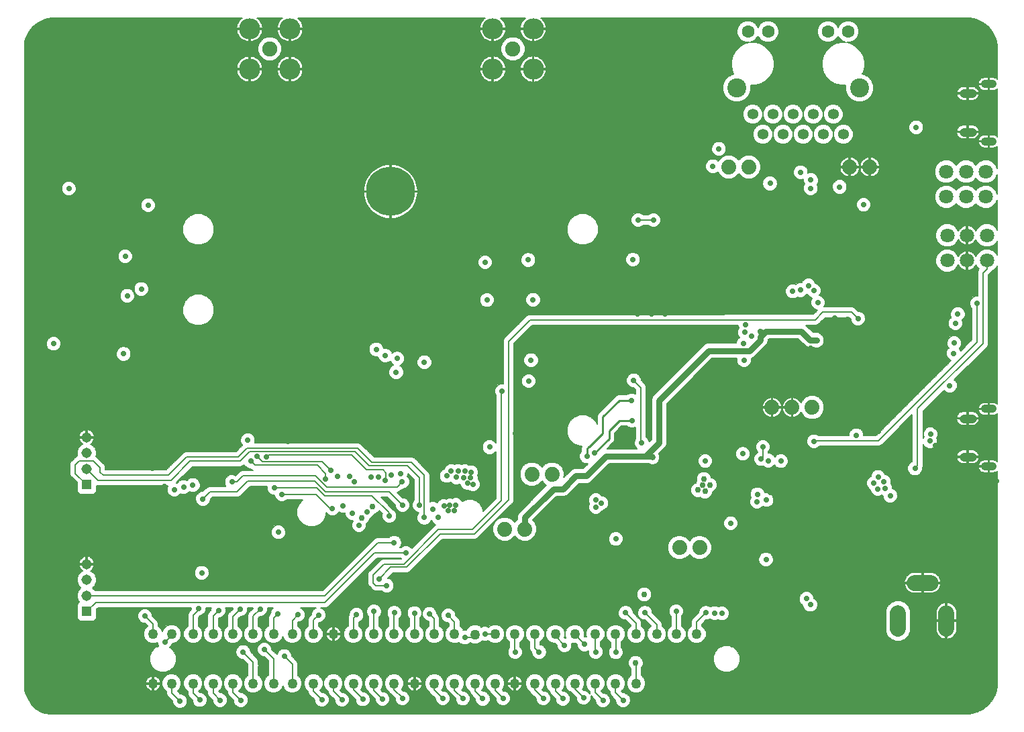
<source format=gbl>
G75*
%MOIN*%
%OFA0B0*%
%FSLAX25Y25*%
%IPPOS*%
%LPD*%
%AMOC8*
5,1,8,0,0,1.08239X$1,22.5*
%
%ADD10C,0.06299*%
%ADD11C,0.09449*%
%ADD12C,0.05346*%
%ADD13C,0.07087*%
%ADD14C,0.03181*%
%ADD15C,0.04362*%
%ADD16C,0.03969*%
%ADD17C,0.07500*%
%ADD18C,0.10500*%
%ADD19C,0.07400*%
%ADD20C,0.07874*%
%ADD21R,0.05150X0.05150*%
%ADD22C,0.05150*%
%ADD23C,0.05000*%
%ADD24C,0.24409*%
%ADD25C,0.02978*%
%ADD26C,0.00800*%
%ADD27C,0.02800*%
%ADD28C,0.23622*%
%ADD29C,0.00600*%
%ADD30C,0.03000*%
%ADD31C,0.01000*%
D10*
X0364898Y0345716D03*
X0374898Y0345716D03*
X0404702Y0345716D03*
X0414702Y0345716D03*
D11*
X0420312Y0317645D03*
X0359288Y0317645D03*
D12*
X0367300Y0304692D03*
X0377300Y0304692D03*
X0387300Y0304692D03*
X0397300Y0304692D03*
X0407300Y0304692D03*
X0402300Y0294692D03*
X0392300Y0294692D03*
X0382300Y0294692D03*
X0372300Y0294692D03*
X0412300Y0294692D03*
D13*
X0463411Y0276158D03*
X0473254Y0276158D03*
X0483096Y0276158D03*
X0483096Y0263560D03*
X0473254Y0263560D03*
X0463411Y0263560D03*
X0463926Y0244508D03*
X0473769Y0244508D03*
X0483611Y0244508D03*
X0483611Y0231910D03*
X0473769Y0231910D03*
X0463926Y0231910D03*
D14*
X0358953Y0116528D03*
X0358953Y0112985D03*
X0358953Y0109442D03*
X0355409Y0109442D03*
X0351866Y0109442D03*
X0351866Y0112985D03*
X0351866Y0116528D03*
X0355409Y0116528D03*
X0355409Y0112985D03*
D15*
X0471950Y0134439D02*
X0476312Y0134439D01*
X0476312Y0153534D02*
X0471950Y0153534D01*
X0471950Y0295857D02*
X0476312Y0295857D01*
X0476312Y0314951D02*
X0471950Y0314951D01*
D16*
X0482580Y0319676D02*
X0486548Y0319676D01*
X0486548Y0291132D02*
X0482580Y0291132D01*
X0482580Y0158258D02*
X0486548Y0158258D01*
X0486548Y0129715D02*
X0482580Y0129715D01*
D17*
X0248200Y0337094D03*
X0127400Y0337094D03*
D18*
X0117361Y0347133D03*
X0137439Y0347133D03*
X0137439Y0327055D03*
X0117361Y0327055D03*
X0238161Y0327055D03*
X0258239Y0327055D03*
X0258239Y0347133D03*
X0238161Y0347133D03*
D19*
X0355367Y0278458D03*
X0365367Y0278458D03*
X0415489Y0278458D03*
X0425489Y0278458D03*
X0396867Y0158958D03*
X0386867Y0158958D03*
X0376867Y0158958D03*
X0340911Y0089354D03*
X0330911Y0089354D03*
X0267611Y0125854D03*
X0257611Y0125854D03*
X0254111Y0098554D03*
X0244111Y0098554D03*
D20*
X0439495Y0056873D02*
X0439495Y0048999D01*
X0463511Y0048999D02*
X0463511Y0056873D01*
X0455637Y0071833D02*
X0447763Y0071833D01*
D21*
X0036433Y0057566D03*
X0036433Y0120558D03*
D22*
X0036433Y0128432D03*
X0036433Y0136306D03*
X0036433Y0144180D03*
X0036433Y0081188D03*
X0036433Y0073314D03*
X0036433Y0065440D03*
D23*
X0069448Y0046420D03*
X0078633Y0046420D03*
X0089308Y0046420D03*
X0099223Y0046420D03*
X0109088Y0046420D03*
X0119153Y0046420D03*
X0129258Y0046420D03*
X0138583Y0046420D03*
X0149098Y0046420D03*
X0159013Y0046420D03*
X0168928Y0046420D03*
X0179083Y0046420D03*
X0189143Y0046420D03*
X0199321Y0046420D03*
X0209161Y0046420D03*
X0219213Y0046420D03*
X0229291Y0046221D03*
X0239306Y0046420D03*
X0249183Y0046420D03*
X0259136Y0046420D03*
X0269251Y0046420D03*
X0278938Y0046420D03*
X0289123Y0046420D03*
X0299208Y0046420D03*
X0309400Y0046420D03*
X0319578Y0046420D03*
X0329463Y0046420D03*
X0339428Y0046420D03*
X0309400Y0021851D03*
X0299208Y0021851D03*
X0289123Y0021851D03*
X0278938Y0021851D03*
X0269251Y0021851D03*
X0259136Y0021851D03*
X0249183Y0021851D03*
X0239306Y0021851D03*
X0229291Y0021851D03*
X0219213Y0021851D03*
X0209161Y0021851D03*
X0199321Y0021851D03*
X0189143Y0021851D03*
X0179083Y0021851D03*
X0168928Y0021851D03*
X0159013Y0021851D03*
X0149098Y0021851D03*
X0138583Y0021851D03*
X0129258Y0021851D03*
X0119153Y0021851D03*
X0109088Y0021851D03*
X0099223Y0021851D03*
X0089308Y0021851D03*
X0078633Y0021851D03*
X0069448Y0021851D03*
D24*
X0187421Y0266228D03*
D25*
X0030700Y0198548D03*
X0173200Y0104148D03*
X0178400Y0109648D03*
X0313400Y0066048D03*
X0309100Y0032048D03*
X0340111Y0117954D03*
X0342511Y0120254D03*
X0343011Y0123354D03*
X0345911Y0120454D03*
X0343611Y0117254D03*
D26*
X0371511Y0133354D02*
X0372511Y0134354D01*
X0372511Y0139254D01*
X0372359Y0139407D01*
X0397702Y0142146D02*
X0397905Y0142348D01*
X0429600Y0142348D01*
X0478700Y0191448D01*
X0478700Y0210648D01*
X0481600Y0225848D02*
X0481600Y0190648D01*
X0449200Y0158248D01*
X0449200Y0129943D01*
X0447911Y0128654D01*
X0419611Y0203154D02*
X0416511Y0206254D01*
X0402111Y0206254D01*
X0398411Y0202554D01*
X0353600Y0202554D01*
X0353550Y0202504D01*
X0256656Y0202504D01*
X0246000Y0191848D01*
X0246000Y0113048D01*
X0229000Y0096048D01*
X0211954Y0096048D01*
X0195488Y0079582D01*
X0187534Y0079582D01*
X0181800Y0073848D01*
X0178800Y0071848D02*
X0178800Y0075848D01*
X0184134Y0081182D01*
X0193934Y0081182D01*
X0211200Y0098448D01*
X0228137Y0098448D01*
X0242400Y0112711D01*
X0242400Y0166648D01*
X0242800Y0167048D01*
X0204200Y0125248D02*
X0197800Y0131648D01*
X0178200Y0131648D01*
X0171000Y0138848D01*
X0116200Y0138848D01*
X0111800Y0134448D01*
X0086200Y0134448D01*
X0077000Y0125248D01*
X0044600Y0125248D01*
X0043000Y0126848D01*
X0043000Y0129048D01*
X0039600Y0132448D01*
X0032800Y0132448D01*
X0030800Y0130448D01*
X0030800Y0126191D01*
X0036433Y0120558D01*
X0042017Y0122848D02*
X0036433Y0128432D01*
X0042017Y0122848D02*
X0078400Y0122848D01*
X0087800Y0132248D01*
X0112600Y0132248D01*
X0117400Y0137048D01*
X0169600Y0137048D01*
X0176600Y0130048D01*
X0195800Y0130048D01*
X0201700Y0124148D01*
X0201700Y0110448D01*
X0204200Y0104248D02*
X0204200Y0125248D01*
X0193200Y0122148D02*
X0190600Y0119548D01*
X0155600Y0119548D01*
X0150100Y0125048D01*
X0114200Y0125048D01*
X0111100Y0121948D01*
X0108600Y0121948D01*
X0111200Y0117148D02*
X0116500Y0122448D01*
X0149700Y0122448D01*
X0155000Y0117148D01*
X0186700Y0117148D01*
X0193400Y0110448D01*
X0186600Y0106648D02*
X0178200Y0115048D01*
X0154600Y0115048D01*
X0150600Y0119048D01*
X0129600Y0119048D01*
X0133400Y0115848D02*
X0133461Y0115788D01*
X0150361Y0115788D01*
X0157300Y0108848D01*
X0158500Y0108848D01*
X0155200Y0123448D02*
X0155200Y0126048D01*
X0151000Y0130248D01*
X0120000Y0130248D01*
X0118000Y0132248D01*
X0121200Y0134648D02*
X0123800Y0132048D01*
X0153400Y0132048D01*
X0157600Y0127848D01*
X0168000Y0135248D02*
X0126600Y0135248D01*
X0125800Y0134448D01*
X0111200Y0117148D02*
X0097800Y0117148D01*
X0094200Y0113548D01*
X0036433Y0065440D02*
X0154792Y0065440D01*
X0181170Y0091818D01*
X0189189Y0091818D01*
X0195094Y0086700D02*
X0179452Y0086700D01*
X0154800Y0062048D01*
X0040915Y0062048D01*
X0036433Y0057566D01*
X0065400Y0055348D02*
X0069448Y0051300D01*
X0069448Y0046420D01*
X0075300Y0042448D02*
X0078633Y0045781D01*
X0078633Y0046420D01*
X0089308Y0046420D02*
X0089308Y0055656D01*
X0092100Y0058448D01*
X0092100Y0059048D01*
X0099223Y0055471D02*
X0101900Y0058148D01*
X0099223Y0055471D02*
X0099223Y0046420D01*
X0109088Y0046420D02*
X0109088Y0055036D01*
X0112800Y0058748D01*
X0119153Y0055401D02*
X0122600Y0058848D01*
X0119153Y0055401D02*
X0119153Y0046420D01*
X0124700Y0038748D02*
X0129258Y0034190D01*
X0129258Y0021851D01*
X0138583Y0021851D02*
X0138583Y0031465D01*
X0134600Y0035448D01*
X0138583Y0046420D02*
X0138583Y0053131D01*
X0141400Y0055948D01*
X0149098Y0053346D02*
X0151600Y0055848D01*
X0149098Y0053346D02*
X0149098Y0046420D01*
X0159013Y0046420D02*
X0159500Y0045933D01*
X0159500Y0036348D01*
X0168928Y0046420D02*
X0168928Y0054376D01*
X0170500Y0055948D01*
X0179083Y0057532D02*
X0179200Y0057648D01*
X0179083Y0057532D02*
X0179083Y0046420D01*
X0189143Y0046420D02*
X0189143Y0056791D01*
X0189300Y0056948D01*
X0199300Y0056848D02*
X0199321Y0056827D01*
X0199321Y0046420D01*
X0209161Y0046420D02*
X0209161Y0053987D01*
X0206700Y0056448D01*
X0216100Y0055648D02*
X0219213Y0052536D01*
X0219213Y0046420D01*
X0224300Y0044648D02*
X0227520Y0044648D01*
X0229291Y0046221D01*
X0234300Y0046548D02*
X0234428Y0046420D01*
X0239306Y0046420D01*
X0249183Y0046420D02*
X0249183Y0037565D01*
X0249300Y0037448D01*
X0259136Y0039512D02*
X0259136Y0046420D01*
X0259136Y0039512D02*
X0261200Y0037448D01*
X0269251Y0045397D02*
X0273800Y0040848D01*
X0269251Y0045397D02*
X0269251Y0046420D01*
X0278938Y0046420D02*
X0278938Y0046010D01*
X0283700Y0041248D01*
X0289123Y0037725D02*
X0289300Y0037548D01*
X0289123Y0037725D02*
X0289123Y0046420D01*
X0299208Y0046420D02*
X0299300Y0046328D01*
X0299300Y0037348D01*
X0309100Y0032048D02*
X0309400Y0031748D01*
X0309400Y0021851D01*
X0299208Y0021851D02*
X0299208Y0017240D01*
X0302900Y0013548D01*
X0292900Y0013448D02*
X0289123Y0017225D01*
X0289123Y0021851D01*
X0283300Y0014748D02*
X0278938Y0019110D01*
X0278938Y0021851D01*
X0273000Y0014248D02*
X0269251Y0017997D01*
X0269251Y0021851D01*
X0263300Y0014448D02*
X0259136Y0018612D01*
X0259136Y0021851D01*
X0253000Y0014148D02*
X0249183Y0017965D01*
X0249183Y0021851D01*
X0243300Y0014448D02*
X0239306Y0018442D01*
X0239306Y0021851D01*
X0233200Y0014248D02*
X0229291Y0018157D01*
X0229291Y0021851D01*
X0223300Y0014348D02*
X0219213Y0018436D01*
X0219213Y0021851D01*
X0213400Y0014448D02*
X0209161Y0018687D01*
X0209161Y0021851D01*
X0203500Y0014048D02*
X0199321Y0018227D01*
X0199321Y0021851D01*
X0193300Y0014593D02*
X0193300Y0014448D01*
X0193300Y0014593D02*
X0189143Y0018751D01*
X0189143Y0021851D01*
X0183400Y0014148D02*
X0179083Y0018465D01*
X0179083Y0021851D01*
X0173600Y0013948D02*
X0168928Y0018621D01*
X0168928Y0021851D01*
X0163300Y0013748D02*
X0159013Y0018035D01*
X0159013Y0021851D01*
X0153300Y0013748D02*
X0149098Y0017951D01*
X0149098Y0021851D01*
X0119153Y0021851D02*
X0119153Y0032495D01*
X0114200Y0037448D01*
X0119200Y0030848D02*
X0119153Y0030801D01*
X0119153Y0021851D01*
X0109088Y0021851D02*
X0109088Y0017460D01*
X0113000Y0013548D01*
X0102700Y0013548D02*
X0099223Y0017025D01*
X0099223Y0021851D01*
X0089308Y0021851D02*
X0089308Y0016940D01*
X0092600Y0013648D01*
X0082800Y0013048D02*
X0078633Y0017215D01*
X0078633Y0021851D01*
X0069448Y0021851D02*
X0069448Y0016300D01*
X0072700Y0013048D01*
X0129258Y0046420D02*
X0129258Y0054306D01*
X0131500Y0056548D01*
X0178800Y0071848D02*
X0180200Y0070448D01*
X0185500Y0070448D01*
X0186800Y0105048D02*
X0186800Y0106248D01*
X0186600Y0106448D01*
X0186600Y0106648D01*
X0184800Y0122748D02*
X0185200Y0123148D01*
X0185200Y0126448D01*
X0183700Y0127948D01*
X0175300Y0127948D01*
X0168000Y0135248D01*
X0308200Y0172448D02*
X0311800Y0168848D01*
X0311800Y0141865D01*
X0312211Y0141454D01*
X0313800Y0056948D02*
X0319578Y0051170D01*
X0319578Y0046420D01*
X0329463Y0046420D02*
X0329463Y0057585D01*
X0329300Y0057748D01*
X0339428Y0052276D02*
X0344100Y0056948D01*
X0339428Y0052276D02*
X0339428Y0046420D01*
X0309400Y0046420D02*
X0309400Y0051748D01*
X0304200Y0056948D01*
X0481600Y0225848D02*
X0483611Y0227859D01*
X0483611Y0231910D01*
X0318012Y0252063D02*
X0310393Y0252063D01*
D27*
X0310393Y0252063D03*
X0318012Y0252063D03*
X0314611Y0258254D03*
X0319011Y0263754D03*
X0326811Y0262854D03*
X0327111Y0269654D03*
X0327411Y0276354D03*
X0318911Y0269454D03*
X0318211Y0276454D03*
X0313111Y0277954D03*
X0305011Y0276154D03*
X0301311Y0272054D03*
X0308311Y0270854D03*
X0305311Y0262554D03*
X0300311Y0258954D03*
X0293611Y0264354D03*
X0290900Y0258848D03*
X0284100Y0284448D03*
X0279400Y0300748D03*
X0301800Y0303448D03*
X0312911Y0295654D03*
X0310711Y0288154D03*
X0306111Y0282954D03*
X0319111Y0283454D03*
X0327111Y0282354D03*
X0330511Y0287554D03*
X0334711Y0294554D03*
X0340611Y0300554D03*
X0344411Y0294954D03*
X0343511Y0287854D03*
X0350511Y0287454D03*
X0347511Y0278754D03*
X0334900Y0277548D03*
X0334700Y0265248D03*
X0334300Y0255248D03*
X0326311Y0255054D03*
X0325700Y0244748D03*
X0333311Y0244054D03*
X0337400Y0241248D03*
X0336211Y0235354D03*
X0336900Y0228448D03*
X0336011Y0222154D03*
X0330500Y0218148D03*
X0336600Y0212248D03*
X0343100Y0206748D03*
X0350811Y0215854D03*
X0351411Y0220054D03*
X0349911Y0225454D03*
X0354511Y0239654D03*
X0363011Y0238154D03*
X0367711Y0243954D03*
X0367011Y0251854D03*
X0359411Y0251354D03*
X0354100Y0259448D03*
X0355600Y0267248D03*
X0365000Y0267248D03*
X0364000Y0260348D03*
X0370611Y0257254D03*
X0375900Y0270248D03*
X0391111Y0275854D03*
X0396211Y0271954D03*
X0396111Y0267854D03*
X0394211Y0261854D03*
X0395211Y0257854D03*
X0407711Y0251154D03*
X0412411Y0253254D03*
X0417111Y0258854D03*
X0422411Y0259654D03*
X0418700Y0264748D03*
X0422811Y0267354D03*
X0425011Y0271254D03*
X0417111Y0270954D03*
X0410511Y0268554D03*
X0406211Y0274554D03*
X0405911Y0281054D03*
X0391311Y0281754D03*
X0410111Y0260354D03*
X0427911Y0252454D03*
X0427711Y0244954D03*
X0428711Y0238354D03*
X0434011Y0241754D03*
X0434411Y0250754D03*
X0434111Y0258254D03*
X0444311Y0261154D03*
X0444411Y0276454D03*
X0439211Y0275754D03*
X0439611Y0282154D03*
X0446011Y0283654D03*
X0441411Y0288554D03*
X0446011Y0292954D03*
X0448511Y0298154D03*
X0452511Y0293554D03*
X0451311Y0304554D03*
X0456311Y0304454D03*
X0451311Y0309254D03*
X0446411Y0309254D03*
X0445911Y0314154D03*
X0440811Y0318654D03*
X0436711Y0322054D03*
X0443911Y0329654D03*
X0448598Y0329203D03*
X0448311Y0324954D03*
X0455100Y0331748D03*
X0460100Y0326248D03*
X0458823Y0318291D03*
X0453511Y0320754D03*
X0462461Y0313004D03*
X0466100Y0319648D03*
X0480411Y0308654D03*
X0463411Y0296254D03*
X0462911Y0289054D03*
X0470011Y0284254D03*
X0440411Y0300254D03*
X0427811Y0298854D03*
X0427511Y0307154D03*
X0428111Y0289954D03*
X0397200Y0325548D03*
X0394811Y0335754D03*
X0395511Y0344154D03*
X0389211Y0344154D03*
X0384711Y0335254D03*
X0381211Y0329654D03*
X0386200Y0325548D03*
X0375400Y0313448D03*
X0351011Y0313054D03*
X0350711Y0319954D03*
X0352611Y0329354D03*
X0344111Y0334954D03*
X0344385Y0341339D03*
X0340200Y0345948D03*
X0332000Y0337348D03*
X0338411Y0329254D03*
X0336011Y0321954D03*
X0335837Y0315549D03*
X0336211Y0308786D03*
X0332211Y0304254D03*
X0328311Y0299954D03*
X0322011Y0295754D03*
X0319011Y0290354D03*
X0350811Y0306354D03*
X0320200Y0319148D03*
X0320300Y0331148D03*
X0304700Y0331148D03*
X0303200Y0319848D03*
X0286300Y0319848D03*
X0286500Y0331348D03*
X0285900Y0344648D03*
X0271500Y0344748D03*
X0271400Y0332348D03*
X0270200Y0320748D03*
X0304800Y0344748D03*
X0320200Y0345348D03*
X0357811Y0345754D03*
X0423211Y0335854D03*
X0427911Y0332154D03*
X0433711Y0340054D03*
X0440536Y0334822D03*
X0446400Y0339048D03*
X0450000Y0347348D03*
X0455411Y0341554D03*
X0428211Y0346354D03*
X0349611Y0251554D03*
X0347711Y0241454D03*
X0327911Y0235354D03*
X0319911Y0237954D03*
X0314200Y0235748D03*
X0307800Y0232448D03*
X0309800Y0226548D03*
X0316900Y0226148D03*
X0317500Y0217048D03*
X0309500Y0216948D03*
X0310000Y0205548D03*
X0316900Y0205348D03*
X0323800Y0205248D03*
X0320300Y0186748D03*
X0311400Y0186848D03*
X0312900Y0177748D03*
X0308200Y0172448D03*
X0307200Y0162448D03*
X0315711Y0160054D03*
X0326911Y0158454D03*
X0334711Y0158054D03*
X0342711Y0157854D03*
X0342111Y0165254D03*
X0338911Y0171754D03*
X0342911Y0175854D03*
X0350211Y0170354D03*
X0353911Y0160654D03*
X0361511Y0162754D03*
X0362311Y0158354D03*
X0365711Y0153354D03*
X0368511Y0163054D03*
X0363000Y0182448D03*
X0362800Y0190848D03*
X0366600Y0194448D03*
X0363400Y0196248D03*
X0363800Y0200048D03*
X0371111Y0196854D03*
X0377611Y0192054D03*
X0381411Y0191654D03*
X0373911Y0187654D03*
X0396211Y0188254D03*
X0395811Y0192454D03*
X0399011Y0192254D03*
X0401711Y0188054D03*
X0407211Y0184554D03*
X0409411Y0188554D03*
X0416611Y0188854D03*
X0416511Y0197654D03*
X0414311Y0202854D03*
X0419611Y0203154D03*
X0423611Y0206154D03*
X0424011Y0210454D03*
X0422811Y0218854D03*
X0422811Y0223054D03*
X0422811Y0227254D03*
X0434611Y0224154D03*
X0434711Y0218154D03*
X0434811Y0212754D03*
X0438811Y0210554D03*
X0435211Y0206954D03*
X0435311Y0200854D03*
X0440911Y0201554D03*
X0453111Y0199254D03*
X0453011Y0193454D03*
X0452411Y0189754D03*
X0445711Y0190654D03*
X0438111Y0191054D03*
X0433911Y0191054D03*
X0426711Y0188754D03*
X0426311Y0193054D03*
X0409011Y0197354D03*
X0407911Y0203254D03*
X0406811Y0211054D03*
X0411511Y0210554D03*
X0399711Y0211054D03*
X0397600Y0217048D03*
X0395000Y0219548D03*
X0391000Y0217248D03*
X0387200Y0216648D03*
X0381711Y0216954D03*
X0384711Y0223754D03*
X0390311Y0229054D03*
X0395011Y0233354D03*
X0384611Y0233854D03*
X0374211Y0227254D03*
X0374211Y0219554D03*
X0394711Y0224454D03*
X0409611Y0239254D03*
X0417911Y0241554D03*
X0435000Y0232448D03*
X0444111Y0226654D03*
X0453311Y0229254D03*
X0461311Y0216854D03*
X0455911Y0212054D03*
X0468011Y0200754D03*
X0469211Y0205354D03*
X0478700Y0210648D03*
X0473811Y0216854D03*
X0467411Y0190954D03*
X0467111Y0185854D03*
X0471800Y0175148D03*
X0465211Y0169854D03*
X0457311Y0159654D03*
X0458011Y0153854D03*
X0458211Y0149554D03*
X0455711Y0145754D03*
X0455311Y0142254D03*
X0458111Y0140154D03*
X0457811Y0130154D03*
X0460311Y0122954D03*
X0456500Y0119948D03*
X0460111Y0116554D03*
X0467611Y0122354D03*
X0477811Y0122254D03*
X0488511Y0122254D03*
X0485000Y0136048D03*
X0484700Y0141248D03*
X0484300Y0148948D03*
X0474011Y0158154D03*
X0487311Y0169754D03*
X0486100Y0175348D03*
X0478500Y0175548D03*
X0445911Y0164154D03*
X0443111Y0148854D03*
X0444211Y0144754D03*
X0438011Y0145354D03*
X0429711Y0146954D03*
X0424211Y0147754D03*
X0418811Y0145154D03*
X0418111Y0153454D03*
X0417511Y0159654D03*
X0409411Y0158854D03*
X0406011Y0164954D03*
X0404011Y0179854D03*
X0399611Y0180254D03*
X0409511Y0179854D03*
X0417911Y0179454D03*
X0426811Y0179354D03*
X0436711Y0178854D03*
X0427511Y0165054D03*
X0427511Y0157154D03*
X0397702Y0142146D03*
X0391811Y0138954D03*
X0385811Y0138654D03*
X0380911Y0137654D03*
X0375100Y0132548D03*
X0371511Y0133354D03*
X0372359Y0139407D03*
X0362411Y0135954D03*
X0356011Y0135054D03*
X0350811Y0135154D03*
X0343711Y0132354D03*
X0335511Y0134454D03*
X0329811Y0133354D03*
X0324411Y0131654D03*
X0317411Y0134354D03*
X0312211Y0141454D03*
X0301900Y0147048D03*
X0307300Y0152448D03*
X0320300Y0169048D03*
X0327000Y0177948D03*
X0330500Y0186848D03*
X0332611Y0166454D03*
X0288811Y0136354D03*
X0284911Y0134654D03*
X0278511Y0135554D03*
X0295911Y0127754D03*
X0296300Y0119748D03*
X0289411Y0112954D03*
X0292111Y0111454D03*
X0289411Y0109554D03*
X0295311Y0101554D03*
X0299311Y0093654D03*
X0308700Y0093048D03*
X0314711Y0094654D03*
X0317600Y0090648D03*
X0320411Y0094654D03*
X0315200Y0079048D03*
X0321900Y0074248D03*
X0308200Y0079748D03*
X0299400Y0079948D03*
X0293100Y0081348D03*
X0287700Y0080848D03*
X0287811Y0085654D03*
X0282511Y0088254D03*
X0282011Y0092754D03*
X0280811Y0097154D03*
X0284211Y0097854D03*
X0276411Y0095154D03*
X0272411Y0095154D03*
X0268811Y0095154D03*
X0263111Y0092554D03*
X0260911Y0086954D03*
X0256200Y0085448D03*
X0264600Y0081948D03*
X0268311Y0079754D03*
X0269711Y0083954D03*
X0274511Y0082954D03*
X0281511Y0083954D03*
X0281811Y0080354D03*
X0271511Y0089054D03*
X0250711Y0073854D03*
X0245211Y0077454D03*
X0243211Y0073954D03*
X0239611Y0076654D03*
X0241100Y0083348D03*
X0244611Y0082654D03*
X0236100Y0083048D03*
X0232600Y0083048D03*
X0232700Y0086748D03*
X0232700Y0090048D03*
X0232600Y0093248D03*
X0236100Y0093148D03*
X0236200Y0089848D03*
X0236300Y0086548D03*
X0223700Y0092348D03*
X0211100Y0104248D03*
X0216100Y0107648D03*
X0216800Y0110248D03*
X0213900Y0109948D03*
X0208400Y0108548D03*
X0201700Y0110448D03*
X0204200Y0104248D03*
X0193400Y0110448D03*
X0186800Y0105048D03*
X0175700Y0107148D03*
X0171700Y0100448D03*
X0168400Y0106448D03*
X0163600Y0110148D03*
X0158500Y0108848D03*
X0155200Y0123448D03*
X0157600Y0127848D03*
X0161200Y0124648D03*
X0167100Y0124748D03*
X0169300Y0121948D03*
X0177600Y0124348D03*
X0181400Y0124548D03*
X0184800Y0122748D03*
X0187800Y0125548D03*
X0192300Y0126048D03*
X0193200Y0122148D03*
X0190200Y0135648D03*
X0184600Y0138048D03*
X0187000Y0142348D03*
X0189100Y0145648D03*
X0192100Y0148848D03*
X0196200Y0152748D03*
X0200600Y0149348D03*
X0195900Y0144548D03*
X0206100Y0153648D03*
X0211000Y0158448D03*
X0212500Y0164148D03*
X0209455Y0168178D03*
X0205124Y0163060D03*
X0200400Y0157548D03*
X0196800Y0165548D03*
X0202700Y0171748D03*
X0209300Y0178648D03*
X0204200Y0181448D03*
X0214573Y0173690D03*
X0220479Y0179202D03*
X0216800Y0186148D03*
X0221800Y0191248D03*
X0226384Y0185501D03*
X0232290Y0191406D03*
X0242300Y0186748D03*
X0250200Y0186848D03*
X0257200Y0187348D03*
X0257200Y0182448D03*
X0252500Y0177648D03*
X0256000Y0172048D03*
X0252200Y0164548D03*
X0242800Y0167048D03*
X0235000Y0164248D03*
X0227700Y0168648D03*
X0232400Y0173248D03*
X0237700Y0177548D03*
X0224100Y0162648D03*
X0235000Y0152248D03*
X0230600Y0148948D03*
X0226300Y0144848D03*
X0237700Y0145248D03*
X0236600Y0139248D03*
X0249400Y0146048D03*
X0255300Y0147748D03*
X0257900Y0143548D03*
X0255800Y0154048D03*
X0250100Y0152848D03*
X0227400Y0126848D03*
X0227200Y0123948D03*
X0225600Y0121548D03*
X0228300Y0120848D03*
X0223800Y0123948D03*
X0224400Y0127248D03*
X0221000Y0127348D03*
X0220100Y0124248D03*
X0217500Y0127248D03*
X0215300Y0124948D03*
X0219700Y0110548D03*
X0219200Y0107848D03*
X0234200Y0109248D03*
X0275211Y0110054D03*
X0275111Y0113954D03*
X0303811Y0118054D03*
X0305611Y0123954D03*
X0305711Y0128154D03*
X0317511Y0118254D03*
X0311500Y0115248D03*
X0309500Y0109648D03*
X0304111Y0111754D03*
X0326811Y0120654D03*
X0343411Y0108854D03*
X0356411Y0101454D03*
X0369411Y0112054D03*
X0369611Y0115854D03*
X0374111Y0112954D03*
X0376111Y0116754D03*
X0380611Y0113054D03*
X0382011Y0117654D03*
X0388011Y0112754D03*
X0388911Y0117454D03*
X0381300Y0132348D03*
X0388211Y0133954D03*
X0413911Y0112954D03*
X0416811Y0116654D03*
X0423511Y0116354D03*
X0429511Y0118454D03*
X0427511Y0121354D03*
X0429611Y0124454D03*
X0432511Y0122054D03*
X0433111Y0118654D03*
X0435611Y0115154D03*
X0440811Y0112954D03*
X0441211Y0117154D03*
X0441011Y0123454D03*
X0447911Y0128654D03*
X0447900Y0108848D03*
X0441700Y0105548D03*
X0446111Y0100354D03*
X0440611Y0099954D03*
X0456811Y0108754D03*
X0460111Y0108654D03*
X0463311Y0108654D03*
X0466411Y0108754D03*
X0469511Y0108654D03*
X0472811Y0108554D03*
X0478911Y0104954D03*
X0485211Y0104854D03*
X0481011Y0095354D03*
X0463811Y0090654D03*
X0457011Y0090754D03*
X0458611Y0079454D03*
X0468511Y0073554D03*
X0473411Y0079754D03*
X0481411Y0073454D03*
X0487811Y0079454D03*
X0442511Y0083454D03*
X0437011Y0078154D03*
X0431611Y0073254D03*
X0425211Y0070454D03*
X0421411Y0067454D03*
X0417911Y0071954D03*
X0414111Y0078654D03*
X0419011Y0083354D03*
X0413311Y0088154D03*
X0418911Y0091754D03*
X0424811Y0089354D03*
X0430711Y0083754D03*
X0413111Y0095854D03*
X0413311Y0103154D03*
X0400811Y0098154D03*
X0397011Y0094554D03*
X0400711Y0091354D03*
X0396511Y0085754D03*
X0396411Y0081054D03*
X0401111Y0083254D03*
X0401611Y0079154D03*
X0396111Y0074154D03*
X0398611Y0067554D03*
X0404111Y0067154D03*
X0405611Y0058254D03*
X0411611Y0059254D03*
X0414111Y0055054D03*
X0419411Y0050954D03*
X0426011Y0047354D03*
X0427411Y0037854D03*
X0433911Y0033054D03*
X0440911Y0031254D03*
X0440411Y0039054D03*
X0450511Y0043554D03*
X0456611Y0034354D03*
X0465311Y0029754D03*
X0474511Y0033654D03*
X0455443Y0019754D03*
X0447211Y0023854D03*
X0457400Y0010748D03*
X0427700Y0011948D03*
X0414000Y0010348D03*
X0408600Y0015148D03*
X0414011Y0018054D03*
X0414411Y0026254D03*
X0408811Y0030754D03*
X0405211Y0036654D03*
X0400111Y0041154D03*
X0396611Y0046354D03*
X0391011Y0049554D03*
X0389211Y0054354D03*
X0389911Y0059054D03*
X0395911Y0060954D03*
X0394011Y0063954D03*
X0385411Y0063554D03*
X0380011Y0061254D03*
X0383111Y0055854D03*
X0375311Y0049054D03*
X0379711Y0043754D03*
X0385411Y0038954D03*
X0390411Y0033754D03*
X0394111Y0030754D03*
X0382811Y0027154D03*
X0383111Y0022154D03*
X0382811Y0017654D03*
X0388300Y0015148D03*
X0384100Y0011248D03*
X0375011Y0017554D03*
X0366011Y0017854D03*
X0366611Y0026654D03*
X0354300Y0021648D03*
X0344200Y0021848D03*
X0334200Y0021548D03*
X0324300Y0021548D03*
X0314200Y0016948D03*
X0304600Y0017848D03*
X0302900Y0013548D03*
X0294100Y0018048D03*
X0292900Y0013448D03*
X0283300Y0014748D03*
X0273000Y0014248D03*
X0263300Y0014448D03*
X0253000Y0014148D03*
X0243300Y0014448D03*
X0233200Y0014248D03*
X0223300Y0014348D03*
X0213400Y0014448D03*
X0203500Y0014048D03*
X0193300Y0014448D03*
X0183400Y0014148D03*
X0173600Y0013948D03*
X0163300Y0013748D03*
X0153300Y0013748D03*
X0134600Y0035448D03*
X0124700Y0038748D03*
X0114200Y0037448D03*
X0112800Y0058748D03*
X0122600Y0058848D03*
X0131500Y0056548D03*
X0141400Y0055948D03*
X0151600Y0055848D03*
X0170500Y0055948D03*
X0179200Y0057648D03*
X0175843Y0064613D03*
X0181800Y0073848D03*
X0185500Y0070448D03*
X0189300Y0056948D03*
X0199300Y0056848D03*
X0206700Y0056448D03*
X0216100Y0055648D03*
X0224300Y0044648D03*
X0234300Y0046548D03*
X0249300Y0037448D03*
X0261200Y0037448D03*
X0273800Y0040848D03*
X0283700Y0041248D03*
X0289300Y0037548D03*
X0299300Y0037348D03*
X0304200Y0056948D03*
X0313800Y0056948D03*
X0329300Y0057748D03*
X0344100Y0056948D03*
X0348400Y0056748D03*
X0352000Y0056648D03*
X0365111Y0050554D03*
X0367011Y0055254D03*
X0365911Y0041854D03*
X0403311Y0013754D03*
X0386711Y0073754D03*
X0380811Y0073954D03*
X0374011Y0073754D03*
X0365911Y0073954D03*
X0357211Y0074454D03*
X0347111Y0074454D03*
X0339911Y0074754D03*
X0346511Y0082654D03*
X0357411Y0088054D03*
X0362811Y0088054D03*
X0368211Y0088054D03*
X0373911Y0083454D03*
X0380811Y0087754D03*
X0382311Y0082654D03*
X0387111Y0080954D03*
X0387611Y0085554D03*
X0387911Y0093354D03*
X0379611Y0098254D03*
X0384311Y0100754D03*
X0374211Y0098254D03*
X0245300Y0204148D03*
X0235700Y0204948D03*
X0235300Y0212348D03*
X0239400Y0216748D03*
X0239300Y0222648D03*
X0239000Y0227748D03*
X0234400Y0231048D03*
X0239400Y0236348D03*
X0247500Y0236048D03*
X0247400Y0240548D03*
X0239100Y0242148D03*
X0242900Y0250448D03*
X0247511Y0252454D03*
X0253111Y0253954D03*
X0261000Y0268048D03*
X0260800Y0285248D03*
X0229100Y0267348D03*
X0214400Y0266648D03*
X0213600Y0244948D03*
X0211600Y0232648D03*
X0217500Y0222748D03*
X0222100Y0213648D03*
X0230124Y0219574D03*
X0247800Y0221048D03*
X0247600Y0226248D03*
X0255000Y0225948D03*
X0255800Y0232248D03*
X0247500Y0215448D03*
X0258200Y0212448D03*
X0228300Y0235948D03*
X0209400Y0212348D03*
X0197600Y0209648D03*
X0197800Y0219948D03*
X0189000Y0225648D03*
X0190600Y0236148D03*
X0169600Y0219248D03*
X0187800Y0213548D03*
X0188800Y0202748D03*
X0180200Y0196148D03*
X0180300Y0187848D03*
X0184800Y0184748D03*
X0190700Y0183248D03*
X0190200Y0176548D03*
X0175500Y0182548D03*
X0171300Y0178348D03*
X0166300Y0185448D03*
X0172200Y0190548D03*
X0168700Y0202648D03*
X0151500Y0194548D03*
X0140200Y0189448D03*
X0147400Y0180648D03*
X0158100Y0176848D03*
X0164500Y0171448D03*
X0158400Y0165548D03*
X0152111Y0170454D03*
X0142000Y0172448D03*
X0138800Y0163948D03*
X0137100Y0146248D03*
X0136300Y0142048D03*
X0125800Y0134448D03*
X0121200Y0134648D03*
X0118000Y0132248D03*
X0109200Y0126648D03*
X0108600Y0121948D03*
X0101500Y0126648D03*
X0093000Y0126748D03*
X0089200Y0120448D03*
X0084600Y0119448D03*
X0080000Y0118048D03*
X0075000Y0119648D03*
X0067600Y0110548D03*
X0061100Y0115348D03*
X0051011Y0113054D03*
X0051011Y0104954D03*
X0050911Y0097154D03*
X0051011Y0088754D03*
X0046000Y0084148D03*
X0055811Y0073754D03*
X0063411Y0070054D03*
X0072311Y0072754D03*
X0075811Y0082554D03*
X0075311Y0094754D03*
X0075611Y0104354D03*
X0062411Y0103354D03*
X0062011Y0092654D03*
X0061311Y0082254D03*
X0057900Y0056548D03*
X0065400Y0055348D03*
X0059200Y0045148D03*
X0047200Y0046948D03*
X0049800Y0035948D03*
X0059100Y0029848D03*
X0058800Y0022448D03*
X0059900Y0015948D03*
X0072700Y0013048D03*
X0082800Y0013048D03*
X0092600Y0013648D03*
X0102700Y0013548D03*
X0113000Y0013548D03*
X0075300Y0042448D03*
X0092100Y0059048D03*
X0101900Y0058148D03*
X0093600Y0076848D03*
X0095111Y0085654D03*
X0109511Y0086854D03*
X0116011Y0093754D03*
X0122511Y0100254D03*
X0113911Y0103554D03*
X0110411Y0111754D03*
X0124011Y0118754D03*
X0129600Y0119048D03*
X0133400Y0115848D03*
X0138800Y0110348D03*
X0130211Y0105954D03*
X0124611Y0111654D03*
X0138111Y0100454D03*
X0131700Y0096948D03*
X0138200Y0093048D03*
X0137900Y0089548D03*
X0137900Y0086248D03*
X0141700Y0086348D03*
X0141800Y0089948D03*
X0141900Y0093148D03*
X0151400Y0093548D03*
X0130800Y0090348D03*
X0131700Y0085348D03*
X0126900Y0086148D03*
X0121911Y0085854D03*
X0094011Y0097054D03*
X0094211Y0104054D03*
X0094200Y0113548D03*
X0075700Y0133848D03*
X0076400Y0141948D03*
X0066000Y0152648D03*
X0061300Y0148048D03*
X0047500Y0139848D03*
X0069100Y0128748D03*
X0096000Y0142948D03*
X0102000Y0139848D03*
X0107900Y0139048D03*
X0108400Y0145648D03*
X0111800Y0151148D03*
X0105100Y0154448D03*
X0097500Y0154648D03*
X0097400Y0164248D03*
X0104100Y0163948D03*
X0111600Y0164248D03*
X0111100Y0175548D03*
X0111400Y0185548D03*
X0111000Y0194848D03*
X0097400Y0193348D03*
X0097400Y0184848D03*
X0097500Y0174148D03*
X0070500Y0163748D03*
X0065600Y0167848D03*
X0060400Y0172648D03*
X0056011Y0176554D03*
X0051500Y0179548D03*
X0054833Y0185582D03*
X0036200Y0187048D03*
X0035700Y0194348D03*
X0024900Y0186148D03*
X0020000Y0190648D03*
X0015700Y0185848D03*
X0014900Y0192848D03*
X0016700Y0198748D03*
X0029899Y0212397D03*
X0011999Y0214197D03*
X0056600Y0214448D03*
X0062811Y0210654D03*
X0063600Y0217848D03*
X0055600Y0234048D03*
X0067000Y0259448D03*
X0080900Y0261748D03*
X0098500Y0261548D03*
X0113600Y0261948D03*
X0125600Y0252248D03*
X0135700Y0243948D03*
X0151600Y0237048D03*
X0141500Y0226548D03*
X0151600Y0216948D03*
X0141200Y0204548D03*
X0166800Y0245448D03*
X0151600Y0262848D03*
X0128000Y0272948D03*
X0113700Y0285448D03*
X0111900Y0302048D03*
X0108500Y0319748D03*
X0097100Y0319748D03*
X0085900Y0319748D03*
X0075200Y0319748D03*
X0060300Y0319048D03*
X0061100Y0332948D03*
X0074000Y0332948D03*
X0085500Y0332348D03*
X0097200Y0332348D03*
X0107800Y0332348D03*
X0106900Y0345748D03*
X0096600Y0345248D03*
X0086700Y0344948D03*
X0074800Y0345248D03*
X0060800Y0345448D03*
X0047800Y0345248D03*
X0037400Y0345548D03*
X0037100Y0333748D03*
X0047800Y0332948D03*
X0030000Y0324148D03*
X0022400Y0319348D03*
X0026800Y0313448D03*
X0038400Y0305848D03*
X0044300Y0295648D03*
X0036800Y0283348D03*
X0051000Y0281948D03*
X0052900Y0271948D03*
X0027600Y0267748D03*
X0015000Y0276048D03*
X0012900Y0295448D03*
X0012700Y0303948D03*
X0024100Y0302648D03*
X0012500Y0313048D03*
X0013300Y0320148D03*
X0042900Y0319048D03*
X0063300Y0302048D03*
X0088300Y0302048D03*
X0083000Y0280548D03*
X0127800Y0320248D03*
X0145700Y0318148D03*
X0154200Y0322748D03*
X0152600Y0333348D03*
X0152500Y0344848D03*
X0167600Y0344848D03*
X0183200Y0344948D03*
X0184500Y0334648D03*
X0197300Y0335548D03*
X0196600Y0344848D03*
X0209000Y0344848D03*
X0209500Y0335348D03*
X0221400Y0335148D03*
X0222100Y0344848D03*
X0221900Y0324448D03*
X0217200Y0320248D03*
X0208700Y0320748D03*
X0198200Y0320748D03*
X0184600Y0321248D03*
X0171200Y0321248D03*
X0175000Y0302748D03*
X0190200Y0285448D03*
X0203900Y0301148D03*
X0228300Y0284948D03*
X0167000Y0284448D03*
X0151100Y0284948D03*
X0140300Y0301748D03*
X0025000Y0169348D03*
X0022600Y0164848D03*
X0013300Y0165848D03*
X0034200Y0166548D03*
X0043400Y0159348D03*
X0116500Y0142748D03*
X0158600Y0155748D03*
X0176900Y0145648D03*
X0181800Y0150948D03*
X0185900Y0154948D03*
X0190900Y0159948D03*
X0175700Y0139448D03*
X0189189Y0091818D03*
X0195094Y0086700D03*
X0159500Y0036348D03*
X0048500Y0012948D03*
X0045400Y0022348D03*
X0037200Y0014048D03*
X0036800Y0032548D03*
X0028200Y0040348D03*
X0450311Y0245654D03*
D28*
X0473441Y0339062D03*
X0473441Y0018196D03*
X0018717Y0018196D03*
X0018717Y0339062D03*
D29*
X0007658Y0013948D02*
X0009806Y0011254D01*
X0012500Y0009106D01*
X0015604Y0007611D01*
X0018962Y0006845D01*
X0020685Y0006748D01*
X0473441Y0006748D01*
X0475164Y0006845D01*
X0478522Y0007611D01*
X0481626Y0009106D01*
X0481626Y0009106D01*
X0484320Y0011254D01*
X0486468Y0013948D01*
X0487963Y0017052D01*
X0488729Y0020411D01*
X0488826Y0022133D01*
X0488826Y0127348D01*
X0488642Y0127164D01*
X0488104Y0126805D01*
X0487506Y0126557D01*
X0486872Y0126431D01*
X0484756Y0126431D01*
X0484756Y0129523D01*
X0484372Y0129523D01*
X0484372Y0126431D01*
X0482256Y0126431D01*
X0481622Y0126557D01*
X0481024Y0126805D01*
X0480486Y0127164D01*
X0480028Y0127621D01*
X0479669Y0128159D01*
X0479421Y0128757D01*
X0479295Y0129392D01*
X0479295Y0129523D01*
X0484372Y0129523D01*
X0484372Y0129907D01*
X0484372Y0132999D01*
X0482256Y0132999D01*
X0481622Y0132873D01*
X0481024Y0132626D01*
X0480486Y0132266D01*
X0480028Y0131809D01*
X0479669Y0131271D01*
X0479421Y0130673D01*
X0479295Y0130039D01*
X0479295Y0129907D01*
X0484372Y0129907D01*
X0484756Y0129907D01*
X0484756Y0132999D01*
X0486872Y0132999D01*
X0487506Y0132873D01*
X0488104Y0132626D01*
X0488642Y0132266D01*
X0488826Y0132082D01*
X0488826Y0155892D01*
X0488642Y0155707D01*
X0488104Y0155348D01*
X0487506Y0155100D01*
X0486872Y0154974D01*
X0484756Y0154974D01*
X0484756Y0158066D01*
X0484372Y0158066D01*
X0484372Y0154974D01*
X0482256Y0154974D01*
X0481622Y0155100D01*
X0481024Y0155348D01*
X0480486Y0155707D01*
X0480028Y0156165D01*
X0479669Y0156703D01*
X0479421Y0157300D01*
X0479295Y0157935D01*
X0479295Y0158066D01*
X0484372Y0158066D01*
X0484372Y0158451D01*
X0484372Y0161543D01*
X0482256Y0161543D01*
X0481622Y0161416D01*
X0481024Y0161169D01*
X0480486Y0160809D01*
X0480028Y0160352D01*
X0479669Y0159814D01*
X0479421Y0159216D01*
X0479295Y0158582D01*
X0479295Y0158451D01*
X0484372Y0158451D01*
X0484756Y0158451D01*
X0484756Y0161543D01*
X0486872Y0161543D01*
X0487506Y0161416D01*
X0488104Y0161169D01*
X0488642Y0160809D01*
X0488826Y0160625D01*
X0488826Y0229230D01*
X0488565Y0228600D01*
X0486921Y0226956D01*
X0486002Y0226575D01*
X0485900Y0226330D01*
X0484300Y0224730D01*
X0484300Y0190111D01*
X0483889Y0189119D01*
X0467534Y0172764D01*
X0468348Y0171950D01*
X0468911Y0170590D01*
X0468911Y0169118D01*
X0468348Y0167759D01*
X0467307Y0166718D01*
X0465947Y0166154D01*
X0464475Y0166154D01*
X0463115Y0166718D01*
X0462302Y0167531D01*
X0451900Y0157130D01*
X0451900Y0143688D01*
X0452174Y0144350D01*
X0452255Y0144431D01*
X0452011Y0145018D01*
X0452011Y0146490D01*
X0452574Y0147850D01*
X0453615Y0148891D01*
X0454975Y0149454D01*
X0456447Y0149454D01*
X0457807Y0148891D01*
X0458848Y0147850D01*
X0459411Y0146490D01*
X0459411Y0145018D01*
X0458848Y0143659D01*
X0458767Y0143578D01*
X0459011Y0142990D01*
X0459011Y0141518D01*
X0458448Y0140159D01*
X0457407Y0139118D01*
X0456047Y0138554D01*
X0454575Y0138554D01*
X0453215Y0139118D01*
X0452174Y0140159D01*
X0451900Y0140821D01*
X0451900Y0129406D01*
X0451611Y0128709D01*
X0451611Y0127918D01*
X0451048Y0126559D01*
X0450007Y0125518D01*
X0448647Y0124954D01*
X0447175Y0124954D01*
X0445815Y0125518D01*
X0444774Y0126559D01*
X0444211Y0127918D01*
X0444211Y0129390D01*
X0444774Y0130750D01*
X0445815Y0131791D01*
X0446500Y0132075D01*
X0446500Y0155430D01*
X0431889Y0140819D01*
X0431129Y0140059D01*
X0430137Y0139648D01*
X0400437Y0139648D01*
X0399798Y0139009D01*
X0398438Y0138446D01*
X0396966Y0138446D01*
X0395606Y0139009D01*
X0394566Y0140050D01*
X0394002Y0141410D01*
X0394002Y0142882D01*
X0394566Y0144242D01*
X0395606Y0145282D01*
X0396966Y0145846D01*
X0398438Y0145846D01*
X0399798Y0145282D01*
X0400033Y0145048D01*
X0415111Y0145048D01*
X0415111Y0145890D01*
X0415674Y0147250D01*
X0416715Y0148291D01*
X0418075Y0148854D01*
X0419547Y0148854D01*
X0420907Y0148291D01*
X0421948Y0147250D01*
X0422511Y0145890D01*
X0422511Y0145048D01*
X0428482Y0145048D01*
X0465818Y0182385D01*
X0465015Y0182718D01*
X0463974Y0183759D01*
X0463411Y0185118D01*
X0463411Y0186590D01*
X0463974Y0187950D01*
X0464578Y0188554D01*
X0464274Y0188859D01*
X0463711Y0190218D01*
X0463711Y0191690D01*
X0464274Y0193050D01*
X0465315Y0194091D01*
X0466675Y0194654D01*
X0468147Y0194654D01*
X0469507Y0194091D01*
X0470548Y0193050D01*
X0471111Y0191690D01*
X0471111Y0190218D01*
X0470548Y0188859D01*
X0469944Y0188254D01*
X0470248Y0187950D01*
X0470580Y0187147D01*
X0476000Y0192567D01*
X0476000Y0208116D01*
X0475563Y0208552D01*
X0475000Y0209912D01*
X0475000Y0211384D01*
X0475563Y0212744D01*
X0476604Y0213785D01*
X0477964Y0214348D01*
X0478900Y0214348D01*
X0478900Y0226385D01*
X0479311Y0227378D01*
X0479595Y0227662D01*
X0478657Y0228600D01*
X0478146Y0229833D01*
X0477911Y0229371D01*
X0477463Y0228754D01*
X0476924Y0228215D01*
X0476307Y0227767D01*
X0475628Y0227421D01*
X0474903Y0227186D01*
X0474150Y0227066D01*
X0474068Y0227066D01*
X0474068Y0231609D01*
X0473469Y0231609D01*
X0473469Y0227066D01*
X0473387Y0227066D01*
X0472634Y0227186D01*
X0471909Y0227421D01*
X0471230Y0227767D01*
X0470613Y0228215D01*
X0470074Y0228754D01*
X0469626Y0229371D01*
X0469391Y0229833D01*
X0468880Y0228600D01*
X0467236Y0226956D01*
X0465088Y0226066D01*
X0462764Y0226066D01*
X0460616Y0226956D01*
X0458972Y0228600D01*
X0458083Y0230747D01*
X0458083Y0233072D01*
X0458972Y0235220D01*
X0460616Y0236863D01*
X0462764Y0237753D01*
X0465088Y0237753D01*
X0467236Y0236863D01*
X0468880Y0235220D01*
X0469391Y0233986D01*
X0469626Y0234448D01*
X0470074Y0235065D01*
X0470613Y0235604D01*
X0471230Y0236052D01*
X0471909Y0236398D01*
X0472634Y0236634D01*
X0473387Y0236753D01*
X0473469Y0236753D01*
X0473469Y0232210D01*
X0474068Y0232210D01*
X0474068Y0236753D01*
X0474150Y0236753D01*
X0474903Y0236634D01*
X0475628Y0236398D01*
X0476307Y0236052D01*
X0476924Y0235604D01*
X0477463Y0235065D01*
X0477911Y0234448D01*
X0478146Y0233986D01*
X0478657Y0235220D01*
X0480301Y0236863D01*
X0482449Y0237753D01*
X0484773Y0237753D01*
X0486921Y0236863D01*
X0488565Y0235220D01*
X0488826Y0234589D01*
X0488826Y0241829D01*
X0488565Y0241198D01*
X0486921Y0239554D01*
X0484773Y0238665D01*
X0482449Y0238665D01*
X0480301Y0239554D01*
X0478657Y0241198D01*
X0478146Y0242432D01*
X0477911Y0241970D01*
X0477463Y0241353D01*
X0476924Y0240814D01*
X0476307Y0240366D01*
X0475628Y0240020D01*
X0474903Y0239784D01*
X0474150Y0239665D01*
X0474068Y0239665D01*
X0474068Y0244208D01*
X0473469Y0244208D01*
X0473469Y0239665D01*
X0473387Y0239665D01*
X0472634Y0239784D01*
X0471909Y0240020D01*
X0471230Y0240366D01*
X0470613Y0240814D01*
X0470074Y0241353D01*
X0469626Y0241970D01*
X0469391Y0242432D01*
X0468880Y0241198D01*
X0467236Y0239554D01*
X0465088Y0238665D01*
X0462764Y0238665D01*
X0460616Y0239554D01*
X0458972Y0241198D01*
X0458083Y0243346D01*
X0458083Y0245670D01*
X0458972Y0247818D01*
X0460616Y0249462D01*
X0462764Y0250351D01*
X0465088Y0250351D01*
X0467236Y0249462D01*
X0468880Y0247818D01*
X0469391Y0246584D01*
X0469626Y0247046D01*
X0470074Y0247663D01*
X0470613Y0248202D01*
X0471230Y0248650D01*
X0471909Y0248996D01*
X0472634Y0249232D01*
X0473387Y0249351D01*
X0473469Y0249351D01*
X0473469Y0244808D01*
X0474068Y0244808D01*
X0474068Y0249351D01*
X0474150Y0249351D01*
X0474903Y0249232D01*
X0475628Y0248996D01*
X0476307Y0248650D01*
X0476924Y0248202D01*
X0477463Y0247663D01*
X0477911Y0247046D01*
X0478146Y0246584D01*
X0478657Y0247818D01*
X0480301Y0249462D01*
X0482449Y0250351D01*
X0484773Y0250351D01*
X0486921Y0249462D01*
X0488565Y0247818D01*
X0488826Y0247187D01*
X0488826Y0262124D01*
X0488050Y0260250D01*
X0486406Y0258606D01*
X0484258Y0257717D01*
X0481934Y0257717D01*
X0479786Y0258606D01*
X0478175Y0260218D01*
X0476564Y0258606D01*
X0474416Y0257717D01*
X0472091Y0257717D01*
X0469944Y0258606D01*
X0468332Y0260218D01*
X0466721Y0258606D01*
X0464573Y0257717D01*
X0462249Y0257717D01*
X0460101Y0258606D01*
X0458457Y0260250D01*
X0457568Y0262398D01*
X0457568Y0264722D01*
X0458457Y0266870D01*
X0460101Y0268514D01*
X0462249Y0269403D01*
X0464573Y0269403D01*
X0466721Y0268514D01*
X0468332Y0266902D01*
X0469944Y0268514D01*
X0472091Y0269403D01*
X0474416Y0269403D01*
X0476564Y0268514D01*
X0478175Y0266902D01*
X0479786Y0268514D01*
X0481934Y0269403D01*
X0484258Y0269403D01*
X0486406Y0268514D01*
X0488050Y0266870D01*
X0488826Y0264996D01*
X0488826Y0274722D01*
X0488050Y0272848D01*
X0486406Y0271205D01*
X0484258Y0270315D01*
X0481934Y0270315D01*
X0479786Y0271205D01*
X0478175Y0272816D01*
X0476564Y0271205D01*
X0474416Y0270315D01*
X0472091Y0270315D01*
X0469944Y0271205D01*
X0468332Y0272816D01*
X0466721Y0271205D01*
X0464573Y0270315D01*
X0462249Y0270315D01*
X0460101Y0271205D01*
X0458457Y0272848D01*
X0457568Y0274996D01*
X0457568Y0277321D01*
X0458457Y0279468D01*
X0460101Y0281112D01*
X0462249Y0282002D01*
X0464573Y0282002D01*
X0466721Y0281112D01*
X0468332Y0279501D01*
X0469944Y0281112D01*
X0472091Y0282002D01*
X0474416Y0282002D01*
X0476564Y0281112D01*
X0478175Y0279501D01*
X0479786Y0281112D01*
X0481934Y0282002D01*
X0484258Y0282002D01*
X0486406Y0281112D01*
X0488050Y0279468D01*
X0488826Y0277594D01*
X0488826Y0288766D01*
X0488642Y0288581D01*
X0488104Y0288222D01*
X0487506Y0287974D01*
X0486872Y0287848D01*
X0484756Y0287848D01*
X0484756Y0290940D01*
X0484372Y0290940D01*
X0484372Y0287848D01*
X0482256Y0287848D01*
X0481622Y0287974D01*
X0481024Y0288222D01*
X0480486Y0288581D01*
X0480028Y0289039D01*
X0479669Y0289577D01*
X0479421Y0290174D01*
X0479295Y0290809D01*
X0479295Y0290940D01*
X0484372Y0290940D01*
X0484372Y0291325D01*
X0484372Y0294417D01*
X0482256Y0294417D01*
X0481622Y0294290D01*
X0481024Y0294043D01*
X0480486Y0293683D01*
X0480028Y0293226D01*
X0479669Y0292688D01*
X0479421Y0292090D01*
X0479295Y0291456D01*
X0479295Y0291325D01*
X0484372Y0291325D01*
X0484756Y0291325D01*
X0484756Y0294417D01*
X0486872Y0294417D01*
X0487506Y0294290D01*
X0488104Y0294043D01*
X0488642Y0293683D01*
X0488826Y0293499D01*
X0488826Y0317309D01*
X0488642Y0317125D01*
X0488104Y0316765D01*
X0487506Y0316518D01*
X0486872Y0316391D01*
X0484756Y0316391D01*
X0484756Y0319483D01*
X0484372Y0319483D01*
X0484372Y0316391D01*
X0482256Y0316391D01*
X0481622Y0316518D01*
X0481024Y0316765D01*
X0480486Y0317125D01*
X0480028Y0317582D01*
X0479669Y0318120D01*
X0479421Y0318718D01*
X0479295Y0319352D01*
X0479295Y0319484D01*
X0484372Y0319484D01*
X0484372Y0319868D01*
X0484372Y0322960D01*
X0482256Y0322960D01*
X0481622Y0322834D01*
X0481024Y0322586D01*
X0480486Y0322227D01*
X0480028Y0321769D01*
X0479669Y0321231D01*
X0479421Y0320634D01*
X0479295Y0319999D01*
X0479295Y0319868D01*
X0484372Y0319868D01*
X0484756Y0319868D01*
X0484756Y0322960D01*
X0486872Y0322960D01*
X0487506Y0322834D01*
X0488104Y0322586D01*
X0488642Y0322227D01*
X0488826Y0322042D01*
X0488826Y0337094D01*
X0488729Y0338816D01*
X0487963Y0342175D01*
X0486468Y0345279D01*
X0484320Y0347973D01*
X0481626Y0350121D01*
X0478522Y0351615D01*
X0475164Y0352382D01*
X0473441Y0352479D01*
X0262031Y0352479D01*
X0262567Y0352068D01*
X0263174Y0351461D01*
X0263697Y0350780D01*
X0264126Y0350036D01*
X0264455Y0349243D01*
X0264677Y0348413D01*
X0264789Y0347562D01*
X0264789Y0347433D01*
X0258539Y0347433D01*
X0258539Y0346833D01*
X0264789Y0346833D01*
X0264789Y0346703D01*
X0264677Y0345852D01*
X0264455Y0345023D01*
X0264126Y0344230D01*
X0263697Y0343486D01*
X0263174Y0342805D01*
X0262567Y0342198D01*
X0261886Y0341675D01*
X0261142Y0341246D01*
X0260349Y0340917D01*
X0259520Y0340695D01*
X0258668Y0340583D01*
X0258539Y0340583D01*
X0258539Y0346833D01*
X0257939Y0346833D01*
X0251689Y0346833D01*
X0251689Y0346703D01*
X0251801Y0345852D01*
X0252023Y0345023D01*
X0252352Y0344230D01*
X0252781Y0343486D01*
X0253304Y0342805D01*
X0253911Y0342198D01*
X0254592Y0341675D01*
X0255336Y0341246D01*
X0256129Y0340917D01*
X0256958Y0340695D01*
X0257810Y0340583D01*
X0257939Y0340583D01*
X0257939Y0346833D01*
X0257939Y0347433D01*
X0251689Y0347433D01*
X0251689Y0347562D01*
X0251801Y0348413D01*
X0252023Y0349243D01*
X0252352Y0350036D01*
X0252781Y0350780D01*
X0253304Y0351461D01*
X0253911Y0352068D01*
X0254447Y0352479D01*
X0241953Y0352479D01*
X0242489Y0352068D01*
X0243096Y0351461D01*
X0243619Y0350780D01*
X0244048Y0350036D01*
X0244377Y0349243D01*
X0244599Y0348413D01*
X0244711Y0347562D01*
X0244711Y0347433D01*
X0238461Y0347433D01*
X0238461Y0346833D01*
X0244711Y0346833D01*
X0244711Y0346703D01*
X0244599Y0345852D01*
X0244377Y0345023D01*
X0244048Y0344230D01*
X0243619Y0343486D01*
X0243096Y0342805D01*
X0242489Y0342198D01*
X0241808Y0341675D01*
X0241064Y0341246D01*
X0240271Y0340917D01*
X0239442Y0340695D01*
X0238590Y0340583D01*
X0238461Y0340583D01*
X0238461Y0346833D01*
X0237861Y0346833D01*
X0231611Y0346833D01*
X0231611Y0346703D01*
X0231723Y0345852D01*
X0231945Y0345023D01*
X0232274Y0344230D01*
X0232703Y0343486D01*
X0233226Y0342805D01*
X0233833Y0342198D01*
X0234514Y0341675D01*
X0235258Y0341246D01*
X0236051Y0340917D01*
X0236880Y0340695D01*
X0237732Y0340583D01*
X0237861Y0340583D01*
X0237861Y0346833D01*
X0237861Y0347433D01*
X0231611Y0347433D01*
X0231611Y0347562D01*
X0231723Y0348413D01*
X0231945Y0349243D01*
X0232274Y0350036D01*
X0232703Y0350780D01*
X0233226Y0351461D01*
X0233833Y0352068D01*
X0234369Y0352479D01*
X0141231Y0352479D01*
X0141767Y0352068D01*
X0142374Y0351461D01*
X0142897Y0350780D01*
X0143326Y0350036D01*
X0143655Y0349243D01*
X0143877Y0348413D01*
X0143989Y0347562D01*
X0143989Y0347433D01*
X0137739Y0347433D01*
X0137739Y0346833D01*
X0143989Y0346833D01*
X0143989Y0346703D01*
X0143877Y0345852D01*
X0143655Y0345023D01*
X0143326Y0344230D01*
X0142897Y0343486D01*
X0142374Y0342805D01*
X0141767Y0342198D01*
X0141086Y0341675D01*
X0140342Y0341246D01*
X0139549Y0340917D01*
X0138720Y0340695D01*
X0137868Y0340583D01*
X0137739Y0340583D01*
X0137739Y0346833D01*
X0137139Y0346833D01*
X0130889Y0346833D01*
X0130889Y0346703D01*
X0131001Y0345852D01*
X0131223Y0345023D01*
X0131552Y0344230D01*
X0131981Y0343486D01*
X0132504Y0342805D01*
X0133111Y0342198D01*
X0133792Y0341675D01*
X0134536Y0341246D01*
X0135329Y0340917D01*
X0136158Y0340695D01*
X0137010Y0340583D01*
X0137139Y0340583D01*
X0137139Y0346833D01*
X0137139Y0347433D01*
X0130889Y0347433D01*
X0130889Y0347562D01*
X0131001Y0348413D01*
X0131223Y0349243D01*
X0131552Y0350036D01*
X0131981Y0350780D01*
X0132504Y0351461D01*
X0133111Y0352068D01*
X0133647Y0352479D01*
X0121153Y0352479D01*
X0121689Y0352068D01*
X0122296Y0351461D01*
X0122819Y0350780D01*
X0123248Y0350036D01*
X0123577Y0349243D01*
X0123799Y0348413D01*
X0123911Y0347562D01*
X0123911Y0347433D01*
X0117661Y0347433D01*
X0117661Y0346833D01*
X0123911Y0346833D01*
X0123911Y0346703D01*
X0123799Y0345852D01*
X0123577Y0345023D01*
X0123248Y0344230D01*
X0122819Y0343486D01*
X0122296Y0342805D01*
X0121689Y0342198D01*
X0121008Y0341675D01*
X0120264Y0341246D01*
X0119471Y0340917D01*
X0118642Y0340695D01*
X0117790Y0340583D01*
X0117661Y0340583D01*
X0117661Y0346833D01*
X0117061Y0346833D01*
X0110811Y0346833D01*
X0110811Y0346703D01*
X0110923Y0345852D01*
X0111145Y0345023D01*
X0111474Y0344230D01*
X0111903Y0343486D01*
X0112426Y0342805D01*
X0113033Y0342198D01*
X0113714Y0341675D01*
X0114458Y0341246D01*
X0115251Y0340917D01*
X0116080Y0340695D01*
X0116932Y0340583D01*
X0117061Y0340583D01*
X0117061Y0346833D01*
X0117061Y0347433D01*
X0110811Y0347433D01*
X0110811Y0347562D01*
X0110923Y0348413D01*
X0111145Y0349243D01*
X0111474Y0350036D01*
X0111903Y0350780D01*
X0112426Y0351461D01*
X0113033Y0352068D01*
X0113569Y0352479D01*
X0020685Y0352479D01*
X0018962Y0352382D01*
X0015604Y0351615D01*
X0012500Y0350121D01*
X0009806Y0347973D01*
X0007658Y0345279D01*
X0006163Y0342175D01*
X0005800Y0340583D01*
X0005800Y0018644D01*
X0006163Y0017052D01*
X0007658Y0013948D01*
X0007760Y0013820D02*
X0078210Y0013820D01*
X0077611Y0014418D02*
X0007432Y0014418D01*
X0007143Y0015017D02*
X0077013Y0015017D01*
X0076414Y0015615D02*
X0006855Y0015615D01*
X0006567Y0016214D02*
X0076125Y0016214D01*
X0075933Y0016678D02*
X0076344Y0015686D01*
X0079100Y0012930D01*
X0079100Y0012312D01*
X0079663Y0010952D01*
X0080704Y0009911D01*
X0082064Y0009348D01*
X0083536Y0009348D01*
X0084896Y0009911D01*
X0085937Y0010952D01*
X0086500Y0012312D01*
X0086500Y0013784D01*
X0085937Y0015144D01*
X0084896Y0016185D01*
X0083536Y0016748D01*
X0082918Y0016748D01*
X0081619Y0018048D01*
X0082702Y0019132D01*
X0083433Y0020896D01*
X0083433Y0022805D01*
X0082702Y0024569D01*
X0081352Y0025920D01*
X0079588Y0026650D01*
X0077678Y0026650D01*
X0075914Y0025920D01*
X0074564Y0024569D01*
X0073833Y0022805D01*
X0073833Y0020896D01*
X0074564Y0019132D01*
X0075914Y0017781D01*
X0075933Y0017773D01*
X0075933Y0016678D01*
X0075933Y0016812D02*
X0006279Y0016812D01*
X0006081Y0017411D02*
X0075933Y0017411D01*
X0075686Y0018009D02*
X0005945Y0018009D01*
X0005808Y0018608D02*
X0067461Y0018608D01*
X0067648Y0018483D02*
X0068340Y0018197D01*
X0069074Y0018051D01*
X0069148Y0018050D01*
X0069148Y0021550D01*
X0069748Y0021550D01*
X0069748Y0018051D01*
X0069822Y0018051D01*
X0070556Y0018197D01*
X0071248Y0018483D01*
X0071870Y0018899D01*
X0072400Y0019428D01*
X0072816Y0020051D01*
X0073102Y0020742D01*
X0073248Y0021476D01*
X0073248Y0021551D01*
X0069748Y0021551D01*
X0069748Y0022150D01*
X0073248Y0022150D01*
X0073248Y0022225D01*
X0073102Y0022959D01*
X0072816Y0023650D01*
X0072400Y0024273D01*
X0071870Y0024802D01*
X0071248Y0025218D01*
X0070556Y0025504D01*
X0069822Y0025650D01*
X0069748Y0025650D01*
X0069748Y0022151D01*
X0069148Y0022151D01*
X0069148Y0025650D01*
X0069074Y0025650D01*
X0068340Y0025504D01*
X0067648Y0025218D01*
X0067026Y0024802D01*
X0066496Y0024273D01*
X0066081Y0023650D01*
X0065794Y0022959D01*
X0065648Y0022225D01*
X0065648Y0022150D01*
X0069148Y0022150D01*
X0069148Y0021551D01*
X0065648Y0021551D01*
X0065648Y0021476D01*
X0065794Y0020742D01*
X0066081Y0020051D01*
X0066496Y0019428D01*
X0067026Y0018899D01*
X0067648Y0018483D01*
X0066718Y0019206D02*
X0005800Y0019206D01*
X0005800Y0019805D02*
X0066245Y0019805D01*
X0065934Y0020403D02*
X0005800Y0020403D01*
X0005800Y0021002D02*
X0065742Y0021002D01*
X0065648Y0022199D02*
X0005800Y0022199D01*
X0005800Y0021601D02*
X0069148Y0021601D01*
X0069148Y0022199D02*
X0069748Y0022199D01*
X0069748Y0021601D02*
X0073833Y0021601D01*
X0073833Y0022199D02*
X0073248Y0022199D01*
X0073134Y0022798D02*
X0073833Y0022798D01*
X0074078Y0023396D02*
X0072921Y0023396D01*
X0072586Y0023995D02*
X0074326Y0023995D01*
X0074587Y0024593D02*
X0072079Y0024593D01*
X0071288Y0025192D02*
X0075186Y0025192D01*
X0075784Y0025790D02*
X0005800Y0025790D01*
X0005800Y0025192D02*
X0067608Y0025192D01*
X0066817Y0024593D02*
X0005800Y0024593D01*
X0005800Y0023995D02*
X0066310Y0023995D01*
X0065975Y0023396D02*
X0005800Y0023396D01*
X0005800Y0022798D02*
X0065762Y0022798D01*
X0069148Y0022798D02*
X0069748Y0022798D01*
X0069748Y0023396D02*
X0069148Y0023396D01*
X0069148Y0023995D02*
X0069748Y0023995D01*
X0069748Y0024593D02*
X0069148Y0024593D01*
X0069148Y0025192D02*
X0069748Y0025192D01*
X0070765Y0028184D02*
X0005800Y0028184D01*
X0005800Y0027586D02*
X0072210Y0027586D01*
X0072943Y0027282D02*
X0075593Y0027282D01*
X0078042Y0028296D01*
X0079916Y0030170D01*
X0080930Y0032619D01*
X0080930Y0035269D01*
X0079916Y0037718D01*
X0078042Y0039592D01*
X0077783Y0039699D01*
X0078437Y0040352D01*
X0078962Y0041620D01*
X0079588Y0041620D01*
X0081352Y0042351D01*
X0082702Y0043701D01*
X0083433Y0045465D01*
X0083433Y0047375D01*
X0082702Y0049139D01*
X0081352Y0050489D01*
X0079588Y0051220D01*
X0077678Y0051220D01*
X0075914Y0050489D01*
X0074564Y0049139D01*
X0074041Y0047875D01*
X0073517Y0049139D01*
X0072167Y0050489D01*
X0072148Y0050497D01*
X0072148Y0051837D01*
X0071737Y0052830D01*
X0069100Y0055467D01*
X0069100Y0056084D01*
X0068537Y0057444D01*
X0067496Y0058485D01*
X0066136Y0059048D01*
X0064664Y0059048D01*
X0063304Y0058485D01*
X0062263Y0057444D01*
X0061700Y0056084D01*
X0061700Y0054612D01*
X0062263Y0053252D01*
X0063304Y0052211D01*
X0064664Y0051648D01*
X0065282Y0051648D01*
X0066585Y0050345D01*
X0065379Y0049139D01*
X0064648Y0047375D01*
X0064648Y0045465D01*
X0065379Y0043701D01*
X0066729Y0042351D01*
X0068493Y0041620D01*
X0070403Y0041620D01*
X0071600Y0042116D01*
X0071600Y0041712D01*
X0072163Y0040352D01*
X0072212Y0040304D01*
X0070494Y0039592D01*
X0068620Y0037718D01*
X0067606Y0035269D01*
X0067606Y0032619D01*
X0068620Y0030170D01*
X0070494Y0028296D01*
X0072943Y0027282D01*
X0070007Y0028783D02*
X0005800Y0028783D01*
X0005800Y0029381D02*
X0069409Y0029381D01*
X0068810Y0029980D02*
X0005800Y0029980D01*
X0005800Y0030578D02*
X0068451Y0030578D01*
X0068203Y0031177D02*
X0005800Y0031177D01*
X0005800Y0031775D02*
X0067955Y0031775D01*
X0067707Y0032374D02*
X0005800Y0032374D01*
X0005800Y0032972D02*
X0067606Y0032972D01*
X0067606Y0033571D02*
X0005800Y0033571D01*
X0005800Y0034169D02*
X0067606Y0034169D01*
X0067606Y0034768D02*
X0005800Y0034768D01*
X0005800Y0035366D02*
X0067646Y0035366D01*
X0067894Y0035965D02*
X0005800Y0035965D01*
X0005800Y0036563D02*
X0068141Y0036563D01*
X0068389Y0037162D02*
X0005800Y0037162D01*
X0005800Y0037760D02*
X0068662Y0037760D01*
X0069261Y0038359D02*
X0005800Y0038359D01*
X0005800Y0038957D02*
X0069859Y0038957D01*
X0070458Y0039556D02*
X0005800Y0039556D01*
X0005800Y0040154D02*
X0071851Y0040154D01*
X0071997Y0040753D02*
X0005800Y0040753D01*
X0005800Y0041351D02*
X0071749Y0041351D01*
X0071600Y0041950D02*
X0071200Y0041950D01*
X0067696Y0041950D02*
X0005800Y0041950D01*
X0005800Y0042548D02*
X0066531Y0042548D01*
X0065933Y0043147D02*
X0005800Y0043147D01*
X0005800Y0043745D02*
X0065360Y0043745D01*
X0065112Y0044344D02*
X0005800Y0044344D01*
X0005800Y0044942D02*
X0064864Y0044942D01*
X0064648Y0045541D02*
X0005800Y0045541D01*
X0005800Y0046139D02*
X0064648Y0046139D01*
X0064648Y0046738D02*
X0005800Y0046738D01*
X0005800Y0047336D02*
X0064648Y0047336D01*
X0064880Y0047935D02*
X0005800Y0047935D01*
X0005800Y0048534D02*
X0065128Y0048534D01*
X0065376Y0049132D02*
X0005800Y0049132D01*
X0005800Y0049731D02*
X0065971Y0049731D01*
X0066569Y0050329D02*
X0005800Y0050329D01*
X0005800Y0050928D02*
X0066002Y0050928D01*
X0065404Y0051526D02*
X0005800Y0051526D01*
X0005800Y0052125D02*
X0063514Y0052125D01*
X0062792Y0052723D02*
X0039992Y0052723D01*
X0039961Y0052691D02*
X0041308Y0054039D01*
X0041308Y0058623D01*
X0042033Y0059348D01*
X0088400Y0059348D01*
X0088400Y0058567D01*
X0087019Y0057185D01*
X0086608Y0056193D01*
X0086608Y0050497D01*
X0086589Y0050489D01*
X0085239Y0049139D01*
X0084508Y0047375D01*
X0084508Y0045465D01*
X0085239Y0043701D01*
X0086589Y0042351D01*
X0088353Y0041620D01*
X0090263Y0041620D01*
X0092027Y0042351D01*
X0093377Y0043701D01*
X0094108Y0045465D01*
X0094108Y0047375D01*
X0093377Y0049139D01*
X0092027Y0050489D01*
X0092008Y0050497D01*
X0092008Y0054538D01*
X0092818Y0055348D01*
X0092836Y0055348D01*
X0094196Y0055911D01*
X0095237Y0056952D01*
X0095800Y0058312D01*
X0095800Y0059348D01*
X0098392Y0059348D01*
X0098200Y0058884D01*
X0098200Y0058267D01*
X0096934Y0057000D01*
X0096523Y0056008D01*
X0096523Y0050497D01*
X0096504Y0050489D01*
X0095154Y0049139D01*
X0094423Y0047375D01*
X0094423Y0045465D01*
X0095154Y0043701D01*
X0096504Y0042351D01*
X0098268Y0041620D01*
X0100178Y0041620D01*
X0101942Y0042351D01*
X0103292Y0043701D01*
X0104023Y0045465D01*
X0104023Y0047375D01*
X0103292Y0049139D01*
X0101942Y0050489D01*
X0101923Y0050497D01*
X0101923Y0054353D01*
X0102018Y0054448D01*
X0102636Y0054448D01*
X0103996Y0055011D01*
X0105037Y0056052D01*
X0105600Y0057412D01*
X0105600Y0058884D01*
X0105408Y0059348D01*
X0109100Y0059348D01*
X0109100Y0058866D01*
X0106799Y0056566D01*
X0106388Y0055573D01*
X0106388Y0050497D01*
X0106369Y0050489D01*
X0105019Y0049139D01*
X0104288Y0047375D01*
X0104288Y0045465D01*
X0105019Y0043701D01*
X0106369Y0042351D01*
X0108133Y0041620D01*
X0110043Y0041620D01*
X0111807Y0042351D01*
X0113157Y0043701D01*
X0113888Y0045465D01*
X0113888Y0047375D01*
X0113157Y0049139D01*
X0111807Y0050489D01*
X0111788Y0050497D01*
X0111788Y0053918D01*
X0112918Y0055048D01*
X0113536Y0055048D01*
X0114896Y0055611D01*
X0115937Y0056652D01*
X0116500Y0058012D01*
X0116500Y0059348D01*
X0118900Y0059348D01*
X0118900Y0058967D01*
X0116864Y0056930D01*
X0116453Y0055938D01*
X0116453Y0050497D01*
X0116434Y0050489D01*
X0115084Y0049139D01*
X0114353Y0047375D01*
X0114353Y0045465D01*
X0115084Y0043701D01*
X0116434Y0042351D01*
X0118198Y0041620D01*
X0120108Y0041620D01*
X0121872Y0042351D01*
X0123222Y0043701D01*
X0123953Y0045465D01*
X0123953Y0047375D01*
X0123222Y0049139D01*
X0121872Y0050489D01*
X0121853Y0050497D01*
X0121853Y0054283D01*
X0122718Y0055148D01*
X0123336Y0055148D01*
X0124696Y0055711D01*
X0125737Y0056752D01*
X0126300Y0058112D01*
X0126300Y0059348D01*
X0129067Y0059348D01*
X0128363Y0058644D01*
X0127800Y0057284D01*
X0127800Y0056667D01*
X0126969Y0055836D01*
X0126558Y0054843D01*
X0126558Y0050497D01*
X0126539Y0050489D01*
X0125189Y0049139D01*
X0124458Y0047375D01*
X0124458Y0045465D01*
X0125189Y0043701D01*
X0126539Y0042351D01*
X0128303Y0041620D01*
X0130213Y0041620D01*
X0131977Y0042351D01*
X0133327Y0043701D01*
X0133920Y0045132D01*
X0134513Y0043701D01*
X0135864Y0042351D01*
X0137628Y0041620D01*
X0139537Y0041620D01*
X0141302Y0042351D01*
X0142652Y0043701D01*
X0143383Y0045465D01*
X0143383Y0047375D01*
X0142652Y0049139D01*
X0141302Y0050489D01*
X0141283Y0050497D01*
X0141283Y0052012D01*
X0141518Y0052248D01*
X0142136Y0052248D01*
X0143496Y0052811D01*
X0144537Y0053852D01*
X0145100Y0055212D01*
X0145100Y0056684D01*
X0144537Y0058044D01*
X0143496Y0059085D01*
X0142860Y0059348D01*
X0150381Y0059348D01*
X0149504Y0058985D01*
X0148463Y0057944D01*
X0147900Y0056584D01*
X0147900Y0055967D01*
X0146809Y0054875D01*
X0146398Y0053883D01*
X0146398Y0050497D01*
X0146379Y0050489D01*
X0145028Y0049139D01*
X0144298Y0047375D01*
X0144298Y0045465D01*
X0145028Y0043701D01*
X0146379Y0042351D01*
X0148143Y0041620D01*
X0150052Y0041620D01*
X0151817Y0042351D01*
X0153167Y0043701D01*
X0153898Y0045465D01*
X0153898Y0047375D01*
X0153167Y0049139D01*
X0151817Y0050489D01*
X0151798Y0050497D01*
X0151798Y0052148D01*
X0152336Y0052148D01*
X0153696Y0052711D01*
X0154737Y0053752D01*
X0155300Y0055112D01*
X0155300Y0056584D01*
X0154737Y0057944D01*
X0153696Y0058985D01*
X0152819Y0059348D01*
X0155337Y0059348D01*
X0156329Y0059759D01*
X0180570Y0084000D01*
X0192562Y0084000D01*
X0192680Y0083882D01*
X0183597Y0083882D01*
X0182604Y0083471D01*
X0177271Y0078137D01*
X0177271Y0078137D01*
X0176511Y0077378D01*
X0176100Y0076385D01*
X0176100Y0071311D01*
X0176511Y0070319D01*
X0177271Y0069559D01*
X0178671Y0068159D01*
X0179663Y0067748D01*
X0182967Y0067748D01*
X0183404Y0067311D01*
X0184764Y0066748D01*
X0186236Y0066748D01*
X0187596Y0067311D01*
X0188637Y0068352D01*
X0189200Y0069712D01*
X0189200Y0071184D01*
X0188637Y0072544D01*
X0187596Y0073585D01*
X0186236Y0074148D01*
X0185918Y0074148D01*
X0188652Y0076882D01*
X0196025Y0076882D01*
X0197018Y0077293D01*
X0197777Y0078053D01*
X0213073Y0093348D01*
X0229537Y0093348D01*
X0230529Y0093759D01*
X0247529Y0110759D01*
X0248289Y0111519D01*
X0248700Y0112511D01*
X0248700Y0190730D01*
X0257775Y0199804D01*
X0354087Y0199804D01*
X0354208Y0199854D01*
X0360100Y0199854D01*
X0360100Y0199312D01*
X0360431Y0198512D01*
X0360263Y0198344D01*
X0359700Y0196984D01*
X0359700Y0195512D01*
X0360263Y0194152D01*
X0360567Y0193848D01*
X0359663Y0192944D01*
X0359100Y0191584D01*
X0359100Y0190954D01*
X0344744Y0190954D01*
X0343347Y0190376D01*
X0342279Y0189307D01*
X0318647Y0165676D01*
X0317579Y0164607D01*
X0317000Y0163210D01*
X0317000Y0143022D01*
X0315911Y0141933D01*
X0315911Y0142190D01*
X0315348Y0143550D01*
X0314500Y0144398D01*
X0314500Y0169385D01*
X0314089Y0170378D01*
X0313329Y0171137D01*
X0311900Y0172567D01*
X0311900Y0173184D01*
X0311337Y0174544D01*
X0310296Y0175585D01*
X0308936Y0176148D01*
X0307464Y0176148D01*
X0306104Y0175585D01*
X0305063Y0174544D01*
X0304500Y0173184D01*
X0304500Y0171712D01*
X0305063Y0170352D01*
X0306104Y0169311D01*
X0307464Y0168748D01*
X0308082Y0168748D01*
X0309100Y0167730D01*
X0309100Y0165666D01*
X0307936Y0166148D01*
X0306464Y0166148D01*
X0305104Y0165585D01*
X0304767Y0165248D01*
X0300443Y0165248D01*
X0299414Y0164822D01*
X0298626Y0164034D01*
X0290426Y0155834D01*
X0290000Y0154805D01*
X0290000Y0150618D01*
X0289473Y0151891D01*
X0287266Y0154097D01*
X0284384Y0155291D01*
X0281263Y0155291D01*
X0278381Y0154097D01*
X0276174Y0151891D01*
X0274980Y0149008D01*
X0274980Y0145888D01*
X0276174Y0143005D01*
X0278381Y0140799D01*
X0281263Y0139605D01*
X0282355Y0139605D01*
X0282111Y0139016D01*
X0282111Y0137087D01*
X0281774Y0136750D01*
X0281211Y0135390D01*
X0281211Y0133918D01*
X0281774Y0132559D01*
X0282815Y0131518D01*
X0284175Y0130954D01*
X0285332Y0130954D01*
X0283126Y0128748D01*
X0278749Y0128748D01*
X0277352Y0128170D01*
X0276283Y0127101D01*
X0276283Y0127101D01*
X0273447Y0124264D01*
X0273611Y0124661D01*
X0273611Y0127048D01*
X0272698Y0129253D01*
X0271010Y0130941D01*
X0268804Y0131854D01*
X0266418Y0131854D01*
X0264212Y0130941D01*
X0262611Y0129340D01*
X0261010Y0130941D01*
X0258804Y0131854D01*
X0256418Y0131854D01*
X0254212Y0130941D01*
X0252524Y0129253D01*
X0251611Y0127048D01*
X0251611Y0124661D01*
X0252524Y0122456D01*
X0254212Y0120768D01*
X0256418Y0119854D01*
X0258804Y0119854D01*
X0261010Y0120768D01*
X0262611Y0122369D01*
X0264212Y0120768D01*
X0264876Y0120493D01*
X0250890Y0106507D01*
X0250311Y0105110D01*
X0250311Y0103240D01*
X0249111Y0102040D01*
X0247510Y0103641D01*
X0245304Y0104554D01*
X0242918Y0104554D01*
X0240712Y0103641D01*
X0239024Y0101953D01*
X0238111Y0099748D01*
X0238111Y0097361D01*
X0239024Y0095156D01*
X0240712Y0093468D01*
X0242918Y0092554D01*
X0245304Y0092554D01*
X0247510Y0093468D01*
X0249111Y0095069D01*
X0250712Y0093468D01*
X0252918Y0092554D01*
X0255304Y0092554D01*
X0257510Y0093468D01*
X0259198Y0095156D01*
X0260111Y0097361D01*
X0260111Y0099748D01*
X0259198Y0101953D01*
X0258141Y0103010D01*
X0269885Y0114754D01*
X0273867Y0114754D01*
X0275264Y0115333D01*
X0276332Y0116402D01*
X0281079Y0121148D01*
X0285456Y0121148D01*
X0286853Y0121727D01*
X0296080Y0130954D01*
X0315689Y0130954D01*
X0316655Y0130554D01*
X0318167Y0130554D01*
X0319564Y0131133D01*
X0320632Y0132202D01*
X0321211Y0133599D01*
X0321211Y0135110D01*
X0320808Y0136082D01*
X0324021Y0139296D01*
X0324600Y0140692D01*
X0324600Y0160880D01*
X0347074Y0183354D01*
X0359371Y0183354D01*
X0359300Y0183184D01*
X0359300Y0181712D01*
X0359863Y0180352D01*
X0360904Y0179311D01*
X0362264Y0178748D01*
X0363736Y0178748D01*
X0365096Y0179311D01*
X0366137Y0180352D01*
X0366700Y0181712D01*
X0366700Y0183184D01*
X0366620Y0183377D01*
X0367964Y0183933D01*
X0369032Y0185002D01*
X0374332Y0190302D01*
X0374911Y0191699D01*
X0374911Y0192574D01*
X0375391Y0193054D01*
X0389837Y0193054D01*
X0393658Y0189233D01*
X0395055Y0188654D01*
X0397772Y0188654D01*
X0398255Y0188454D01*
X0399767Y0188454D01*
X0401164Y0189033D01*
X0402232Y0190102D01*
X0402811Y0191499D01*
X0402811Y0193010D01*
X0402232Y0194407D01*
X0400964Y0195676D01*
X0399567Y0196254D01*
X0397385Y0196254D01*
X0393785Y0199854D01*
X0398948Y0199854D01*
X0399940Y0200265D01*
X0400700Y0201025D01*
X0403229Y0203554D01*
X0415393Y0203554D01*
X0415911Y0203036D01*
X0415911Y0202418D01*
X0416474Y0201059D01*
X0417515Y0200018D01*
X0418875Y0199454D01*
X0420347Y0199454D01*
X0421707Y0200018D01*
X0422748Y0201059D01*
X0423311Y0202418D01*
X0423311Y0203890D01*
X0422748Y0205250D01*
X0421707Y0206291D01*
X0420347Y0206854D01*
X0419729Y0206854D01*
X0418800Y0207784D01*
X0418040Y0208543D01*
X0417048Y0208954D01*
X0402844Y0208954D01*
X0402848Y0208959D01*
X0403411Y0210318D01*
X0403411Y0211790D01*
X0402848Y0213150D01*
X0401807Y0214191D01*
X0400512Y0214728D01*
X0400737Y0214952D01*
X0401300Y0216312D01*
X0401300Y0217784D01*
X0400737Y0219144D01*
X0399696Y0220185D01*
X0398543Y0220662D01*
X0398137Y0221644D01*
X0397096Y0222685D01*
X0395736Y0223248D01*
X0394264Y0223248D01*
X0392904Y0222685D01*
X0391863Y0221644D01*
X0391575Y0220948D01*
X0390264Y0220948D01*
X0388904Y0220385D01*
X0388595Y0220075D01*
X0387936Y0220348D01*
X0386464Y0220348D01*
X0385104Y0219785D01*
X0384063Y0218744D01*
X0383500Y0217384D01*
X0383500Y0215912D01*
X0384063Y0214552D01*
X0385104Y0213511D01*
X0386464Y0212948D01*
X0387936Y0212948D01*
X0389296Y0213511D01*
X0389605Y0213821D01*
X0390264Y0213548D01*
X0391736Y0213548D01*
X0393096Y0214111D01*
X0394137Y0215152D01*
X0394259Y0215446D01*
X0394463Y0214952D01*
X0395504Y0213911D01*
X0396799Y0213375D01*
X0396574Y0213150D01*
X0396011Y0211790D01*
X0396011Y0210318D01*
X0396574Y0208959D01*
X0397615Y0207918D01*
X0398975Y0207354D01*
X0399393Y0207354D01*
X0397293Y0205254D01*
X0353063Y0205254D01*
X0352942Y0205204D01*
X0256119Y0205204D01*
X0255127Y0204793D01*
X0254367Y0204034D01*
X0244471Y0194137D01*
X0243711Y0193378D01*
X0243300Y0192385D01*
X0243300Y0170748D01*
X0242064Y0170748D01*
X0240704Y0170185D01*
X0239663Y0169144D01*
X0239100Y0167784D01*
X0239100Y0166312D01*
X0239663Y0164952D01*
X0239700Y0164916D01*
X0239700Y0141381D01*
X0238696Y0142385D01*
X0237336Y0142948D01*
X0235864Y0142948D01*
X0234504Y0142385D01*
X0233463Y0141344D01*
X0232900Y0139984D01*
X0232900Y0138512D01*
X0233463Y0137152D01*
X0234504Y0136111D01*
X0235864Y0135548D01*
X0237336Y0135548D01*
X0238696Y0136111D01*
X0239700Y0137116D01*
X0239700Y0113829D01*
X0233331Y0107461D01*
X0233331Y0108222D01*
X0232347Y0110599D01*
X0230528Y0112417D01*
X0228152Y0113402D01*
X0225580Y0113402D01*
X0223204Y0112417D01*
X0223011Y0112224D01*
X0222837Y0112644D01*
X0221796Y0113685D01*
X0220436Y0114248D01*
X0218964Y0114248D01*
X0217888Y0113802D01*
X0217536Y0113948D01*
X0216064Y0113948D01*
X0214988Y0113502D01*
X0214636Y0113648D01*
X0213164Y0113648D01*
X0211804Y0113085D01*
X0210763Y0112044D01*
X0210580Y0111601D01*
X0210496Y0111685D01*
X0209136Y0112248D01*
X0207664Y0112248D01*
X0206900Y0111932D01*
X0206900Y0125785D01*
X0206489Y0126778D01*
X0205729Y0127537D01*
X0199329Y0133937D01*
X0198337Y0134348D01*
X0179318Y0134348D01*
X0172529Y0141137D01*
X0171537Y0141548D01*
X0120008Y0141548D01*
X0120200Y0142012D01*
X0120200Y0143484D01*
X0119637Y0144844D01*
X0118596Y0145885D01*
X0117236Y0146448D01*
X0115764Y0146448D01*
X0114404Y0145885D01*
X0113363Y0144844D01*
X0112800Y0143484D01*
X0112800Y0142012D01*
X0113363Y0140652D01*
X0113775Y0140241D01*
X0110682Y0137148D01*
X0085663Y0137148D01*
X0084671Y0136737D01*
X0083911Y0135978D01*
X0083911Y0135978D01*
X0075882Y0127948D01*
X0045718Y0127948D01*
X0045700Y0127967D01*
X0045700Y0129585D01*
X0045289Y0130578D01*
X0044529Y0131337D01*
X0041129Y0134737D01*
X0041070Y0134762D01*
X0041308Y0135337D01*
X0041308Y0137276D01*
X0040566Y0139068D01*
X0039194Y0140439D01*
X0038339Y0140794D01*
X0038903Y0141171D01*
X0039443Y0141710D01*
X0039867Y0142345D01*
X0040159Y0143050D01*
X0040308Y0143799D01*
X0040308Y0143880D01*
X0036733Y0143880D01*
X0036733Y0144480D01*
X0040308Y0144480D01*
X0040308Y0144562D01*
X0040159Y0145311D01*
X0039867Y0146016D01*
X0039443Y0146650D01*
X0038903Y0147190D01*
X0038268Y0147614D01*
X0037563Y0147906D01*
X0036815Y0148055D01*
X0036733Y0148055D01*
X0036733Y0144480D01*
X0036133Y0144480D01*
X0036133Y0143880D01*
X0032558Y0143880D01*
X0032558Y0143799D01*
X0032707Y0143050D01*
X0032999Y0142345D01*
X0033423Y0141710D01*
X0033963Y0141171D01*
X0034527Y0140794D01*
X0033672Y0140439D01*
X0032300Y0139068D01*
X0031558Y0137276D01*
X0031558Y0135337D01*
X0031728Y0134927D01*
X0031271Y0134737D01*
X0030511Y0133978D01*
X0029271Y0132737D01*
X0028511Y0131978D01*
X0028100Y0130985D01*
X0028100Y0125654D01*
X0028511Y0124662D01*
X0029271Y0123902D01*
X0031558Y0121615D01*
X0031558Y0117031D01*
X0032906Y0115684D01*
X0039961Y0115684D01*
X0041308Y0117031D01*
X0041308Y0120220D01*
X0041480Y0120148D01*
X0076867Y0120148D01*
X0076863Y0120144D01*
X0076300Y0118784D01*
X0076300Y0117312D01*
X0076863Y0115952D01*
X0077904Y0114911D01*
X0079264Y0114348D01*
X0080736Y0114348D01*
X0082096Y0114911D01*
X0083137Y0115952D01*
X0083171Y0116035D01*
X0083864Y0115748D01*
X0085336Y0115748D01*
X0086696Y0116311D01*
X0087523Y0117138D01*
X0088464Y0116748D01*
X0089936Y0116748D01*
X0091296Y0117311D01*
X0092337Y0118352D01*
X0092900Y0119712D01*
X0092900Y0121184D01*
X0092337Y0122544D01*
X0091296Y0123585D01*
X0089936Y0124148D01*
X0088464Y0124148D01*
X0087104Y0123585D01*
X0086277Y0122758D01*
X0085336Y0123148D01*
X0083864Y0123148D01*
X0082504Y0122585D01*
X0081463Y0121544D01*
X0081429Y0121461D01*
X0081006Y0121636D01*
X0088918Y0129548D01*
X0113137Y0129548D01*
X0114129Y0129959D01*
X0114705Y0130535D01*
X0114863Y0130152D01*
X0115904Y0129111D01*
X0117264Y0128548D01*
X0117882Y0128548D01*
X0118471Y0127959D01*
X0118980Y0127748D01*
X0113663Y0127748D01*
X0112671Y0127337D01*
X0111911Y0126578D01*
X0110500Y0125166D01*
X0109336Y0125648D01*
X0107864Y0125648D01*
X0106504Y0125085D01*
X0105463Y0124044D01*
X0104900Y0122684D01*
X0104900Y0121212D01*
X0105463Y0119852D01*
X0105467Y0119848D01*
X0097263Y0119848D01*
X0096271Y0119437D01*
X0094082Y0117248D01*
X0093464Y0117248D01*
X0092104Y0116685D01*
X0091063Y0115644D01*
X0090500Y0114284D01*
X0090500Y0112812D01*
X0091063Y0111452D01*
X0092104Y0110411D01*
X0093464Y0109848D01*
X0094936Y0109848D01*
X0096296Y0110411D01*
X0097337Y0111452D01*
X0097900Y0112812D01*
X0097900Y0113430D01*
X0098918Y0114448D01*
X0111737Y0114448D01*
X0112729Y0114859D01*
X0117618Y0119748D01*
X0125900Y0119748D01*
X0125900Y0118312D01*
X0126463Y0116952D01*
X0127504Y0115911D01*
X0128864Y0115348D01*
X0129700Y0115348D01*
X0129700Y0115112D01*
X0130263Y0113752D01*
X0131304Y0112711D01*
X0132664Y0112148D01*
X0134136Y0112148D01*
X0135496Y0112711D01*
X0135872Y0113088D01*
X0143881Y0113088D01*
X0141894Y0111100D01*
X0140775Y0108399D01*
X0140775Y0105474D01*
X0141894Y0102772D01*
X0143962Y0100704D01*
X0146664Y0099585D01*
X0149588Y0099585D01*
X0152290Y0100704D01*
X0154358Y0102772D01*
X0155477Y0105474D01*
X0155477Y0106638D01*
X0156404Y0105711D01*
X0157764Y0105148D01*
X0159236Y0105148D01*
X0160596Y0105711D01*
X0161637Y0106752D01*
X0161709Y0106927D01*
X0162864Y0106448D01*
X0164336Y0106448D01*
X0164700Y0106599D01*
X0164700Y0105712D01*
X0165263Y0104352D01*
X0166304Y0103311D01*
X0167664Y0102748D01*
X0168767Y0102748D01*
X0168563Y0102544D01*
X0168000Y0101184D01*
X0168000Y0099712D01*
X0168563Y0098352D01*
X0169604Y0097311D01*
X0170964Y0096748D01*
X0172436Y0096748D01*
X0173796Y0097311D01*
X0174837Y0098352D01*
X0175400Y0099712D01*
X0175400Y0100990D01*
X0176412Y0102002D01*
X0176989Y0103394D01*
X0176989Y0103677D01*
X0177796Y0104011D01*
X0178837Y0105052D01*
X0179175Y0105868D01*
X0180546Y0106436D01*
X0181612Y0107502D01*
X0181705Y0107725D01*
X0183260Y0106170D01*
X0183100Y0105784D01*
X0183100Y0104312D01*
X0183663Y0102952D01*
X0184704Y0101911D01*
X0186064Y0101348D01*
X0187536Y0101348D01*
X0188896Y0101911D01*
X0189937Y0102952D01*
X0190500Y0104312D01*
X0190500Y0105784D01*
X0189937Y0107144D01*
X0188896Y0108185D01*
X0188872Y0108195D01*
X0182618Y0114448D01*
X0185582Y0114448D01*
X0189700Y0110330D01*
X0189700Y0109712D01*
X0190263Y0108352D01*
X0191304Y0107311D01*
X0192664Y0106748D01*
X0194136Y0106748D01*
X0195496Y0107311D01*
X0196537Y0108352D01*
X0197100Y0109712D01*
X0197100Y0111184D01*
X0196537Y0112544D01*
X0195496Y0113585D01*
X0194136Y0114148D01*
X0193518Y0114148D01*
X0190818Y0116848D01*
X0191137Y0116848D01*
X0192129Y0117259D01*
X0192889Y0118019D01*
X0193318Y0118448D01*
X0193936Y0118448D01*
X0195296Y0119011D01*
X0196337Y0120052D01*
X0196900Y0121412D01*
X0196900Y0122884D01*
X0196337Y0124244D01*
X0195786Y0124795D01*
X0196000Y0125312D01*
X0196000Y0126030D01*
X0199000Y0123030D01*
X0199000Y0112981D01*
X0198563Y0112544D01*
X0198000Y0111184D01*
X0198000Y0109712D01*
X0198563Y0108352D01*
X0199604Y0107311D01*
X0200964Y0106748D01*
X0201467Y0106748D01*
X0201063Y0106344D01*
X0200500Y0104984D01*
X0200500Y0103512D01*
X0201063Y0102152D01*
X0202104Y0101111D01*
X0203464Y0100548D01*
X0204936Y0100548D01*
X0206296Y0101111D01*
X0207337Y0102152D01*
X0207650Y0102909D01*
X0207963Y0102152D01*
X0209004Y0101111D01*
X0209789Y0100786D01*
X0209671Y0100737D01*
X0208911Y0099978D01*
X0208911Y0099978D01*
X0197980Y0089047D01*
X0197190Y0089837D01*
X0195830Y0090400D01*
X0194359Y0090400D01*
X0192999Y0089837D01*
X0192562Y0089400D01*
X0192003Y0089400D01*
X0192326Y0089722D01*
X0192889Y0091082D01*
X0192889Y0092554D01*
X0192326Y0093914D01*
X0191285Y0094955D01*
X0189925Y0095518D01*
X0188453Y0095518D01*
X0187093Y0094955D01*
X0186656Y0094518D01*
X0180633Y0094518D01*
X0179641Y0094107D01*
X0153674Y0068140D01*
X0040591Y0068140D01*
X0040566Y0068202D01*
X0039390Y0069377D01*
X0040566Y0070553D01*
X0041308Y0072345D01*
X0041308Y0074284D01*
X0040566Y0076076D01*
X0039194Y0077447D01*
X0038339Y0077801D01*
X0038903Y0078179D01*
X0039443Y0078718D01*
X0039867Y0079353D01*
X0040159Y0080058D01*
X0040308Y0080807D01*
X0040308Y0080888D01*
X0036733Y0080888D01*
X0036733Y0081488D01*
X0040308Y0081488D01*
X0040308Y0081570D01*
X0040159Y0082319D01*
X0039867Y0083024D01*
X0039443Y0083658D01*
X0038903Y0084198D01*
X0038268Y0084622D01*
X0037563Y0084914D01*
X0036815Y0085063D01*
X0036733Y0085063D01*
X0036733Y0081488D01*
X0036133Y0081488D01*
X0036133Y0080888D01*
X0032558Y0080888D01*
X0032558Y0080807D01*
X0032707Y0080058D01*
X0032999Y0079353D01*
X0033423Y0078718D01*
X0033963Y0078179D01*
X0034527Y0077801D01*
X0033672Y0077447D01*
X0032300Y0076076D01*
X0031558Y0074284D01*
X0031558Y0072345D01*
X0032300Y0070553D01*
X0033476Y0069377D01*
X0032300Y0068202D01*
X0031558Y0066410D01*
X0031558Y0064471D01*
X0032300Y0062679D01*
X0032722Y0062257D01*
X0031558Y0061094D01*
X0031558Y0054039D01*
X0032906Y0052691D01*
X0039961Y0052691D01*
X0040591Y0053322D02*
X0062235Y0053322D01*
X0061987Y0053920D02*
X0041189Y0053920D01*
X0041308Y0054519D02*
X0061739Y0054519D01*
X0061700Y0055117D02*
X0041308Y0055117D01*
X0041308Y0055716D02*
X0061700Y0055716D01*
X0061795Y0056314D02*
X0041308Y0056314D01*
X0041308Y0056913D02*
X0062043Y0056913D01*
X0062330Y0057511D02*
X0041308Y0057511D01*
X0041308Y0058110D02*
X0062929Y0058110D01*
X0063843Y0058708D02*
X0041393Y0058708D01*
X0041992Y0059307D02*
X0088400Y0059307D01*
X0088400Y0058708D02*
X0066957Y0058708D01*
X0067871Y0058110D02*
X0087943Y0058110D01*
X0087345Y0057511D02*
X0068470Y0057511D01*
X0068757Y0056913D02*
X0086906Y0056913D01*
X0086658Y0056314D02*
X0069005Y0056314D01*
X0069100Y0055716D02*
X0086608Y0055716D01*
X0086608Y0055117D02*
X0069449Y0055117D01*
X0070048Y0054519D02*
X0086608Y0054519D01*
X0086608Y0053920D02*
X0070646Y0053920D01*
X0071245Y0053322D02*
X0086608Y0053322D01*
X0086608Y0052723D02*
X0071781Y0052723D01*
X0072029Y0052125D02*
X0086608Y0052125D01*
X0086608Y0051526D02*
X0072148Y0051526D01*
X0072148Y0050928D02*
X0076973Y0050928D01*
X0075754Y0050329D02*
X0072327Y0050329D01*
X0072925Y0049731D02*
X0075156Y0049731D01*
X0074561Y0049132D02*
X0073520Y0049132D01*
X0073768Y0048534D02*
X0074313Y0048534D01*
X0074065Y0047935D02*
X0074016Y0047935D01*
X0078851Y0041351D02*
X0122071Y0041351D01*
X0121563Y0040844D02*
X0121000Y0039484D01*
X0121000Y0038012D01*
X0121563Y0036652D01*
X0122604Y0035611D01*
X0123964Y0035048D01*
X0124582Y0035048D01*
X0126558Y0033071D01*
X0126558Y0025928D01*
X0126539Y0025920D01*
X0125189Y0024569D01*
X0124458Y0022805D01*
X0124458Y0020896D01*
X0125189Y0019132D01*
X0126539Y0017781D01*
X0128303Y0017051D01*
X0130213Y0017051D01*
X0131977Y0017781D01*
X0133327Y0019132D01*
X0133920Y0020563D01*
X0134513Y0019132D01*
X0135864Y0017781D01*
X0137628Y0017051D01*
X0139537Y0017051D01*
X0141302Y0017781D01*
X0142652Y0019132D01*
X0143383Y0020896D01*
X0143383Y0022805D01*
X0142652Y0024569D01*
X0141302Y0025920D01*
X0141283Y0025928D01*
X0141283Y0032003D01*
X0140872Y0032995D01*
X0138300Y0035567D01*
X0138300Y0036184D01*
X0137737Y0037544D01*
X0136696Y0038585D01*
X0135336Y0039148D01*
X0133864Y0039148D01*
X0132504Y0038585D01*
X0131463Y0037544D01*
X0130953Y0036313D01*
X0128400Y0038867D01*
X0128400Y0039484D01*
X0127837Y0040844D01*
X0126796Y0041885D01*
X0125436Y0042448D01*
X0123964Y0042448D01*
X0122604Y0041885D01*
X0121563Y0040844D01*
X0121526Y0040753D02*
X0115890Y0040753D01*
X0116296Y0040585D02*
X0114936Y0041148D01*
X0113464Y0041148D01*
X0112104Y0040585D01*
X0111063Y0039544D01*
X0110500Y0038184D01*
X0110500Y0036712D01*
X0111063Y0035352D01*
X0112104Y0034311D01*
X0113464Y0033748D01*
X0114082Y0033748D01*
X0116453Y0031377D01*
X0116453Y0025928D01*
X0116434Y0025920D01*
X0115084Y0024569D01*
X0114353Y0022805D01*
X0114353Y0020896D01*
X0115084Y0019132D01*
X0116434Y0017781D01*
X0118198Y0017051D01*
X0120108Y0017051D01*
X0121872Y0017781D01*
X0123222Y0019132D01*
X0123953Y0020896D01*
X0123953Y0022805D01*
X0123222Y0024569D01*
X0121872Y0025920D01*
X0121853Y0025928D01*
X0121853Y0030197D01*
X0121900Y0030311D01*
X0121900Y0031385D01*
X0121853Y0031499D01*
X0121853Y0033032D01*
X0121442Y0034025D01*
X0120682Y0034784D01*
X0117900Y0037567D01*
X0117900Y0038184D01*
X0117337Y0039544D01*
X0116296Y0040585D01*
X0116726Y0040154D02*
X0121278Y0040154D01*
X0121030Y0039556D02*
X0117325Y0039556D01*
X0117580Y0038957D02*
X0121000Y0038957D01*
X0121000Y0038359D02*
X0117828Y0038359D01*
X0117900Y0037760D02*
X0121104Y0037760D01*
X0121352Y0037162D02*
X0118305Y0037162D01*
X0118903Y0036563D02*
X0121652Y0036563D01*
X0122251Y0035965D02*
X0119502Y0035965D01*
X0120100Y0035366D02*
X0123196Y0035366D01*
X0124862Y0034768D02*
X0120699Y0034768D01*
X0121297Y0034169D02*
X0125461Y0034169D01*
X0126059Y0033571D02*
X0121630Y0033571D01*
X0121853Y0032972D02*
X0126558Y0032972D01*
X0126558Y0032374D02*
X0121853Y0032374D01*
X0121853Y0031775D02*
X0126558Y0031775D01*
X0126558Y0031177D02*
X0121900Y0031177D01*
X0121900Y0030578D02*
X0126558Y0030578D01*
X0126558Y0029980D02*
X0121853Y0029980D01*
X0121853Y0029381D02*
X0126558Y0029381D01*
X0126558Y0028783D02*
X0121853Y0028783D01*
X0121853Y0028184D02*
X0126558Y0028184D01*
X0126558Y0027586D02*
X0121853Y0027586D01*
X0121853Y0026987D02*
X0126558Y0026987D01*
X0126558Y0026389D02*
X0121853Y0026389D01*
X0122001Y0025790D02*
X0126410Y0025790D01*
X0125811Y0025192D02*
X0122600Y0025192D01*
X0123198Y0024593D02*
X0125213Y0024593D01*
X0124951Y0023995D02*
X0123460Y0023995D01*
X0123708Y0023396D02*
X0124703Y0023396D01*
X0124458Y0022798D02*
X0123953Y0022798D01*
X0123953Y0022199D02*
X0124458Y0022199D01*
X0124458Y0021601D02*
X0123953Y0021601D01*
X0123953Y0021002D02*
X0124458Y0021002D01*
X0124662Y0020403D02*
X0123749Y0020403D01*
X0123501Y0019805D02*
X0124910Y0019805D01*
X0125158Y0019206D02*
X0123253Y0019206D01*
X0122698Y0018608D02*
X0125713Y0018608D01*
X0126311Y0018009D02*
X0122100Y0018009D01*
X0120978Y0017411D02*
X0127433Y0017411D01*
X0131083Y0017411D02*
X0136758Y0017411D01*
X0135636Y0018009D02*
X0132205Y0018009D01*
X0132804Y0018608D02*
X0135037Y0018608D01*
X0134482Y0019206D02*
X0133359Y0019206D01*
X0133606Y0019805D02*
X0134234Y0019805D01*
X0133987Y0020403D02*
X0133854Y0020403D01*
X0140408Y0017411D02*
X0146399Y0017411D01*
X0146398Y0017413D02*
X0146809Y0016421D01*
X0149600Y0013630D01*
X0149600Y0013012D01*
X0150163Y0011652D01*
X0151204Y0010611D01*
X0152564Y0010048D01*
X0154036Y0010048D01*
X0155396Y0010611D01*
X0156437Y0011652D01*
X0157000Y0013012D01*
X0157000Y0014484D01*
X0156437Y0015844D01*
X0155396Y0016885D01*
X0154036Y0017448D01*
X0153418Y0017448D01*
X0152451Y0018416D01*
X0153167Y0019132D01*
X0153898Y0020896D01*
X0153898Y0022805D01*
X0153167Y0024569D01*
X0151817Y0025920D01*
X0150052Y0026650D01*
X0148143Y0026650D01*
X0146379Y0025920D01*
X0145028Y0024569D01*
X0144298Y0022805D01*
X0144298Y0020896D01*
X0145028Y0019132D01*
X0146379Y0017781D01*
X0146398Y0017773D01*
X0146398Y0017413D01*
X0146150Y0018009D02*
X0141530Y0018009D01*
X0142128Y0018608D02*
X0145552Y0018608D01*
X0144997Y0019206D02*
X0142683Y0019206D01*
X0142931Y0019805D02*
X0144749Y0019805D01*
X0144502Y0020403D02*
X0143179Y0020403D01*
X0143383Y0021002D02*
X0144298Y0021002D01*
X0144298Y0021601D02*
X0143383Y0021601D01*
X0143383Y0022199D02*
X0144298Y0022199D01*
X0144298Y0022798D02*
X0143383Y0022798D01*
X0143138Y0023396D02*
X0144542Y0023396D01*
X0144790Y0023995D02*
X0142890Y0023995D01*
X0142628Y0024593D02*
X0145052Y0024593D01*
X0145650Y0025192D02*
X0142030Y0025192D01*
X0141431Y0025790D02*
X0146249Y0025790D01*
X0147511Y0026389D02*
X0141283Y0026389D01*
X0141283Y0026987D02*
X0306700Y0026987D01*
X0306700Y0026389D02*
X0300795Y0026389D01*
X0300163Y0026650D02*
X0298253Y0026650D01*
X0296489Y0025920D01*
X0295139Y0024569D01*
X0294408Y0022805D01*
X0294408Y0020896D01*
X0295139Y0019132D01*
X0296489Y0017781D01*
X0296508Y0017773D01*
X0296508Y0016703D01*
X0296919Y0015711D01*
X0299200Y0013430D01*
X0299200Y0012812D01*
X0299763Y0011452D01*
X0300804Y0010411D01*
X0302164Y0009848D01*
X0303636Y0009848D01*
X0304996Y0010411D01*
X0306037Y0011452D01*
X0306600Y0012812D01*
X0306600Y0014284D01*
X0306037Y0015644D01*
X0304996Y0016685D01*
X0303636Y0017248D01*
X0303018Y0017248D01*
X0302206Y0018060D01*
X0303277Y0019132D01*
X0304008Y0020896D01*
X0304008Y0022805D01*
X0303277Y0024569D01*
X0301927Y0025920D01*
X0300163Y0026650D01*
X0302056Y0025790D02*
X0306551Y0025790D01*
X0306681Y0025920D02*
X0305331Y0024569D01*
X0304600Y0022805D01*
X0304600Y0020896D01*
X0305331Y0019132D01*
X0306681Y0017781D01*
X0308445Y0017051D01*
X0310355Y0017051D01*
X0312119Y0017781D01*
X0313469Y0019132D01*
X0314200Y0020896D01*
X0314200Y0022805D01*
X0313469Y0024569D01*
X0312119Y0025920D01*
X0312100Y0025928D01*
X0312100Y0029690D01*
X0312312Y0029902D01*
X0312889Y0031294D01*
X0312889Y0032802D01*
X0312312Y0034194D01*
X0311246Y0035260D01*
X0309854Y0035837D01*
X0308346Y0035837D01*
X0306954Y0035260D01*
X0305888Y0034194D01*
X0305311Y0032802D01*
X0305311Y0031294D01*
X0305888Y0029902D01*
X0306700Y0029090D01*
X0306700Y0025928D01*
X0306681Y0025920D01*
X0305953Y0025192D02*
X0302655Y0025192D01*
X0303254Y0024593D02*
X0305354Y0024593D01*
X0305093Y0023995D02*
X0303515Y0023995D01*
X0303763Y0023396D02*
X0304845Y0023396D01*
X0304600Y0022798D02*
X0304008Y0022798D01*
X0304008Y0022199D02*
X0304600Y0022199D01*
X0304600Y0021601D02*
X0304008Y0021601D01*
X0304008Y0021002D02*
X0304600Y0021002D01*
X0304804Y0020403D02*
X0303804Y0020403D01*
X0303556Y0019805D02*
X0305052Y0019805D01*
X0305300Y0019206D02*
X0303308Y0019206D01*
X0302754Y0018608D02*
X0305854Y0018608D01*
X0306453Y0018009D02*
X0302257Y0018009D01*
X0302856Y0017411D02*
X0307575Y0017411D01*
X0306049Y0015615D02*
X0487271Y0015615D01*
X0486983Y0015017D02*
X0306296Y0015017D01*
X0306544Y0014418D02*
X0486694Y0014418D01*
X0486366Y0013820D02*
X0306600Y0013820D01*
X0306600Y0013221D02*
X0485888Y0013221D01*
X0485411Y0012623D02*
X0306522Y0012623D01*
X0306274Y0012024D02*
X0484934Y0012024D01*
X0484457Y0011426D02*
X0306010Y0011426D01*
X0305412Y0010827D02*
X0483784Y0010827D01*
X0483034Y0010229D02*
X0304555Y0010229D01*
X0301245Y0010229D02*
X0294796Y0010229D01*
X0294996Y0010311D02*
X0296037Y0011352D01*
X0296600Y0012712D01*
X0296600Y0014184D01*
X0296037Y0015544D01*
X0294996Y0016585D01*
X0293636Y0017148D01*
X0293018Y0017148D01*
X0292114Y0018053D01*
X0293192Y0019132D01*
X0293923Y0020896D01*
X0293923Y0022805D01*
X0293192Y0024569D01*
X0291842Y0025920D01*
X0290078Y0026650D01*
X0288168Y0026650D01*
X0286404Y0025920D01*
X0285054Y0024569D01*
X0284323Y0022805D01*
X0284323Y0020896D01*
X0285054Y0019132D01*
X0286404Y0017781D01*
X0286423Y0017773D01*
X0286423Y0016858D01*
X0285396Y0017885D01*
X0284036Y0018448D01*
X0283418Y0018448D01*
X0282871Y0018995D01*
X0283007Y0019132D01*
X0283738Y0020896D01*
X0283738Y0022805D01*
X0283007Y0024569D01*
X0281657Y0025920D01*
X0279893Y0026650D01*
X0277983Y0026650D01*
X0276219Y0025920D01*
X0274869Y0024569D01*
X0274138Y0022805D01*
X0274138Y0020896D01*
X0274869Y0019132D01*
X0276219Y0017781D01*
X0276638Y0017608D01*
X0276649Y0017581D01*
X0279600Y0014630D01*
X0279600Y0014012D01*
X0280163Y0012652D01*
X0281204Y0011611D01*
X0282564Y0011048D01*
X0284036Y0011048D01*
X0285396Y0011611D01*
X0286437Y0012652D01*
X0287000Y0014012D01*
X0287000Y0015484D01*
X0286968Y0015562D01*
X0289200Y0013330D01*
X0289200Y0012712D01*
X0289763Y0011352D01*
X0290804Y0010311D01*
X0292164Y0009748D01*
X0293636Y0009748D01*
X0294996Y0010311D01*
X0295512Y0010827D02*
X0300388Y0010827D01*
X0299790Y0011426D02*
X0296067Y0011426D01*
X0296315Y0012024D02*
X0299526Y0012024D01*
X0299278Y0012623D02*
X0296563Y0012623D01*
X0296600Y0013221D02*
X0299200Y0013221D01*
X0298810Y0013820D02*
X0296600Y0013820D01*
X0296503Y0014418D02*
X0298211Y0014418D01*
X0297613Y0015017D02*
X0296255Y0015017D01*
X0295965Y0015615D02*
X0297014Y0015615D01*
X0296711Y0016214D02*
X0295367Y0016214D01*
X0294446Y0016812D02*
X0296508Y0016812D01*
X0296508Y0017411D02*
X0292756Y0017411D01*
X0292157Y0018009D02*
X0296261Y0018009D01*
X0295662Y0018608D02*
X0292668Y0018608D01*
X0293223Y0019206D02*
X0295108Y0019206D01*
X0294860Y0019805D02*
X0293471Y0019805D01*
X0293719Y0020403D02*
X0294612Y0020403D01*
X0294408Y0021002D02*
X0293923Y0021002D01*
X0293923Y0021601D02*
X0294408Y0021601D01*
X0294408Y0022199D02*
X0293923Y0022199D01*
X0293923Y0022798D02*
X0294408Y0022798D01*
X0294653Y0023396D02*
X0293678Y0023396D01*
X0293430Y0023995D02*
X0294900Y0023995D01*
X0295162Y0024593D02*
X0293168Y0024593D01*
X0292570Y0025192D02*
X0295761Y0025192D01*
X0296359Y0025790D02*
X0291971Y0025790D01*
X0290710Y0026389D02*
X0297621Y0026389D01*
X0298564Y0033648D02*
X0300036Y0033648D01*
X0301396Y0034211D01*
X0302437Y0035252D01*
X0303000Y0036612D01*
X0303000Y0038084D01*
X0302437Y0039444D01*
X0302000Y0039881D01*
X0302000Y0042424D01*
X0303277Y0043701D01*
X0304008Y0045465D01*
X0304008Y0047375D01*
X0303277Y0049139D01*
X0301927Y0050489D01*
X0300163Y0051220D01*
X0298253Y0051220D01*
X0296489Y0050489D01*
X0295139Y0049139D01*
X0294408Y0047375D01*
X0294408Y0045465D01*
X0295139Y0043701D01*
X0296489Y0042351D01*
X0296600Y0042305D01*
X0296600Y0039881D01*
X0296163Y0039444D01*
X0295600Y0038084D01*
X0295600Y0036612D01*
X0296163Y0035252D01*
X0297204Y0034211D01*
X0298564Y0033648D01*
X0297306Y0034169D02*
X0290811Y0034169D01*
X0291396Y0034411D02*
X0292437Y0035452D01*
X0293000Y0036812D01*
X0293000Y0038284D01*
X0292437Y0039644D01*
X0291823Y0040258D01*
X0291823Y0042343D01*
X0291842Y0042351D01*
X0293192Y0043701D01*
X0293923Y0045465D01*
X0293923Y0047375D01*
X0293192Y0049139D01*
X0291842Y0050489D01*
X0290078Y0051220D01*
X0288168Y0051220D01*
X0286404Y0050489D01*
X0285054Y0049139D01*
X0284323Y0047375D01*
X0284323Y0045465D01*
X0284558Y0044898D01*
X0284436Y0044948D01*
X0283818Y0044948D01*
X0283610Y0045157D01*
X0283738Y0045465D01*
X0283738Y0047375D01*
X0283007Y0049139D01*
X0281657Y0050489D01*
X0279893Y0051220D01*
X0277983Y0051220D01*
X0276219Y0050489D01*
X0274869Y0049139D01*
X0274138Y0047375D01*
X0274138Y0045465D01*
X0274518Y0044548D01*
X0273918Y0044548D01*
X0273744Y0044723D01*
X0274051Y0045465D01*
X0274051Y0047375D01*
X0273320Y0049139D01*
X0271970Y0050489D01*
X0270206Y0051220D01*
X0268296Y0051220D01*
X0266532Y0050489D01*
X0265182Y0049139D01*
X0264451Y0047375D01*
X0264451Y0045465D01*
X0265182Y0043701D01*
X0266532Y0042351D01*
X0268296Y0041620D01*
X0269210Y0041620D01*
X0270100Y0040730D01*
X0270100Y0040112D01*
X0270663Y0038752D01*
X0271704Y0037711D01*
X0273064Y0037148D01*
X0274536Y0037148D01*
X0275896Y0037711D01*
X0276937Y0038752D01*
X0277500Y0040112D01*
X0277500Y0041584D01*
X0277382Y0041869D01*
X0277983Y0041620D01*
X0279510Y0041620D01*
X0280000Y0041130D01*
X0280000Y0040512D01*
X0280563Y0039152D01*
X0281604Y0038111D01*
X0282964Y0037548D01*
X0284436Y0037548D01*
X0285600Y0038030D01*
X0285600Y0036812D01*
X0286163Y0035452D01*
X0287204Y0034411D01*
X0288564Y0033848D01*
X0290036Y0033848D01*
X0291396Y0034411D01*
X0291752Y0034768D02*
X0296648Y0034768D01*
X0296116Y0035366D02*
X0292351Y0035366D01*
X0292649Y0035965D02*
X0295868Y0035965D01*
X0295620Y0036563D02*
X0292897Y0036563D01*
X0293000Y0037162D02*
X0295600Y0037162D01*
X0295600Y0037760D02*
X0293000Y0037760D01*
X0292969Y0038359D02*
X0295714Y0038359D01*
X0295962Y0038957D02*
X0292721Y0038957D01*
X0292473Y0039556D02*
X0296275Y0039556D01*
X0296600Y0040154D02*
X0291926Y0040154D01*
X0291823Y0040753D02*
X0296600Y0040753D01*
X0296600Y0041351D02*
X0291823Y0041351D01*
X0291823Y0041950D02*
X0296600Y0041950D01*
X0296291Y0042548D02*
X0292040Y0042548D01*
X0292638Y0043147D02*
X0295693Y0043147D01*
X0295120Y0043745D02*
X0293211Y0043745D01*
X0293458Y0044344D02*
X0294872Y0044344D01*
X0294624Y0044942D02*
X0293706Y0044942D01*
X0293923Y0045541D02*
X0294408Y0045541D01*
X0294408Y0046139D02*
X0293923Y0046139D01*
X0293923Y0046738D02*
X0294408Y0046738D01*
X0294408Y0047336D02*
X0293923Y0047336D01*
X0293691Y0047935D02*
X0294640Y0047935D01*
X0294888Y0048534D02*
X0293443Y0048534D01*
X0293195Y0049132D02*
X0295136Y0049132D01*
X0295730Y0049731D02*
X0292600Y0049731D01*
X0292002Y0050329D02*
X0296329Y0050329D01*
X0297548Y0050928D02*
X0290783Y0050928D01*
X0287463Y0050928D02*
X0280598Y0050928D01*
X0281817Y0050329D02*
X0286244Y0050329D01*
X0285645Y0049731D02*
X0282415Y0049731D01*
X0283010Y0049132D02*
X0285051Y0049132D01*
X0284803Y0048534D02*
X0283258Y0048534D01*
X0283506Y0047935D02*
X0284555Y0047935D01*
X0284323Y0047336D02*
X0283738Y0047336D01*
X0283738Y0046738D02*
X0284323Y0046738D01*
X0284323Y0046139D02*
X0283738Y0046139D01*
X0283738Y0045541D02*
X0284323Y0045541D01*
X0284450Y0044942D02*
X0284539Y0044942D01*
X0279778Y0041351D02*
X0277500Y0041351D01*
X0277500Y0040753D02*
X0280000Y0040753D01*
X0280148Y0040154D02*
X0277500Y0040154D01*
X0277270Y0039556D02*
X0280396Y0039556D01*
X0280758Y0038957D02*
X0277022Y0038957D01*
X0276543Y0038359D02*
X0281357Y0038359D01*
X0282452Y0037760D02*
X0275945Y0037760D01*
X0274569Y0037162D02*
X0285600Y0037162D01*
X0285600Y0037760D02*
X0284948Y0037760D01*
X0285703Y0036563D02*
X0264838Y0036563D01*
X0264900Y0036712D02*
X0264337Y0035352D01*
X0263296Y0034311D01*
X0261936Y0033748D01*
X0260464Y0033748D01*
X0259104Y0034311D01*
X0258063Y0035352D01*
X0257500Y0036712D01*
X0257500Y0037330D01*
X0256847Y0037982D01*
X0256436Y0038975D01*
X0256436Y0042343D01*
X0256417Y0042351D01*
X0255067Y0043701D01*
X0254336Y0045465D01*
X0254336Y0047375D01*
X0255067Y0049139D01*
X0256417Y0050489D01*
X0258181Y0051220D01*
X0260091Y0051220D01*
X0261855Y0050489D01*
X0263205Y0049139D01*
X0263936Y0047375D01*
X0263936Y0045465D01*
X0263205Y0043701D01*
X0261855Y0042351D01*
X0261836Y0042343D01*
X0261836Y0041148D01*
X0261936Y0041148D01*
X0263296Y0040585D01*
X0264337Y0039544D01*
X0264900Y0038184D01*
X0264900Y0036712D01*
X0264900Y0037162D02*
X0273031Y0037162D01*
X0271655Y0037760D02*
X0264900Y0037760D01*
X0264828Y0038359D02*
X0271057Y0038359D01*
X0270578Y0038957D02*
X0264580Y0038957D01*
X0264325Y0039556D02*
X0270330Y0039556D01*
X0270100Y0040154D02*
X0263726Y0040154D01*
X0262890Y0040753D02*
X0270077Y0040753D01*
X0269478Y0041351D02*
X0261836Y0041351D01*
X0261836Y0041950D02*
X0267499Y0041950D01*
X0266334Y0042548D02*
X0262053Y0042548D01*
X0262652Y0043147D02*
X0265736Y0043147D01*
X0265163Y0043745D02*
X0263224Y0043745D01*
X0263472Y0044344D02*
X0264916Y0044344D01*
X0264668Y0044942D02*
X0263720Y0044942D01*
X0263936Y0045541D02*
X0264451Y0045541D01*
X0264451Y0046139D02*
X0263936Y0046139D01*
X0263936Y0046738D02*
X0264451Y0046738D01*
X0264451Y0047336D02*
X0263936Y0047336D01*
X0263704Y0047935D02*
X0264683Y0047935D01*
X0264931Y0048534D02*
X0263456Y0048534D01*
X0263208Y0049132D02*
X0265179Y0049132D01*
X0265774Y0049731D02*
X0262614Y0049731D01*
X0262015Y0050329D02*
X0266372Y0050329D01*
X0267591Y0050928D02*
X0260796Y0050928D01*
X0257476Y0050928D02*
X0250843Y0050928D01*
X0250137Y0051220D02*
X0248228Y0051220D01*
X0246464Y0050489D01*
X0245113Y0049139D01*
X0244383Y0047375D01*
X0244383Y0045465D01*
X0245113Y0043701D01*
X0246464Y0042351D01*
X0246483Y0042343D01*
X0246483Y0039863D01*
X0246163Y0039544D01*
X0245600Y0038184D01*
X0245600Y0036712D01*
X0246163Y0035352D01*
X0247204Y0034311D01*
X0248564Y0033748D01*
X0250036Y0033748D01*
X0251396Y0034311D01*
X0252437Y0035352D01*
X0253000Y0036712D01*
X0253000Y0038184D01*
X0252437Y0039544D01*
X0251883Y0040098D01*
X0251883Y0042343D01*
X0251902Y0042351D01*
X0253252Y0043701D01*
X0253983Y0045465D01*
X0253983Y0047375D01*
X0253252Y0049139D01*
X0251902Y0050489D01*
X0250137Y0051220D01*
X0252062Y0050329D02*
X0256257Y0050329D01*
X0255659Y0049731D02*
X0252660Y0049731D01*
X0253255Y0049132D02*
X0255064Y0049132D01*
X0254816Y0048534D02*
X0253503Y0048534D01*
X0253751Y0047935D02*
X0254568Y0047935D01*
X0254336Y0047336D02*
X0253983Y0047336D01*
X0253983Y0046738D02*
X0254336Y0046738D01*
X0254336Y0046139D02*
X0253983Y0046139D01*
X0253983Y0045541D02*
X0254336Y0045541D01*
X0254553Y0044942D02*
X0253766Y0044942D01*
X0253518Y0044344D02*
X0254801Y0044344D01*
X0255048Y0043745D02*
X0253270Y0043745D01*
X0252698Y0043147D02*
X0255621Y0043147D01*
X0256219Y0042548D02*
X0252099Y0042548D01*
X0251883Y0041950D02*
X0256436Y0041950D01*
X0256436Y0041351D02*
X0251883Y0041351D01*
X0251883Y0040753D02*
X0256436Y0040753D01*
X0256436Y0040154D02*
X0251883Y0040154D01*
X0252425Y0039556D02*
X0256436Y0039556D01*
X0256443Y0038957D02*
X0252680Y0038957D01*
X0252928Y0038359D02*
X0256691Y0038359D01*
X0257069Y0037760D02*
X0253000Y0037760D01*
X0253000Y0037162D02*
X0257500Y0037162D01*
X0257562Y0036563D02*
X0252938Y0036563D01*
X0252690Y0035965D02*
X0257810Y0035965D01*
X0258057Y0035366D02*
X0252442Y0035366D01*
X0251852Y0034768D02*
X0258648Y0034768D01*
X0259447Y0034169D02*
X0251053Y0034169D01*
X0247547Y0034169D02*
X0139697Y0034169D01*
X0139099Y0034768D02*
X0246748Y0034768D01*
X0246157Y0035366D02*
X0138500Y0035366D01*
X0138300Y0035965D02*
X0245910Y0035965D01*
X0245662Y0036563D02*
X0138143Y0036563D01*
X0137895Y0037162D02*
X0245600Y0037162D01*
X0245600Y0037760D02*
X0137520Y0037760D01*
X0136922Y0038359D02*
X0245672Y0038359D01*
X0245920Y0038957D02*
X0135797Y0038957D01*
X0133403Y0038957D02*
X0128400Y0038957D01*
X0128370Y0039556D02*
X0246175Y0039556D01*
X0246483Y0040154D02*
X0128122Y0040154D01*
X0127874Y0040753D02*
X0246483Y0040753D01*
X0246483Y0041351D02*
X0226009Y0041351D01*
X0226396Y0041511D02*
X0226833Y0041948D01*
X0227063Y0041948D01*
X0228337Y0041421D01*
X0230246Y0041421D01*
X0232010Y0042151D01*
X0232958Y0043099D01*
X0233564Y0042848D01*
X0235036Y0042848D01*
X0235781Y0043157D01*
X0236587Y0042351D01*
X0238352Y0041620D01*
X0240261Y0041620D01*
X0242025Y0042351D01*
X0243376Y0043701D01*
X0244106Y0045465D01*
X0244106Y0047375D01*
X0243376Y0049139D01*
X0242025Y0050489D01*
X0240261Y0051220D01*
X0238352Y0051220D01*
X0236587Y0050489D01*
X0235963Y0049864D01*
X0235036Y0050248D01*
X0233564Y0050248D01*
X0232495Y0049805D01*
X0232010Y0050290D01*
X0230246Y0051021D01*
X0228337Y0051021D01*
X0226572Y0050290D01*
X0225222Y0048940D01*
X0224977Y0048348D01*
X0223609Y0048348D01*
X0223282Y0049139D01*
X0221932Y0050489D01*
X0221913Y0050497D01*
X0221913Y0053073D01*
X0221502Y0054065D01*
X0220742Y0054824D01*
X0219800Y0055767D01*
X0219800Y0056384D01*
X0219237Y0057744D01*
X0218196Y0058785D01*
X0216836Y0059348D01*
X0215364Y0059348D01*
X0214004Y0058785D01*
X0212963Y0057744D01*
X0212400Y0056384D01*
X0212400Y0054912D01*
X0212963Y0053552D01*
X0214004Y0052511D01*
X0215364Y0051948D01*
X0215982Y0051948D01*
X0216513Y0051417D01*
X0216513Y0050497D01*
X0216494Y0050489D01*
X0215143Y0049139D01*
X0214413Y0047375D01*
X0214413Y0045465D01*
X0215143Y0043701D01*
X0216494Y0042351D01*
X0218258Y0041620D01*
X0220167Y0041620D01*
X0221531Y0042185D01*
X0222204Y0041511D01*
X0223564Y0040948D01*
X0225036Y0040948D01*
X0226396Y0041511D01*
X0222591Y0041351D02*
X0127329Y0041351D01*
X0127507Y0041950D02*
X0126639Y0041950D01*
X0126341Y0042548D02*
X0122070Y0042548D01*
X0122668Y0043147D02*
X0125743Y0043147D01*
X0125171Y0043745D02*
X0123240Y0043745D01*
X0123488Y0044344D02*
X0124923Y0044344D01*
X0124675Y0044942D02*
X0123736Y0044942D01*
X0123953Y0045541D02*
X0124458Y0045541D01*
X0124458Y0046139D02*
X0123953Y0046139D01*
X0123953Y0046738D02*
X0124458Y0046738D01*
X0124458Y0047336D02*
X0123953Y0047336D01*
X0123721Y0047935D02*
X0124690Y0047935D01*
X0124938Y0048534D02*
X0123473Y0048534D01*
X0123225Y0049132D02*
X0125186Y0049132D01*
X0125781Y0049731D02*
X0122630Y0049731D01*
X0122032Y0050329D02*
X0126379Y0050329D01*
X0126558Y0050928D02*
X0121853Y0050928D01*
X0121853Y0051526D02*
X0126558Y0051526D01*
X0126558Y0052125D02*
X0121853Y0052125D01*
X0121853Y0052723D02*
X0126558Y0052723D01*
X0126558Y0053322D02*
X0121853Y0053322D01*
X0121853Y0053920D02*
X0126558Y0053920D01*
X0126558Y0054519D02*
X0122089Y0054519D01*
X0122687Y0055117D02*
X0126672Y0055117D01*
X0126920Y0055716D02*
X0124700Y0055716D01*
X0125299Y0056314D02*
X0127448Y0056314D01*
X0127800Y0056913D02*
X0125803Y0056913D01*
X0126051Y0057511D02*
X0127894Y0057511D01*
X0128142Y0058110D02*
X0126299Y0058110D01*
X0126300Y0058708D02*
X0128427Y0058708D01*
X0129026Y0059307D02*
X0126300Y0059307D01*
X0118900Y0059307D02*
X0116500Y0059307D01*
X0116500Y0058708D02*
X0118642Y0058708D01*
X0118043Y0058110D02*
X0116500Y0058110D01*
X0116292Y0057511D02*
X0117445Y0057511D01*
X0116857Y0056913D02*
X0116045Y0056913D01*
X0115599Y0056314D02*
X0116609Y0056314D01*
X0116453Y0055716D02*
X0115000Y0055716D01*
X0113703Y0055117D02*
X0116453Y0055117D01*
X0116453Y0054519D02*
X0112389Y0054519D01*
X0111790Y0053920D02*
X0116453Y0053920D01*
X0116453Y0053322D02*
X0111788Y0053322D01*
X0111788Y0052723D02*
X0116453Y0052723D01*
X0116453Y0052125D02*
X0111788Y0052125D01*
X0111788Y0051526D02*
X0116453Y0051526D01*
X0116453Y0050928D02*
X0111788Y0050928D01*
X0111967Y0050329D02*
X0116274Y0050329D01*
X0115675Y0049731D02*
X0112566Y0049731D01*
X0113160Y0049132D02*
X0115081Y0049132D01*
X0114833Y0048534D02*
X0113408Y0048534D01*
X0113656Y0047935D02*
X0114585Y0047935D01*
X0114353Y0047336D02*
X0113888Y0047336D01*
X0113888Y0046738D02*
X0114353Y0046738D01*
X0114353Y0046139D02*
X0113888Y0046139D01*
X0113888Y0045541D02*
X0114353Y0045541D01*
X0114569Y0044942D02*
X0113672Y0044942D01*
X0113424Y0044344D02*
X0114817Y0044344D01*
X0115065Y0043745D02*
X0113176Y0043745D01*
X0112604Y0043147D02*
X0115637Y0043147D01*
X0116236Y0042548D02*
X0112005Y0042548D01*
X0110840Y0041950D02*
X0117401Y0041950D01*
X0120904Y0041950D02*
X0122761Y0041950D01*
X0128908Y0038359D02*
X0132278Y0038359D01*
X0131680Y0037760D02*
X0129506Y0037760D01*
X0130105Y0037162D02*
X0131305Y0037162D01*
X0131057Y0036563D02*
X0130703Y0036563D01*
X0131010Y0041950D02*
X0136831Y0041950D01*
X0135666Y0042548D02*
X0132175Y0042548D01*
X0132774Y0043147D02*
X0135067Y0043147D01*
X0134495Y0043745D02*
X0133346Y0043745D01*
X0133594Y0044344D02*
X0134247Y0044344D01*
X0133999Y0044942D02*
X0133842Y0044942D01*
X0140334Y0041950D02*
X0147346Y0041950D01*
X0146181Y0042548D02*
X0141499Y0042548D01*
X0142098Y0043147D02*
X0145582Y0043147D01*
X0145010Y0043745D02*
X0142670Y0043745D01*
X0142918Y0044344D02*
X0144762Y0044344D01*
X0144514Y0044942D02*
X0143166Y0044942D01*
X0143383Y0045541D02*
X0144298Y0045541D01*
X0144298Y0046139D02*
X0143383Y0046139D01*
X0143383Y0046738D02*
X0144298Y0046738D01*
X0144298Y0047336D02*
X0143383Y0047336D01*
X0143151Y0047935D02*
X0144530Y0047935D01*
X0144778Y0048534D02*
X0142903Y0048534D01*
X0142655Y0049132D02*
X0145026Y0049132D01*
X0145620Y0049731D02*
X0142060Y0049731D01*
X0141462Y0050329D02*
X0146219Y0050329D01*
X0146398Y0050928D02*
X0141283Y0050928D01*
X0141283Y0051526D02*
X0146398Y0051526D01*
X0146398Y0052125D02*
X0141395Y0052125D01*
X0143283Y0052723D02*
X0146398Y0052723D01*
X0146398Y0053322D02*
X0144006Y0053322D01*
X0144565Y0053920D02*
X0146413Y0053920D01*
X0146661Y0054519D02*
X0144813Y0054519D01*
X0145061Y0055117D02*
X0147051Y0055117D01*
X0147649Y0055716D02*
X0145100Y0055716D01*
X0145100Y0056314D02*
X0147900Y0056314D01*
X0148036Y0056913D02*
X0145005Y0056913D01*
X0144757Y0057511D02*
X0148284Y0057511D01*
X0148629Y0058110D02*
X0144471Y0058110D01*
X0143873Y0058708D02*
X0149227Y0058708D01*
X0150281Y0059307D02*
X0142960Y0059307D01*
X0152919Y0059307D02*
X0168940Y0059307D01*
X0168404Y0059085D02*
X0167363Y0058044D01*
X0166800Y0056684D01*
X0166800Y0056066D01*
X0166639Y0055905D01*
X0166228Y0054913D01*
X0166228Y0050497D01*
X0166209Y0050489D01*
X0164858Y0049139D01*
X0164128Y0047375D01*
X0164128Y0045465D01*
X0164858Y0043701D01*
X0166209Y0042351D01*
X0167973Y0041620D01*
X0169882Y0041620D01*
X0171647Y0042351D01*
X0172997Y0043701D01*
X0173728Y0045465D01*
X0173728Y0047375D01*
X0172997Y0049139D01*
X0171647Y0050489D01*
X0171628Y0050497D01*
X0171628Y0052410D01*
X0172596Y0052811D01*
X0173637Y0053852D01*
X0174200Y0055212D01*
X0174200Y0056684D01*
X0173637Y0058044D01*
X0172596Y0059085D01*
X0171236Y0059648D01*
X0169764Y0059648D01*
X0168404Y0059085D01*
X0168027Y0058708D02*
X0153973Y0058708D01*
X0154571Y0058110D02*
X0167429Y0058110D01*
X0167143Y0057511D02*
X0154916Y0057511D01*
X0155164Y0056913D02*
X0166895Y0056913D01*
X0166800Y0056314D02*
X0155300Y0056314D01*
X0155300Y0055716D02*
X0166560Y0055716D01*
X0166312Y0055117D02*
X0155300Y0055117D01*
X0155054Y0054519D02*
X0166228Y0054519D01*
X0166228Y0053920D02*
X0154806Y0053920D01*
X0154306Y0053322D02*
X0166228Y0053322D01*
X0166228Y0052723D02*
X0153708Y0052723D01*
X0151798Y0052125D02*
X0166228Y0052125D01*
X0166228Y0051526D02*
X0151798Y0051526D01*
X0151798Y0050928D02*
X0166228Y0050928D01*
X0166049Y0050329D02*
X0151977Y0050329D01*
X0152575Y0049731D02*
X0157128Y0049731D01*
X0157213Y0049787D02*
X0156591Y0049371D01*
X0156062Y0048842D01*
X0155646Y0048220D01*
X0155359Y0047528D01*
X0155213Y0046794D01*
X0155213Y0046720D01*
X0158713Y0046720D01*
X0158713Y0046120D01*
X0155213Y0046120D01*
X0155213Y0046046D01*
X0155359Y0045311D01*
X0155646Y0044620D01*
X0156062Y0043997D01*
X0156591Y0043468D01*
X0157213Y0043052D01*
X0157905Y0042766D01*
X0158639Y0042620D01*
X0158713Y0042620D01*
X0158713Y0046120D01*
X0159313Y0046120D01*
X0159313Y0042620D01*
X0159388Y0042620D01*
X0160122Y0042766D01*
X0160813Y0043052D01*
X0161436Y0043468D01*
X0161965Y0043997D01*
X0162381Y0044620D01*
X0162667Y0045311D01*
X0162813Y0046046D01*
X0162813Y0046120D01*
X0159313Y0046120D01*
X0159313Y0046720D01*
X0158713Y0046720D01*
X0158713Y0050220D01*
X0158639Y0050220D01*
X0157905Y0050074D01*
X0157213Y0049787D01*
X0156352Y0049132D02*
X0153170Y0049132D01*
X0153418Y0048534D02*
X0155856Y0048534D01*
X0155528Y0047935D02*
X0153665Y0047935D01*
X0153898Y0047336D02*
X0155321Y0047336D01*
X0155213Y0046738D02*
X0153898Y0046738D01*
X0153898Y0046139D02*
X0158713Y0046139D01*
X0158713Y0045541D02*
X0159313Y0045541D01*
X0159313Y0046139D02*
X0164128Y0046139D01*
X0164128Y0045541D02*
X0162713Y0045541D01*
X0162515Y0044942D02*
X0164344Y0044942D01*
X0164592Y0044344D02*
X0162197Y0044344D01*
X0161713Y0043745D02*
X0164840Y0043745D01*
X0165412Y0043147D02*
X0160955Y0043147D01*
X0159313Y0043147D02*
X0158713Y0043147D01*
X0158713Y0043745D02*
X0159313Y0043745D01*
X0159313Y0044344D02*
X0158713Y0044344D01*
X0158713Y0044942D02*
X0159313Y0044942D01*
X0159313Y0046720D02*
X0162813Y0046720D01*
X0162813Y0046794D01*
X0162667Y0047528D01*
X0162381Y0048220D01*
X0161965Y0048842D01*
X0161436Y0049371D01*
X0160813Y0049787D01*
X0160122Y0050074D01*
X0159388Y0050220D01*
X0159313Y0050220D01*
X0159313Y0046720D01*
X0159313Y0046738D02*
X0158713Y0046738D01*
X0158713Y0047336D02*
X0159313Y0047336D01*
X0159313Y0047935D02*
X0158713Y0047935D01*
X0158713Y0048534D02*
X0159313Y0048534D01*
X0159313Y0049132D02*
X0158713Y0049132D01*
X0158713Y0049731D02*
X0159313Y0049731D01*
X0160898Y0049731D02*
X0165450Y0049731D01*
X0164856Y0049132D02*
X0161675Y0049132D01*
X0162171Y0048534D02*
X0164608Y0048534D01*
X0164360Y0047935D02*
X0162499Y0047935D01*
X0162705Y0047336D02*
X0164128Y0047336D01*
X0164128Y0046738D02*
X0162813Y0046738D01*
X0166011Y0042548D02*
X0152014Y0042548D01*
X0152613Y0043147D02*
X0157072Y0043147D01*
X0156314Y0043745D02*
X0153185Y0043745D01*
X0153433Y0044344D02*
X0155830Y0044344D01*
X0155512Y0044942D02*
X0153681Y0044942D01*
X0153898Y0045541D02*
X0155314Y0045541D01*
X0150849Y0041950D02*
X0167176Y0041950D01*
X0170679Y0041950D02*
X0177332Y0041950D01*
X0178129Y0041620D02*
X0180038Y0041620D01*
X0181802Y0042351D01*
X0183153Y0043701D01*
X0183883Y0045465D01*
X0183883Y0047375D01*
X0183153Y0049139D01*
X0181802Y0050489D01*
X0181783Y0050497D01*
X0181783Y0054999D01*
X0182337Y0055552D01*
X0182900Y0056912D01*
X0182900Y0058384D01*
X0182337Y0059744D01*
X0181296Y0060785D01*
X0179936Y0061348D01*
X0178464Y0061348D01*
X0177104Y0060785D01*
X0176063Y0059744D01*
X0175500Y0058384D01*
X0175500Y0056912D01*
X0176063Y0055552D01*
X0176383Y0055232D01*
X0176383Y0050497D01*
X0176364Y0050489D01*
X0175014Y0049139D01*
X0174283Y0047375D01*
X0174283Y0045465D01*
X0175014Y0043701D01*
X0176364Y0042351D01*
X0178129Y0041620D01*
X0176167Y0042548D02*
X0171844Y0042548D01*
X0172443Y0043147D02*
X0175568Y0043147D01*
X0174996Y0043745D02*
X0173015Y0043745D01*
X0173263Y0044344D02*
X0174748Y0044344D01*
X0174500Y0044942D02*
X0173511Y0044942D01*
X0173728Y0045541D02*
X0174283Y0045541D01*
X0174283Y0046139D02*
X0173728Y0046139D01*
X0173728Y0046738D02*
X0174283Y0046738D01*
X0174283Y0047336D02*
X0173728Y0047336D01*
X0173495Y0047935D02*
X0174516Y0047935D01*
X0174764Y0048534D02*
X0173248Y0048534D01*
X0173000Y0049132D02*
X0175011Y0049132D01*
X0175606Y0049731D02*
X0172405Y0049731D01*
X0171807Y0050329D02*
X0176205Y0050329D01*
X0176383Y0050928D02*
X0171628Y0050928D01*
X0171628Y0051526D02*
X0176383Y0051526D01*
X0176383Y0052125D02*
X0171628Y0052125D01*
X0172383Y0052723D02*
X0176383Y0052723D01*
X0176383Y0053322D02*
X0173106Y0053322D01*
X0173665Y0053920D02*
X0176383Y0053920D01*
X0176383Y0054519D02*
X0173913Y0054519D01*
X0174161Y0055117D02*
X0176383Y0055117D01*
X0175996Y0055716D02*
X0174200Y0055716D01*
X0174200Y0056314D02*
X0175748Y0056314D01*
X0175500Y0056913D02*
X0174105Y0056913D01*
X0173857Y0057511D02*
X0175500Y0057511D01*
X0175500Y0058110D02*
X0173571Y0058110D01*
X0172973Y0058708D02*
X0175634Y0058708D01*
X0175882Y0059307D02*
X0172060Y0059307D01*
X0176224Y0059905D02*
X0156475Y0059905D01*
X0157074Y0060504D02*
X0176823Y0060504D01*
X0177870Y0061102D02*
X0157672Y0061102D01*
X0158271Y0061701D02*
X0391032Y0061701D01*
X0390874Y0061859D02*
X0391915Y0060818D01*
X0392211Y0060695D01*
X0392211Y0060218D01*
X0392774Y0058859D01*
X0393815Y0057818D01*
X0395175Y0057254D01*
X0396647Y0057254D01*
X0398007Y0057818D01*
X0399048Y0058859D01*
X0399611Y0060218D01*
X0399611Y0061690D01*
X0399048Y0063050D01*
X0398007Y0064091D01*
X0397711Y0064214D01*
X0397711Y0064690D01*
X0397148Y0066050D01*
X0396107Y0067091D01*
X0394747Y0067654D01*
X0393275Y0067654D01*
X0391915Y0067091D01*
X0390874Y0066050D01*
X0390311Y0064690D01*
X0390311Y0063218D01*
X0390874Y0061859D01*
X0390692Y0062299D02*
X0314250Y0062299D01*
X0314154Y0062259D02*
X0315546Y0062836D01*
X0316612Y0063902D01*
X0317189Y0065294D01*
X0317189Y0066802D01*
X0316612Y0068194D01*
X0315546Y0069260D01*
X0314154Y0069837D01*
X0312646Y0069837D01*
X0311254Y0069260D01*
X0310188Y0068194D01*
X0309611Y0066802D01*
X0309611Y0065294D01*
X0310188Y0063902D01*
X0311254Y0062836D01*
X0312646Y0062259D01*
X0314154Y0062259D01*
X0315608Y0062898D02*
X0390444Y0062898D01*
X0390311Y0063496D02*
X0316207Y0063496D01*
X0316692Y0064095D02*
X0390311Y0064095D01*
X0390312Y0064693D02*
X0316940Y0064693D01*
X0317188Y0065292D02*
X0390560Y0065292D01*
X0390808Y0065890D02*
X0317189Y0065890D01*
X0317189Y0066489D02*
X0391313Y0066489D01*
X0391911Y0067087D02*
X0317071Y0067087D01*
X0316823Y0067686D02*
X0444562Y0067686D01*
X0444351Y0067839D02*
X0445018Y0067354D01*
X0445753Y0066980D01*
X0446537Y0066725D01*
X0447351Y0066596D01*
X0451400Y0066596D01*
X0451400Y0071533D01*
X0452000Y0071533D01*
X0452000Y0066596D01*
X0456049Y0066596D01*
X0456863Y0066725D01*
X0457647Y0066980D01*
X0458382Y0067354D01*
X0459049Y0067839D01*
X0459632Y0068421D01*
X0460116Y0069088D01*
X0460490Y0069823D01*
X0460745Y0070607D01*
X0460874Y0071421D01*
X0460874Y0071533D01*
X0452000Y0071533D01*
X0452000Y0072133D01*
X0460874Y0072133D01*
X0460874Y0072245D01*
X0460745Y0073060D01*
X0460490Y0073843D01*
X0460116Y0074578D01*
X0459632Y0075245D01*
X0459049Y0075828D01*
X0458382Y0076312D01*
X0457647Y0076686D01*
X0456863Y0076941D01*
X0456049Y0077070D01*
X0452000Y0077070D01*
X0452000Y0072133D01*
X0451400Y0072133D01*
X0451400Y0071533D01*
X0442526Y0071533D01*
X0442526Y0071421D01*
X0442655Y0070607D01*
X0442910Y0069823D01*
X0443284Y0069088D01*
X0443768Y0068421D01*
X0444351Y0067839D01*
X0443906Y0068284D02*
X0316522Y0068284D01*
X0315924Y0068883D02*
X0443433Y0068883D01*
X0443084Y0069481D02*
X0315012Y0069481D01*
X0311788Y0069481D02*
X0189104Y0069481D01*
X0189200Y0070080D02*
X0442826Y0070080D01*
X0442644Y0070678D02*
X0189200Y0070678D01*
X0189162Y0071277D02*
X0442549Y0071277D01*
X0442526Y0072133D02*
X0451400Y0072133D01*
X0451400Y0077070D01*
X0447351Y0077070D01*
X0446537Y0076941D01*
X0445753Y0076686D01*
X0445018Y0076312D01*
X0444351Y0075828D01*
X0443768Y0075245D01*
X0443284Y0074578D01*
X0442910Y0073843D01*
X0442655Y0073060D01*
X0442526Y0072245D01*
X0442526Y0072133D01*
X0442562Y0072474D02*
X0188666Y0072474D01*
X0188914Y0071875D02*
X0451400Y0071875D01*
X0451400Y0071277D02*
X0452000Y0071277D01*
X0452000Y0071875D02*
X0488826Y0071875D01*
X0488826Y0071277D02*
X0460851Y0071277D01*
X0460756Y0070678D02*
X0488826Y0070678D01*
X0488826Y0070080D02*
X0460574Y0070080D01*
X0460316Y0069481D02*
X0488826Y0069481D01*
X0488826Y0068883D02*
X0459967Y0068883D01*
X0459494Y0068284D02*
X0488826Y0068284D01*
X0488826Y0067686D02*
X0458838Y0067686D01*
X0457858Y0067087D02*
X0488826Y0067087D01*
X0488826Y0066489D02*
X0396709Y0066489D01*
X0397214Y0065890D02*
X0488826Y0065890D01*
X0488826Y0065292D02*
X0397462Y0065292D01*
X0397710Y0064693D02*
X0488826Y0064693D01*
X0488826Y0064095D02*
X0397998Y0064095D01*
X0398602Y0063496D02*
X0488826Y0063496D01*
X0488826Y0062898D02*
X0441247Y0062898D01*
X0440736Y0063110D02*
X0438255Y0063110D01*
X0435962Y0062160D01*
X0434208Y0060406D01*
X0433258Y0058113D01*
X0433258Y0047758D01*
X0434208Y0045466D01*
X0435962Y0043711D01*
X0438255Y0042762D01*
X0440736Y0042762D01*
X0443028Y0043711D01*
X0444783Y0045466D01*
X0445732Y0047758D01*
X0445732Y0058113D01*
X0444783Y0060406D01*
X0443028Y0062160D01*
X0440736Y0063110D01*
X0442692Y0062299D02*
X0488826Y0062299D01*
X0488826Y0061701D02*
X0465571Y0061701D01*
X0465521Y0061726D02*
X0464737Y0061981D01*
X0463923Y0062110D01*
X0463811Y0062110D01*
X0463811Y0053236D01*
X0463211Y0053236D01*
X0463211Y0062110D01*
X0463099Y0062110D01*
X0462285Y0061981D01*
X0461501Y0061726D01*
X0460766Y0061352D01*
X0460099Y0060867D01*
X0459516Y0060284D01*
X0459032Y0059617D01*
X0458658Y0058883D01*
X0458403Y0058099D01*
X0458274Y0057285D01*
X0458274Y0053236D01*
X0463211Y0053236D01*
X0463211Y0052636D01*
X0458274Y0052636D01*
X0458274Y0048586D01*
X0458403Y0047772D01*
X0458658Y0046988D01*
X0459032Y0046254D01*
X0459516Y0045587D01*
X0460099Y0045004D01*
X0460766Y0044519D01*
X0461501Y0044145D01*
X0462285Y0043890D01*
X0463099Y0043762D01*
X0463211Y0043762D01*
X0463211Y0052635D01*
X0463811Y0052635D01*
X0463811Y0043762D01*
X0463923Y0043762D01*
X0464737Y0043890D01*
X0465521Y0044145D01*
X0466256Y0044519D01*
X0466923Y0045004D01*
X0467506Y0045587D01*
X0467990Y0046254D01*
X0468364Y0046988D01*
X0468619Y0047772D01*
X0468748Y0048586D01*
X0468748Y0052636D01*
X0463811Y0052636D01*
X0463811Y0053236D01*
X0468748Y0053236D01*
X0468748Y0057285D01*
X0468619Y0058099D01*
X0468364Y0058883D01*
X0467990Y0059617D01*
X0467506Y0060284D01*
X0466923Y0060867D01*
X0466256Y0061352D01*
X0465521Y0061726D01*
X0466599Y0061102D02*
X0488826Y0061102D01*
X0488826Y0060504D02*
X0467286Y0060504D01*
X0467781Y0059905D02*
X0488826Y0059905D01*
X0488826Y0059307D02*
X0468148Y0059307D01*
X0468421Y0058708D02*
X0488826Y0058708D01*
X0488826Y0058110D02*
X0468616Y0058110D01*
X0468712Y0057511D02*
X0488826Y0057511D01*
X0488826Y0056913D02*
X0468748Y0056913D01*
X0468748Y0056314D02*
X0488826Y0056314D01*
X0488826Y0055716D02*
X0468748Y0055716D01*
X0468748Y0055117D02*
X0488826Y0055117D01*
X0488826Y0054519D02*
X0468748Y0054519D01*
X0468748Y0053920D02*
X0488826Y0053920D01*
X0488826Y0053322D02*
X0468748Y0053322D01*
X0468748Y0052125D02*
X0488826Y0052125D01*
X0488826Y0052723D02*
X0463811Y0052723D01*
X0463811Y0052125D02*
X0463211Y0052125D01*
X0463211Y0052723D02*
X0445732Y0052723D01*
X0445732Y0052125D02*
X0458274Y0052125D01*
X0458274Y0051526D02*
X0445732Y0051526D01*
X0445732Y0050928D02*
X0458274Y0050928D01*
X0458274Y0050329D02*
X0445732Y0050329D01*
X0445732Y0049731D02*
X0458274Y0049731D01*
X0458274Y0049132D02*
X0445732Y0049132D01*
X0445732Y0048534D02*
X0458282Y0048534D01*
X0458377Y0047935D02*
X0445732Y0047935D01*
X0445558Y0047336D02*
X0458545Y0047336D01*
X0458785Y0046738D02*
X0445310Y0046738D01*
X0445062Y0046139D02*
X0459115Y0046139D01*
X0459562Y0045541D02*
X0444814Y0045541D01*
X0444260Y0044942D02*
X0460184Y0044942D01*
X0461111Y0044344D02*
X0443661Y0044344D01*
X0443063Y0043745D02*
X0488826Y0043745D01*
X0488826Y0043147D02*
X0441666Y0043147D01*
X0437324Y0043147D02*
X0342944Y0043147D01*
X0343498Y0043701D02*
X0344228Y0045465D01*
X0344228Y0047375D01*
X0343498Y0049139D01*
X0342147Y0050489D01*
X0342128Y0050497D01*
X0342128Y0051158D01*
X0344218Y0053248D01*
X0344836Y0053248D01*
X0346131Y0053785D01*
X0346304Y0053611D01*
X0347664Y0053048D01*
X0349136Y0053048D01*
X0350079Y0053439D01*
X0351264Y0052948D01*
X0352736Y0052948D01*
X0354096Y0053511D01*
X0355137Y0054552D01*
X0355700Y0055912D01*
X0355700Y0057384D01*
X0355137Y0058744D01*
X0354096Y0059785D01*
X0352736Y0060348D01*
X0351264Y0060348D01*
X0350321Y0059957D01*
X0349136Y0060448D01*
X0347664Y0060448D01*
X0346369Y0059912D01*
X0346196Y0060085D01*
X0344836Y0060648D01*
X0343364Y0060648D01*
X0342004Y0060085D01*
X0340963Y0059044D01*
X0340400Y0057684D01*
X0340400Y0057067D01*
X0337139Y0053806D01*
X0336728Y0052814D01*
X0336728Y0050497D01*
X0336709Y0050489D01*
X0335359Y0049139D01*
X0334628Y0047375D01*
X0334628Y0045465D01*
X0335359Y0043701D01*
X0336709Y0042351D01*
X0338474Y0041620D01*
X0340383Y0041620D01*
X0342147Y0042351D01*
X0343498Y0043701D01*
X0343516Y0043745D02*
X0435928Y0043745D01*
X0435329Y0044344D02*
X0343764Y0044344D01*
X0344012Y0044942D02*
X0434731Y0044942D01*
X0434177Y0045541D02*
X0344228Y0045541D01*
X0344228Y0046139D02*
X0433929Y0046139D01*
X0433681Y0046738D02*
X0344228Y0046738D01*
X0344228Y0047336D02*
X0433433Y0047336D01*
X0433258Y0047935D02*
X0343996Y0047935D01*
X0343748Y0048534D02*
X0433258Y0048534D01*
X0433258Y0049132D02*
X0343500Y0049132D01*
X0342906Y0049731D02*
X0433258Y0049731D01*
X0433258Y0050329D02*
X0342307Y0050329D01*
X0342128Y0050928D02*
X0433258Y0050928D01*
X0433258Y0051526D02*
X0342496Y0051526D01*
X0343095Y0052125D02*
X0433258Y0052125D01*
X0433258Y0052723D02*
X0343693Y0052723D01*
X0345013Y0053322D02*
X0347004Y0053322D01*
X0349796Y0053322D02*
X0350362Y0053322D01*
X0353638Y0053322D02*
X0433258Y0053322D01*
X0433258Y0053920D02*
X0354505Y0053920D01*
X0355103Y0054519D02*
X0433258Y0054519D01*
X0433258Y0055117D02*
X0355371Y0055117D01*
X0355619Y0055716D02*
X0433258Y0055716D01*
X0433258Y0056314D02*
X0355700Y0056314D01*
X0355700Y0056913D02*
X0433258Y0056913D01*
X0433258Y0057511D02*
X0397267Y0057511D01*
X0398299Y0058110D02*
X0433258Y0058110D01*
X0433505Y0058708D02*
X0398897Y0058708D01*
X0399233Y0059307D02*
X0433753Y0059307D01*
X0434001Y0059905D02*
X0399481Y0059905D01*
X0399611Y0060504D02*
X0434306Y0060504D01*
X0434905Y0061102D02*
X0399611Y0061102D01*
X0399607Y0061701D02*
X0435503Y0061701D01*
X0436298Y0062299D02*
X0399359Y0062299D01*
X0399111Y0062898D02*
X0437743Y0062898D01*
X0443488Y0061701D02*
X0461451Y0061701D01*
X0460423Y0061102D02*
X0444086Y0061102D01*
X0444685Y0060504D02*
X0459736Y0060504D01*
X0459241Y0059905D02*
X0444990Y0059905D01*
X0445238Y0059307D02*
X0458874Y0059307D01*
X0458601Y0058708D02*
X0445486Y0058708D01*
X0445732Y0058110D02*
X0458406Y0058110D01*
X0458310Y0057511D02*
X0445732Y0057511D01*
X0445732Y0056913D02*
X0458274Y0056913D01*
X0458274Y0056314D02*
X0445732Y0056314D01*
X0445732Y0055716D02*
X0458274Y0055716D01*
X0458274Y0055117D02*
X0445732Y0055117D01*
X0445732Y0054519D02*
X0458274Y0054519D01*
X0458274Y0053920D02*
X0445732Y0053920D01*
X0445732Y0053322D02*
X0458274Y0053322D01*
X0463211Y0053322D02*
X0463811Y0053322D01*
X0463811Y0053920D02*
X0463211Y0053920D01*
X0463211Y0054519D02*
X0463811Y0054519D01*
X0463811Y0055117D02*
X0463211Y0055117D01*
X0463211Y0055716D02*
X0463811Y0055716D01*
X0463811Y0056314D02*
X0463211Y0056314D01*
X0463211Y0056913D02*
X0463811Y0056913D01*
X0463811Y0057511D02*
X0463211Y0057511D01*
X0463211Y0058110D02*
X0463811Y0058110D01*
X0463811Y0058708D02*
X0463211Y0058708D01*
X0463211Y0059307D02*
X0463811Y0059307D01*
X0463811Y0059905D02*
X0463211Y0059905D01*
X0463211Y0060504D02*
X0463811Y0060504D01*
X0463811Y0061102D02*
X0463211Y0061102D01*
X0463211Y0061701D02*
X0463811Y0061701D01*
X0463811Y0051526D02*
X0463211Y0051526D01*
X0463211Y0050928D02*
X0463811Y0050928D01*
X0463811Y0050329D02*
X0463211Y0050329D01*
X0463211Y0049731D02*
X0463811Y0049731D01*
X0463811Y0049132D02*
X0463211Y0049132D01*
X0463211Y0048534D02*
X0463811Y0048534D01*
X0463811Y0047935D02*
X0463211Y0047935D01*
X0463211Y0047336D02*
X0463811Y0047336D01*
X0463811Y0046738D02*
X0463211Y0046738D01*
X0463211Y0046139D02*
X0463811Y0046139D01*
X0463811Y0045541D02*
X0463211Y0045541D01*
X0463211Y0044942D02*
X0463811Y0044942D01*
X0463811Y0044344D02*
X0463211Y0044344D01*
X0465911Y0044344D02*
X0488826Y0044344D01*
X0488826Y0044942D02*
X0466838Y0044942D01*
X0467460Y0045541D02*
X0488826Y0045541D01*
X0488826Y0046139D02*
X0467907Y0046139D01*
X0468237Y0046738D02*
X0488826Y0046738D01*
X0488826Y0047336D02*
X0468477Y0047336D01*
X0468645Y0047935D02*
X0488826Y0047935D01*
X0488826Y0048534D02*
X0468740Y0048534D01*
X0468748Y0049132D02*
X0488826Y0049132D01*
X0488826Y0049731D02*
X0468748Y0049731D01*
X0468748Y0050329D02*
X0488826Y0050329D01*
X0488826Y0050928D02*
X0468748Y0050928D01*
X0468748Y0051526D02*
X0488826Y0051526D01*
X0488826Y0042548D02*
X0342345Y0042548D01*
X0341180Y0041950D02*
X0488826Y0041950D01*
X0488826Y0041351D02*
X0302000Y0041351D01*
X0302000Y0040753D02*
X0488826Y0040753D01*
X0488826Y0040154D02*
X0356684Y0040154D01*
X0355593Y0040606D02*
X0352943Y0040606D01*
X0350494Y0039592D01*
X0348620Y0037718D01*
X0347606Y0035269D01*
X0347606Y0032619D01*
X0348620Y0030170D01*
X0350494Y0028296D01*
X0352943Y0027282D01*
X0355593Y0027282D01*
X0358042Y0028296D01*
X0359916Y0030170D01*
X0360930Y0032619D01*
X0360930Y0035269D01*
X0359916Y0037718D01*
X0358042Y0039592D01*
X0355593Y0040606D01*
X0358078Y0039556D02*
X0488826Y0039556D01*
X0488826Y0038957D02*
X0358676Y0038957D01*
X0359275Y0038359D02*
X0488826Y0038359D01*
X0488826Y0037760D02*
X0359873Y0037760D01*
X0360146Y0037162D02*
X0488826Y0037162D01*
X0488826Y0036563D02*
X0360394Y0036563D01*
X0360642Y0035965D02*
X0488826Y0035965D01*
X0488826Y0035366D02*
X0360890Y0035366D01*
X0360930Y0034768D02*
X0488826Y0034768D01*
X0488826Y0034169D02*
X0360930Y0034169D01*
X0360930Y0033571D02*
X0488826Y0033571D01*
X0488826Y0032972D02*
X0360930Y0032972D01*
X0360828Y0032374D02*
X0488826Y0032374D01*
X0488826Y0031775D02*
X0360580Y0031775D01*
X0360332Y0031177D02*
X0488826Y0031177D01*
X0488826Y0030578D02*
X0360085Y0030578D01*
X0359725Y0029980D02*
X0488826Y0029980D01*
X0488826Y0029381D02*
X0359126Y0029381D01*
X0358528Y0028783D02*
X0488826Y0028783D01*
X0488826Y0028184D02*
X0357771Y0028184D01*
X0356326Y0027586D02*
X0488826Y0027586D01*
X0488826Y0026987D02*
X0312100Y0026987D01*
X0312100Y0026389D02*
X0488826Y0026389D01*
X0488826Y0025790D02*
X0312249Y0025790D01*
X0312847Y0025192D02*
X0488826Y0025192D01*
X0488826Y0024593D02*
X0313446Y0024593D01*
X0313707Y0023995D02*
X0488826Y0023995D01*
X0488826Y0023396D02*
X0313955Y0023396D01*
X0314200Y0022798D02*
X0488826Y0022798D01*
X0488826Y0022199D02*
X0314200Y0022199D01*
X0314200Y0021601D02*
X0488796Y0021601D01*
X0488762Y0021002D02*
X0314200Y0021002D01*
X0313996Y0020403D02*
X0488728Y0020403D01*
X0488591Y0019805D02*
X0313748Y0019805D01*
X0313500Y0019206D02*
X0488454Y0019206D01*
X0488318Y0018608D02*
X0312946Y0018608D01*
X0312347Y0018009D02*
X0488181Y0018009D01*
X0488045Y0017411D02*
X0311225Y0017411D01*
X0305467Y0016214D02*
X0487559Y0016214D01*
X0487847Y0016812D02*
X0304688Y0016812D01*
X0306700Y0027586D02*
X0141283Y0027586D01*
X0141283Y0028184D02*
X0306700Y0028184D01*
X0306700Y0028783D02*
X0141283Y0028783D01*
X0141283Y0029381D02*
X0306409Y0029381D01*
X0305856Y0029980D02*
X0141283Y0029980D01*
X0141283Y0030578D02*
X0305608Y0030578D01*
X0305360Y0031177D02*
X0141283Y0031177D01*
X0141283Y0031775D02*
X0305311Y0031775D01*
X0305311Y0032374D02*
X0141129Y0032374D01*
X0140881Y0032972D02*
X0305382Y0032972D01*
X0305630Y0033571D02*
X0140296Y0033571D01*
X0150685Y0026389D02*
X0157426Y0026389D01*
X0158059Y0026650D02*
X0156294Y0025920D01*
X0154944Y0024569D01*
X0154213Y0022805D01*
X0154213Y0020896D01*
X0154944Y0019132D01*
X0156294Y0017781D01*
X0156313Y0017773D01*
X0156313Y0017498D01*
X0156724Y0016505D01*
X0159600Y0013630D01*
X0159600Y0013012D01*
X0160163Y0011652D01*
X0161204Y0010611D01*
X0162564Y0010048D01*
X0164036Y0010048D01*
X0165396Y0010611D01*
X0166437Y0011652D01*
X0167000Y0013012D01*
X0167000Y0014484D01*
X0166437Y0015844D01*
X0165396Y0016885D01*
X0164036Y0017448D01*
X0163418Y0017448D01*
X0162409Y0018458D01*
X0163083Y0019132D01*
X0163813Y0020896D01*
X0163813Y0022805D01*
X0163083Y0024569D01*
X0161732Y0025920D01*
X0159968Y0026650D01*
X0158059Y0026650D01*
X0156165Y0025790D02*
X0151946Y0025790D01*
X0152545Y0025192D02*
X0155566Y0025192D01*
X0154968Y0024593D02*
X0153143Y0024593D01*
X0153405Y0023995D02*
X0154706Y0023995D01*
X0154458Y0023396D02*
X0153653Y0023396D01*
X0153898Y0022798D02*
X0154213Y0022798D01*
X0154213Y0022199D02*
X0153898Y0022199D01*
X0153898Y0021601D02*
X0154213Y0021601D01*
X0154213Y0021002D02*
X0153898Y0021002D01*
X0153694Y0020403D02*
X0154417Y0020403D01*
X0154665Y0019805D02*
X0153446Y0019805D01*
X0153198Y0019206D02*
X0154913Y0019206D01*
X0155468Y0018608D02*
X0152643Y0018608D01*
X0152857Y0018009D02*
X0156066Y0018009D01*
X0156349Y0017411D02*
X0154126Y0017411D01*
X0155468Y0016812D02*
X0156597Y0016812D01*
X0157016Y0016214D02*
X0156067Y0016214D01*
X0156531Y0015615D02*
X0157614Y0015615D01*
X0158213Y0015017D02*
X0156779Y0015017D01*
X0157000Y0014418D02*
X0158811Y0014418D01*
X0159410Y0013820D02*
X0157000Y0013820D01*
X0157000Y0013221D02*
X0159600Y0013221D01*
X0159761Y0012623D02*
X0156839Y0012623D01*
X0156591Y0012024D02*
X0160009Y0012024D01*
X0160390Y0011426D02*
X0156210Y0011426D01*
X0155612Y0010827D02*
X0160988Y0010827D01*
X0162128Y0010229D02*
X0154472Y0010229D01*
X0152128Y0010229D02*
X0114655Y0010229D01*
X0115096Y0010411D02*
X0116137Y0011452D01*
X0116700Y0012812D01*
X0116700Y0014284D01*
X0116137Y0015644D01*
X0115096Y0016685D01*
X0113736Y0017248D01*
X0113118Y0017248D01*
X0112196Y0018170D01*
X0113157Y0019132D01*
X0113888Y0020896D01*
X0113888Y0022805D01*
X0113157Y0024569D01*
X0111807Y0025920D01*
X0110043Y0026650D01*
X0108133Y0026650D01*
X0106369Y0025920D01*
X0105019Y0024569D01*
X0104288Y0022805D01*
X0104288Y0020896D01*
X0105019Y0019132D01*
X0106369Y0017781D01*
X0106388Y0017773D01*
X0106388Y0016923D01*
X0106799Y0015931D01*
X0109300Y0013430D01*
X0109300Y0012812D01*
X0109863Y0011452D01*
X0110904Y0010411D01*
X0112264Y0009848D01*
X0113736Y0009848D01*
X0115096Y0010411D01*
X0115512Y0010827D02*
X0150988Y0010827D01*
X0150390Y0011426D02*
X0116110Y0011426D01*
X0116374Y0012024D02*
X0150009Y0012024D01*
X0149761Y0012623D02*
X0116622Y0012623D01*
X0116700Y0013221D02*
X0149600Y0013221D01*
X0149410Y0013820D02*
X0116700Y0013820D01*
X0116644Y0014418D02*
X0148811Y0014418D01*
X0148213Y0015017D02*
X0116396Y0015017D01*
X0116149Y0015615D02*
X0147614Y0015615D01*
X0147016Y0016214D02*
X0115567Y0016214D01*
X0114788Y0016812D02*
X0146647Y0016812D01*
X0162559Y0018608D02*
X0165382Y0018608D01*
X0164858Y0019132D02*
X0166209Y0017781D01*
X0166383Y0017709D01*
X0166639Y0017091D01*
X0169900Y0013830D01*
X0169900Y0013212D01*
X0170463Y0011852D01*
X0171504Y0010811D01*
X0172864Y0010248D01*
X0174336Y0010248D01*
X0175696Y0010811D01*
X0176737Y0011852D01*
X0177300Y0013212D01*
X0177300Y0014684D01*
X0176737Y0016044D01*
X0175696Y0017085D01*
X0174336Y0017648D01*
X0173718Y0017648D01*
X0172616Y0018751D01*
X0172997Y0019132D01*
X0173728Y0020896D01*
X0173728Y0022805D01*
X0172997Y0024569D01*
X0171647Y0025920D01*
X0169882Y0026650D01*
X0167973Y0026650D01*
X0166209Y0025920D01*
X0164858Y0024569D01*
X0164128Y0022805D01*
X0164128Y0020896D01*
X0164858Y0019132D01*
X0164827Y0019206D02*
X0163114Y0019206D01*
X0163362Y0019805D02*
X0164579Y0019805D01*
X0164331Y0020403D02*
X0163609Y0020403D01*
X0163813Y0021002D02*
X0164128Y0021002D01*
X0164128Y0021601D02*
X0163813Y0021601D01*
X0163813Y0022199D02*
X0164128Y0022199D01*
X0164128Y0022798D02*
X0163813Y0022798D01*
X0163569Y0023396D02*
X0164372Y0023396D01*
X0164620Y0023995D02*
X0163321Y0023995D01*
X0163059Y0024593D02*
X0164882Y0024593D01*
X0165480Y0025192D02*
X0162461Y0025192D01*
X0161862Y0025790D02*
X0166079Y0025790D01*
X0167341Y0026389D02*
X0160600Y0026389D01*
X0162857Y0018009D02*
X0165980Y0018009D01*
X0166506Y0017411D02*
X0164126Y0017411D01*
X0165468Y0016812D02*
X0166917Y0016812D01*
X0167516Y0016214D02*
X0166067Y0016214D01*
X0166531Y0015615D02*
X0168114Y0015615D01*
X0168713Y0015017D02*
X0166779Y0015017D01*
X0167000Y0014418D02*
X0169311Y0014418D01*
X0169900Y0013820D02*
X0167000Y0013820D01*
X0167000Y0013221D02*
X0169900Y0013221D01*
X0170144Y0012623D02*
X0166839Y0012623D01*
X0166591Y0012024D02*
X0170392Y0012024D01*
X0170890Y0011426D02*
X0166210Y0011426D01*
X0165612Y0010827D02*
X0171488Y0010827D01*
X0175712Y0010827D02*
X0181749Y0010827D01*
X0181304Y0011011D02*
X0182664Y0010448D01*
X0184136Y0010448D01*
X0185496Y0011011D01*
X0186537Y0012052D01*
X0187100Y0013412D01*
X0187100Y0014884D01*
X0186537Y0016244D01*
X0185496Y0017285D01*
X0184136Y0017848D01*
X0183518Y0017848D01*
X0182694Y0018673D01*
X0183153Y0019132D01*
X0183883Y0020896D01*
X0183883Y0022805D01*
X0183153Y0024569D01*
X0181802Y0025920D01*
X0180038Y0026650D01*
X0178129Y0026650D01*
X0176364Y0025920D01*
X0175014Y0024569D01*
X0174283Y0022805D01*
X0174283Y0020896D01*
X0175014Y0019132D01*
X0176364Y0017781D01*
X0176461Y0017741D01*
X0176795Y0016935D01*
X0179700Y0014030D01*
X0179700Y0013412D01*
X0180263Y0012052D01*
X0181304Y0011011D01*
X0180890Y0011426D02*
X0176310Y0011426D01*
X0176808Y0012024D02*
X0180291Y0012024D01*
X0180027Y0012623D02*
X0177056Y0012623D01*
X0177300Y0013221D02*
X0179779Y0013221D01*
X0179700Y0013820D02*
X0177300Y0013820D01*
X0177300Y0014418D02*
X0179311Y0014418D01*
X0178713Y0015017D02*
X0177162Y0015017D01*
X0176914Y0015615D02*
X0178114Y0015615D01*
X0177516Y0016214D02*
X0176567Y0016214D01*
X0176917Y0016812D02*
X0175968Y0016812D01*
X0176597Y0017411D02*
X0174909Y0017411D01*
X0175538Y0018608D02*
X0172759Y0018608D01*
X0173028Y0019206D02*
X0174983Y0019206D01*
X0174735Y0019805D02*
X0173276Y0019805D01*
X0173524Y0020403D02*
X0174487Y0020403D01*
X0174283Y0021002D02*
X0173728Y0021002D01*
X0173728Y0021601D02*
X0174283Y0021601D01*
X0174283Y0022199D02*
X0173728Y0022199D01*
X0173728Y0022798D02*
X0174283Y0022798D01*
X0174528Y0023396D02*
X0173483Y0023396D01*
X0173235Y0023995D02*
X0174776Y0023995D01*
X0175038Y0024593D02*
X0172973Y0024593D01*
X0172375Y0025192D02*
X0175636Y0025192D01*
X0176235Y0025790D02*
X0171776Y0025790D01*
X0170515Y0026389D02*
X0177496Y0026389D01*
X0180671Y0026389D02*
X0187555Y0026389D01*
X0188188Y0026650D02*
X0186424Y0025920D01*
X0185073Y0024569D01*
X0184343Y0022805D01*
X0184343Y0020896D01*
X0185073Y0019132D01*
X0186424Y0017781D01*
X0186663Y0017682D01*
X0186854Y0017221D01*
X0187613Y0016462D01*
X0189600Y0014475D01*
X0189600Y0013712D01*
X0190163Y0012352D01*
X0191204Y0011311D01*
X0192564Y0010748D01*
X0194036Y0010748D01*
X0195396Y0011311D01*
X0196437Y0012352D01*
X0197000Y0013712D01*
X0197000Y0015184D01*
X0196437Y0016544D01*
X0195396Y0017585D01*
X0194036Y0018148D01*
X0193563Y0018148D01*
X0192896Y0018816D01*
X0193212Y0019132D01*
X0193943Y0020896D01*
X0193943Y0022805D01*
X0193212Y0024569D01*
X0191861Y0025920D01*
X0190097Y0026650D01*
X0188188Y0026650D01*
X0186294Y0025790D02*
X0181932Y0025790D01*
X0182531Y0025192D02*
X0185695Y0025192D01*
X0185097Y0024593D02*
X0183129Y0024593D01*
X0183391Y0023995D02*
X0184835Y0023995D01*
X0184587Y0023396D02*
X0183639Y0023396D01*
X0183883Y0022798D02*
X0184343Y0022798D01*
X0184343Y0022199D02*
X0183883Y0022199D01*
X0183883Y0021601D02*
X0184343Y0021601D01*
X0184343Y0021002D02*
X0183883Y0021002D01*
X0183680Y0020403D02*
X0184546Y0020403D01*
X0184794Y0019805D02*
X0183432Y0019805D01*
X0183184Y0019206D02*
X0185042Y0019206D01*
X0185597Y0018608D02*
X0182759Y0018608D01*
X0183357Y0018009D02*
X0186195Y0018009D01*
X0186775Y0017411D02*
X0185191Y0017411D01*
X0185968Y0016812D02*
X0187262Y0016812D01*
X0187861Y0016214D02*
X0186549Y0016214D01*
X0186797Y0015615D02*
X0188459Y0015615D01*
X0189058Y0015017D02*
X0187045Y0015017D01*
X0187100Y0014418D02*
X0189600Y0014418D01*
X0189600Y0013820D02*
X0187100Y0013820D01*
X0187021Y0013221D02*
X0189803Y0013221D01*
X0190051Y0012623D02*
X0186773Y0012623D01*
X0186509Y0012024D02*
X0190491Y0012024D01*
X0191090Y0011426D02*
X0185910Y0011426D01*
X0185051Y0010827D02*
X0192373Y0010827D01*
X0194227Y0010827D02*
X0212473Y0010827D01*
X0212664Y0010748D02*
X0214136Y0010748D01*
X0215496Y0011311D01*
X0216537Y0012352D01*
X0217100Y0013712D01*
X0217100Y0015184D01*
X0216537Y0016544D01*
X0215496Y0017585D01*
X0214136Y0018148D01*
X0213518Y0018148D01*
X0212883Y0018784D01*
X0213231Y0019132D01*
X0213961Y0020896D01*
X0213961Y0022805D01*
X0213231Y0024569D01*
X0211880Y0025920D01*
X0210116Y0026650D01*
X0208207Y0026650D01*
X0206442Y0025920D01*
X0205092Y0024569D01*
X0204361Y0022805D01*
X0204361Y0020896D01*
X0205092Y0019132D01*
X0206442Y0017781D01*
X0206650Y0017695D01*
X0206872Y0017157D01*
X0209700Y0014330D01*
X0209700Y0013712D01*
X0210263Y0012352D01*
X0211304Y0011311D01*
X0212664Y0010748D01*
X0211190Y0011426D02*
X0195510Y0011426D01*
X0196109Y0012024D02*
X0210591Y0012024D01*
X0210151Y0012623D02*
X0196549Y0012623D01*
X0196797Y0013221D02*
X0209903Y0013221D01*
X0209700Y0013820D02*
X0197000Y0013820D01*
X0197000Y0014418D02*
X0209611Y0014418D01*
X0209013Y0015017D02*
X0197000Y0015017D01*
X0196821Y0015615D02*
X0208414Y0015615D01*
X0207816Y0016214D02*
X0196573Y0016214D01*
X0196168Y0016812D02*
X0207217Y0016812D01*
X0206767Y0017411D02*
X0195570Y0017411D01*
X0194371Y0018009D02*
X0206214Y0018009D01*
X0205616Y0018608D02*
X0201308Y0018608D01*
X0201121Y0018483D02*
X0201744Y0018899D01*
X0202273Y0019428D01*
X0202689Y0020051D01*
X0202975Y0020742D01*
X0203121Y0021476D01*
X0203121Y0021551D01*
X0199621Y0021551D01*
X0199621Y0022150D01*
X0203121Y0022150D01*
X0203121Y0022225D01*
X0202975Y0022959D01*
X0202689Y0023650D01*
X0202273Y0024273D01*
X0201744Y0024802D01*
X0201121Y0025218D01*
X0200430Y0025504D01*
X0199696Y0025650D01*
X0199621Y0025650D01*
X0199621Y0022151D01*
X0199021Y0022151D01*
X0199021Y0025650D01*
X0198947Y0025650D01*
X0198213Y0025504D01*
X0197521Y0025218D01*
X0196899Y0024802D01*
X0196370Y0024273D01*
X0195954Y0023650D01*
X0195667Y0022959D01*
X0195521Y0022225D01*
X0195521Y0022150D01*
X0199021Y0022150D01*
X0199021Y0021551D01*
X0195521Y0021551D01*
X0195521Y0021476D01*
X0195667Y0020742D01*
X0195954Y0020051D01*
X0196370Y0019428D01*
X0196899Y0018899D01*
X0197521Y0018483D01*
X0198213Y0018197D01*
X0198947Y0018051D01*
X0199021Y0018050D01*
X0199021Y0021550D01*
X0199621Y0021550D01*
X0199621Y0018051D01*
X0199696Y0018051D01*
X0200430Y0018197D01*
X0201121Y0018483D01*
X0202051Y0019206D02*
X0205061Y0019206D01*
X0204813Y0019805D02*
X0202525Y0019805D01*
X0202835Y0020403D02*
X0204565Y0020403D01*
X0204361Y0021002D02*
X0203027Y0021002D01*
X0203121Y0022199D02*
X0204361Y0022199D01*
X0204361Y0021601D02*
X0199621Y0021601D01*
X0199621Y0022199D02*
X0199021Y0022199D01*
X0199021Y0021601D02*
X0193943Y0021601D01*
X0193943Y0022199D02*
X0195521Y0022199D01*
X0195635Y0022798D02*
X0193943Y0022798D01*
X0193698Y0023396D02*
X0195848Y0023396D01*
X0196184Y0023995D02*
X0193450Y0023995D01*
X0193188Y0024593D02*
X0196690Y0024593D01*
X0197482Y0025192D02*
X0192590Y0025192D01*
X0191991Y0025790D02*
X0206313Y0025790D01*
X0205714Y0025192D02*
X0201161Y0025192D01*
X0201953Y0024593D02*
X0205116Y0024593D01*
X0204854Y0023995D02*
X0202459Y0023995D01*
X0202794Y0023396D02*
X0204606Y0023396D01*
X0204361Y0022798D02*
X0203007Y0022798D01*
X0199621Y0022798D02*
X0199021Y0022798D01*
X0199021Y0023396D02*
X0199621Y0023396D01*
X0199621Y0023995D02*
X0199021Y0023995D01*
X0199021Y0024593D02*
X0199621Y0024593D01*
X0199621Y0025192D02*
X0199021Y0025192D01*
X0199021Y0021002D02*
X0199621Y0021002D01*
X0199621Y0020403D02*
X0199021Y0020403D01*
X0199021Y0019805D02*
X0199621Y0019805D01*
X0199621Y0019206D02*
X0199021Y0019206D01*
X0199021Y0018608D02*
X0199621Y0018608D01*
X0197334Y0018608D02*
X0193103Y0018608D01*
X0193243Y0019206D02*
X0196591Y0019206D01*
X0196118Y0019805D02*
X0193491Y0019805D01*
X0193739Y0020403D02*
X0195808Y0020403D01*
X0195616Y0021002D02*
X0193943Y0021002D01*
X0190730Y0026389D02*
X0207574Y0026389D01*
X0210748Y0026389D02*
X0217626Y0026389D01*
X0218258Y0026650D02*
X0216494Y0025920D01*
X0215143Y0024569D01*
X0214413Y0022805D01*
X0214413Y0020896D01*
X0215143Y0019132D01*
X0216494Y0017781D01*
X0216575Y0017748D01*
X0216924Y0016906D01*
X0219600Y0014230D01*
X0219600Y0013612D01*
X0220163Y0012252D01*
X0221204Y0011211D01*
X0222564Y0010648D01*
X0224036Y0010648D01*
X0225396Y0011211D01*
X0226437Y0012252D01*
X0227000Y0013612D01*
X0227000Y0015084D01*
X0226437Y0016444D01*
X0225396Y0017485D01*
X0224036Y0018048D01*
X0223418Y0018048D01*
X0222808Y0018658D01*
X0223282Y0019132D01*
X0224013Y0020896D01*
X0224013Y0022805D01*
X0223282Y0024569D01*
X0221932Y0025920D01*
X0220167Y0026650D01*
X0218258Y0026650D01*
X0216364Y0025790D02*
X0212010Y0025790D01*
X0212609Y0025192D02*
X0215765Y0025192D01*
X0215167Y0024593D02*
X0213207Y0024593D01*
X0213469Y0023995D02*
X0214905Y0023995D01*
X0214657Y0023396D02*
X0213717Y0023396D01*
X0213961Y0022798D02*
X0214413Y0022798D01*
X0214413Y0022199D02*
X0213961Y0022199D01*
X0213961Y0021601D02*
X0214413Y0021601D01*
X0214413Y0021002D02*
X0213961Y0021002D01*
X0213758Y0020403D02*
X0214616Y0020403D01*
X0214864Y0019805D02*
X0213510Y0019805D01*
X0213262Y0019206D02*
X0215112Y0019206D01*
X0215667Y0018608D02*
X0213059Y0018608D01*
X0214471Y0018009D02*
X0216265Y0018009D01*
X0216715Y0017411D02*
X0215670Y0017411D01*
X0216268Y0016812D02*
X0217017Y0016812D01*
X0216673Y0016214D02*
X0217616Y0016214D01*
X0218214Y0015615D02*
X0216921Y0015615D01*
X0217100Y0015017D02*
X0218813Y0015017D01*
X0219411Y0014418D02*
X0217100Y0014418D01*
X0217100Y0013820D02*
X0219600Y0013820D01*
X0219762Y0013221D02*
X0216897Y0013221D01*
X0216649Y0012623D02*
X0220010Y0012623D01*
X0220391Y0012024D02*
X0216209Y0012024D01*
X0215610Y0011426D02*
X0220990Y0011426D01*
X0222131Y0010827D02*
X0214327Y0010827D01*
X0224468Y0010827D02*
X0231790Y0010827D01*
X0232464Y0010548D02*
X0233936Y0010548D01*
X0235296Y0011111D01*
X0236337Y0012152D01*
X0236900Y0013512D01*
X0236900Y0014984D01*
X0236337Y0016344D01*
X0235296Y0017385D01*
X0233936Y0017948D01*
X0233318Y0017948D01*
X0232748Y0018519D01*
X0233361Y0019132D01*
X0234091Y0020896D01*
X0234091Y0022805D01*
X0233361Y0024569D01*
X0232010Y0025920D01*
X0230246Y0026650D01*
X0228337Y0026650D01*
X0226572Y0025920D01*
X0225222Y0024569D01*
X0224491Y0022805D01*
X0224491Y0020896D01*
X0225222Y0019132D01*
X0226572Y0017781D01*
X0226591Y0017773D01*
X0226591Y0017620D01*
X0227002Y0016627D01*
X0229500Y0014130D01*
X0229500Y0013512D01*
X0230063Y0012152D01*
X0231104Y0011111D01*
X0232464Y0010548D01*
X0230790Y0011426D02*
X0225610Y0011426D01*
X0226209Y0012024D02*
X0230191Y0012024D01*
X0229868Y0012623D02*
X0226590Y0012623D01*
X0226838Y0013221D02*
X0229620Y0013221D01*
X0229500Y0013820D02*
X0227000Y0013820D01*
X0227000Y0014418D02*
X0229211Y0014418D01*
X0228613Y0015017D02*
X0227000Y0015017D01*
X0226780Y0015615D02*
X0228014Y0015615D01*
X0227416Y0016214D02*
X0226532Y0016214D01*
X0226926Y0016812D02*
X0226068Y0016812D01*
X0225470Y0017411D02*
X0226678Y0017411D01*
X0226344Y0018009D02*
X0224129Y0018009D01*
X0222859Y0018608D02*
X0225746Y0018608D01*
X0225191Y0019206D02*
X0223313Y0019206D01*
X0223561Y0019805D02*
X0224943Y0019805D01*
X0224695Y0020403D02*
X0223809Y0020403D01*
X0224013Y0021002D02*
X0224491Y0021002D01*
X0224491Y0021601D02*
X0224013Y0021601D01*
X0224013Y0022199D02*
X0224491Y0022199D01*
X0224491Y0022798D02*
X0224013Y0022798D01*
X0223768Y0023396D02*
X0224736Y0023396D01*
X0224984Y0023995D02*
X0223520Y0023995D01*
X0223258Y0024593D02*
X0225246Y0024593D01*
X0225844Y0025192D02*
X0222660Y0025192D01*
X0222061Y0025790D02*
X0226443Y0025790D01*
X0227704Y0026389D02*
X0220800Y0026389D01*
X0230878Y0026389D02*
X0237719Y0026389D01*
X0238352Y0026650D02*
X0236587Y0025920D01*
X0235237Y0024569D01*
X0234506Y0022805D01*
X0234506Y0020896D01*
X0235237Y0019132D01*
X0236587Y0017781D01*
X0236672Y0017746D01*
X0237017Y0016912D01*
X0239600Y0014330D01*
X0239600Y0013712D01*
X0240163Y0012352D01*
X0241204Y0011311D01*
X0242564Y0010748D01*
X0244036Y0010748D01*
X0245396Y0011311D01*
X0246437Y0012352D01*
X0247000Y0013712D01*
X0247000Y0015184D01*
X0246437Y0016544D01*
X0245396Y0017585D01*
X0244036Y0018148D01*
X0243418Y0018148D01*
X0242905Y0018661D01*
X0243376Y0019132D01*
X0244106Y0020896D01*
X0244106Y0022805D01*
X0243376Y0024569D01*
X0242025Y0025920D01*
X0240261Y0026650D01*
X0238352Y0026650D01*
X0236458Y0025790D02*
X0232140Y0025790D01*
X0232738Y0025192D02*
X0235859Y0025192D01*
X0235261Y0024593D02*
X0233337Y0024593D01*
X0233599Y0023995D02*
X0234999Y0023995D01*
X0234751Y0023396D02*
X0233847Y0023396D01*
X0234091Y0022798D02*
X0234506Y0022798D01*
X0234506Y0022199D02*
X0234091Y0022199D01*
X0234091Y0021601D02*
X0234506Y0021601D01*
X0234506Y0021002D02*
X0234091Y0021002D01*
X0233887Y0020403D02*
X0234710Y0020403D01*
X0234958Y0019805D02*
X0233640Y0019805D01*
X0233392Y0019206D02*
X0235206Y0019206D01*
X0235761Y0018608D02*
X0232837Y0018608D01*
X0233257Y0018009D02*
X0236359Y0018009D01*
X0236811Y0017411D02*
X0235233Y0017411D01*
X0235868Y0016812D02*
X0237117Y0016812D01*
X0237716Y0016214D02*
X0236391Y0016214D01*
X0236639Y0015615D02*
X0238314Y0015615D01*
X0238913Y0015017D02*
X0236886Y0015017D01*
X0236900Y0014418D02*
X0239511Y0014418D01*
X0239600Y0013820D02*
X0236900Y0013820D01*
X0236780Y0013221D02*
X0239803Y0013221D01*
X0240051Y0012623D02*
X0236532Y0012623D01*
X0236209Y0012024D02*
X0240491Y0012024D01*
X0241090Y0011426D02*
X0235610Y0011426D01*
X0234610Y0010827D02*
X0242373Y0010827D01*
X0244227Y0010827D02*
X0262373Y0010827D01*
X0262564Y0010748D02*
X0264036Y0010748D01*
X0265396Y0011311D01*
X0266437Y0012352D01*
X0267000Y0013712D01*
X0267000Y0015184D01*
X0266437Y0016544D01*
X0265396Y0017585D01*
X0264036Y0018148D01*
X0263418Y0018148D01*
X0262820Y0018746D01*
X0263205Y0019132D01*
X0263936Y0020896D01*
X0263936Y0022805D01*
X0263205Y0024569D01*
X0261855Y0025920D01*
X0260091Y0026650D01*
X0258181Y0026650D01*
X0256417Y0025920D01*
X0255067Y0024569D01*
X0254336Y0022805D01*
X0254336Y0020896D01*
X0255067Y0019132D01*
X0256417Y0017781D01*
X0256587Y0017711D01*
X0256847Y0017082D01*
X0259600Y0014330D01*
X0259600Y0013712D01*
X0260163Y0012352D01*
X0261204Y0011311D01*
X0262564Y0010748D01*
X0261090Y0011426D02*
X0245510Y0011426D01*
X0246109Y0012024D02*
X0260491Y0012024D01*
X0260051Y0012623D02*
X0246549Y0012623D01*
X0246797Y0013221D02*
X0259803Y0013221D01*
X0259600Y0013820D02*
X0247000Y0013820D01*
X0247000Y0014418D02*
X0259511Y0014418D01*
X0258913Y0015017D02*
X0247000Y0015017D01*
X0246821Y0015615D02*
X0258314Y0015615D01*
X0257716Y0016214D02*
X0246573Y0016214D01*
X0246168Y0016812D02*
X0257117Y0016812D01*
X0256711Y0017411D02*
X0245570Y0017411D01*
X0244371Y0018009D02*
X0256189Y0018009D01*
X0255591Y0018608D02*
X0251170Y0018608D01*
X0250983Y0018483D02*
X0251605Y0018899D01*
X0252134Y0019428D01*
X0252550Y0020051D01*
X0252837Y0020742D01*
X0252983Y0021476D01*
X0252983Y0021551D01*
X0249483Y0021551D01*
X0249483Y0022150D01*
X0252983Y0022150D01*
X0252983Y0022225D01*
X0252837Y0022959D01*
X0252550Y0023650D01*
X0252134Y0024273D01*
X0251605Y0024802D01*
X0250983Y0025218D01*
X0250291Y0025504D01*
X0249557Y0025650D01*
X0249483Y0025650D01*
X0249483Y0022151D01*
X0248883Y0022151D01*
X0248883Y0025650D01*
X0248808Y0025650D01*
X0248074Y0025504D01*
X0247383Y0025218D01*
X0246760Y0024802D01*
X0246231Y0024273D01*
X0245815Y0023650D01*
X0245529Y0022959D01*
X0245383Y0022225D01*
X0245383Y0022150D01*
X0248883Y0022150D01*
X0248883Y0021551D01*
X0245383Y0021551D01*
X0245383Y0021476D01*
X0245529Y0020742D01*
X0245815Y0020051D01*
X0246231Y0019428D01*
X0246760Y0018899D01*
X0247383Y0018483D01*
X0248074Y0018197D01*
X0248808Y0018051D01*
X0248883Y0018050D01*
X0248883Y0021550D01*
X0249483Y0021550D01*
X0249483Y0018051D01*
X0249557Y0018051D01*
X0250291Y0018197D01*
X0250983Y0018483D01*
X0251913Y0019206D02*
X0255036Y0019206D01*
X0254788Y0019805D02*
X0252386Y0019805D01*
X0252696Y0020403D02*
X0254540Y0020403D01*
X0254336Y0021002D02*
X0252888Y0021002D01*
X0252983Y0022199D02*
X0254336Y0022199D01*
X0254336Y0021601D02*
X0249483Y0021601D01*
X0249483Y0022199D02*
X0248883Y0022199D01*
X0248883Y0021601D02*
X0244106Y0021601D01*
X0244106Y0022199D02*
X0245383Y0022199D01*
X0245497Y0022798D02*
X0244106Y0022798D01*
X0243862Y0023396D02*
X0245710Y0023396D01*
X0246045Y0023995D02*
X0243614Y0023995D01*
X0243352Y0024593D02*
X0246551Y0024593D01*
X0247343Y0025192D02*
X0242753Y0025192D01*
X0242155Y0025790D02*
X0256288Y0025790D01*
X0255689Y0025192D02*
X0251022Y0025192D01*
X0251814Y0024593D02*
X0255091Y0024593D01*
X0254829Y0023995D02*
X0252320Y0023995D01*
X0252656Y0023396D02*
X0254581Y0023396D01*
X0254336Y0022798D02*
X0252869Y0022798D01*
X0249483Y0022798D02*
X0248883Y0022798D01*
X0248883Y0023396D02*
X0249483Y0023396D01*
X0249483Y0023995D02*
X0248883Y0023995D01*
X0248883Y0024593D02*
X0249483Y0024593D01*
X0249483Y0025192D02*
X0248883Y0025192D01*
X0248883Y0021002D02*
X0249483Y0021002D01*
X0249483Y0020403D02*
X0248883Y0020403D01*
X0248883Y0019805D02*
X0249483Y0019805D01*
X0249483Y0019206D02*
X0248883Y0019206D01*
X0248883Y0018608D02*
X0249483Y0018608D01*
X0247196Y0018608D02*
X0242959Y0018608D01*
X0243407Y0019206D02*
X0246453Y0019206D01*
X0245979Y0019805D02*
X0243654Y0019805D01*
X0243902Y0020403D02*
X0245669Y0020403D01*
X0245477Y0021002D02*
X0244106Y0021002D01*
X0240893Y0026389D02*
X0257549Y0026389D01*
X0260723Y0026389D02*
X0267664Y0026389D01*
X0268296Y0026650D02*
X0266532Y0025920D01*
X0265182Y0024569D01*
X0264451Y0022805D01*
X0264451Y0020896D01*
X0265182Y0019132D01*
X0266532Y0017781D01*
X0266551Y0017773D01*
X0266551Y0017460D01*
X0266962Y0016468D01*
X0269300Y0014130D01*
X0269300Y0013512D01*
X0269863Y0012152D01*
X0270904Y0011111D01*
X0272264Y0010548D01*
X0273736Y0010548D01*
X0275096Y0011111D01*
X0276137Y0012152D01*
X0276700Y0013512D01*
X0276700Y0014984D01*
X0276137Y0016344D01*
X0275096Y0017385D01*
X0273736Y0017948D01*
X0273118Y0017948D01*
X0272628Y0018439D01*
X0273320Y0019132D01*
X0274051Y0020896D01*
X0274051Y0022805D01*
X0273320Y0024569D01*
X0271970Y0025920D01*
X0270206Y0026650D01*
X0268296Y0026650D01*
X0266403Y0025790D02*
X0261985Y0025790D01*
X0262583Y0025192D02*
X0265804Y0025192D01*
X0265206Y0024593D02*
X0263182Y0024593D01*
X0263444Y0023995D02*
X0264944Y0023995D01*
X0264696Y0023396D02*
X0263692Y0023396D01*
X0263936Y0022798D02*
X0264451Y0022798D01*
X0264451Y0022199D02*
X0263936Y0022199D01*
X0263936Y0021601D02*
X0264451Y0021601D01*
X0264451Y0021002D02*
X0263936Y0021002D01*
X0263732Y0020403D02*
X0264655Y0020403D01*
X0264903Y0019805D02*
X0263484Y0019805D01*
X0263236Y0019206D02*
X0265151Y0019206D01*
X0265706Y0018608D02*
X0262959Y0018608D01*
X0264371Y0018009D02*
X0266304Y0018009D01*
X0266571Y0017411D02*
X0265570Y0017411D01*
X0266168Y0016812D02*
X0266819Y0016812D01*
X0266573Y0016214D02*
X0267216Y0016214D01*
X0266821Y0015615D02*
X0267814Y0015615D01*
X0268413Y0015017D02*
X0267000Y0015017D01*
X0267000Y0014418D02*
X0269011Y0014418D01*
X0269300Y0013820D02*
X0267000Y0013820D01*
X0266797Y0013221D02*
X0269420Y0013221D01*
X0269668Y0012623D02*
X0266549Y0012623D01*
X0266109Y0012024D02*
X0269991Y0012024D01*
X0270590Y0011426D02*
X0265510Y0011426D01*
X0264227Y0010827D02*
X0271590Y0010827D01*
X0274410Y0010827D02*
X0290288Y0010827D01*
X0289733Y0011426D02*
X0284948Y0011426D01*
X0285809Y0012024D02*
X0289485Y0012024D01*
X0289237Y0012623D02*
X0286407Y0012623D01*
X0286672Y0013221D02*
X0289200Y0013221D01*
X0288710Y0013820D02*
X0286920Y0013820D01*
X0287000Y0014418D02*
X0288111Y0014418D01*
X0287513Y0015017D02*
X0287000Y0015017D01*
X0286423Y0017411D02*
X0285870Y0017411D01*
X0286176Y0018009D02*
X0285095Y0018009D01*
X0285577Y0018608D02*
X0283259Y0018608D01*
X0283038Y0019206D02*
X0285023Y0019206D01*
X0284775Y0019805D02*
X0283286Y0019805D01*
X0283534Y0020403D02*
X0284527Y0020403D01*
X0284323Y0021002D02*
X0283738Y0021002D01*
X0283738Y0021601D02*
X0284323Y0021601D01*
X0284323Y0022199D02*
X0283738Y0022199D01*
X0283738Y0022798D02*
X0284323Y0022798D01*
X0284568Y0023396D02*
X0283493Y0023396D01*
X0283245Y0023995D02*
X0284815Y0023995D01*
X0285077Y0024593D02*
X0282983Y0024593D01*
X0282385Y0025192D02*
X0285676Y0025192D01*
X0286274Y0025790D02*
X0281786Y0025790D01*
X0280525Y0026389D02*
X0287536Y0026389D01*
X0287789Y0034169D02*
X0262953Y0034169D01*
X0263752Y0034768D02*
X0286848Y0034768D01*
X0286249Y0035366D02*
X0264342Y0035366D01*
X0264590Y0035965D02*
X0285951Y0035965D01*
X0277351Y0026389D02*
X0270838Y0026389D01*
X0272100Y0025790D02*
X0276089Y0025790D01*
X0275491Y0025192D02*
X0272698Y0025192D01*
X0273297Y0024593D02*
X0274892Y0024593D01*
X0274630Y0023995D02*
X0273559Y0023995D01*
X0273806Y0023396D02*
X0274383Y0023396D01*
X0274138Y0022798D02*
X0274051Y0022798D01*
X0274051Y0022199D02*
X0274138Y0022199D01*
X0274138Y0021601D02*
X0274051Y0021601D01*
X0274051Y0021002D02*
X0274138Y0021002D01*
X0274342Y0020403D02*
X0273847Y0020403D01*
X0273599Y0019805D02*
X0274590Y0019805D01*
X0274838Y0019206D02*
X0273351Y0019206D01*
X0272797Y0018608D02*
X0275392Y0018608D01*
X0275991Y0018009D02*
X0273057Y0018009D01*
X0275033Y0017411D02*
X0276819Y0017411D01*
X0277417Y0016812D02*
X0275668Y0016812D01*
X0276191Y0016214D02*
X0278016Y0016214D01*
X0278614Y0015615D02*
X0276439Y0015615D01*
X0276686Y0015017D02*
X0279213Y0015017D01*
X0279600Y0014418D02*
X0276700Y0014418D01*
X0276700Y0013820D02*
X0279680Y0013820D01*
X0279928Y0013221D02*
X0276580Y0013221D01*
X0276332Y0012623D02*
X0280193Y0012623D01*
X0280791Y0012024D02*
X0276009Y0012024D01*
X0275410Y0011426D02*
X0281652Y0011426D01*
X0291004Y0010229D02*
X0164472Y0010229D01*
X0173357Y0018009D02*
X0176136Y0018009D01*
X0180835Y0041950D02*
X0187391Y0041950D01*
X0188188Y0041620D02*
X0190097Y0041620D01*
X0191861Y0042351D01*
X0193212Y0043701D01*
X0193943Y0045465D01*
X0193943Y0047375D01*
X0193212Y0049139D01*
X0191861Y0050489D01*
X0191843Y0050497D01*
X0191843Y0054258D01*
X0192437Y0054852D01*
X0193000Y0056212D01*
X0193000Y0057684D01*
X0192437Y0059044D01*
X0191396Y0060085D01*
X0190036Y0060648D01*
X0188564Y0060648D01*
X0187204Y0060085D01*
X0186163Y0059044D01*
X0185600Y0057684D01*
X0185600Y0056212D01*
X0186163Y0054852D01*
X0186443Y0054573D01*
X0186443Y0050497D01*
X0186424Y0050489D01*
X0185073Y0049139D01*
X0184343Y0047375D01*
X0184343Y0045465D01*
X0185073Y0043701D01*
X0186424Y0042351D01*
X0188188Y0041620D01*
X0186226Y0042548D02*
X0182000Y0042548D01*
X0182599Y0043147D02*
X0185627Y0043147D01*
X0185055Y0043745D02*
X0183171Y0043745D01*
X0183419Y0044344D02*
X0184807Y0044344D01*
X0184559Y0044942D02*
X0183667Y0044942D01*
X0183883Y0045541D02*
X0184343Y0045541D01*
X0184343Y0046139D02*
X0183883Y0046139D01*
X0183883Y0046738D02*
X0184343Y0046738D01*
X0184343Y0047336D02*
X0183883Y0047336D01*
X0183651Y0047935D02*
X0184575Y0047935D01*
X0184823Y0048534D02*
X0183403Y0048534D01*
X0183155Y0049132D02*
X0185070Y0049132D01*
X0185665Y0049731D02*
X0182561Y0049731D01*
X0181962Y0050329D02*
X0186264Y0050329D01*
X0186443Y0050928D02*
X0181783Y0050928D01*
X0181783Y0051526D02*
X0186443Y0051526D01*
X0186443Y0052125D02*
X0181783Y0052125D01*
X0181783Y0052723D02*
X0186443Y0052723D01*
X0186443Y0053322D02*
X0181783Y0053322D01*
X0181783Y0053920D02*
X0186443Y0053920D01*
X0186443Y0054519D02*
X0181783Y0054519D01*
X0181902Y0055117D02*
X0186054Y0055117D01*
X0185806Y0055716D02*
X0182404Y0055716D01*
X0182652Y0056314D02*
X0185600Y0056314D01*
X0185600Y0056913D02*
X0182900Y0056913D01*
X0182900Y0057511D02*
X0185600Y0057511D01*
X0185776Y0058110D02*
X0182900Y0058110D01*
X0182766Y0058708D02*
X0186024Y0058708D01*
X0186426Y0059307D02*
X0182518Y0059307D01*
X0182175Y0059905D02*
X0187024Y0059905D01*
X0188215Y0060504D02*
X0181577Y0060504D01*
X0180530Y0061102D02*
X0327729Y0061102D01*
X0327204Y0060885D02*
X0326163Y0059844D01*
X0325600Y0058484D01*
X0325600Y0057012D01*
X0326163Y0055652D01*
X0326763Y0055053D01*
X0326763Y0050497D01*
X0326744Y0050489D01*
X0325394Y0049139D01*
X0324663Y0047375D01*
X0324663Y0045465D01*
X0325394Y0043701D01*
X0326744Y0042351D01*
X0328508Y0041620D01*
X0330418Y0041620D01*
X0332182Y0042351D01*
X0333532Y0043701D01*
X0334263Y0045465D01*
X0334263Y0047375D01*
X0333532Y0049139D01*
X0332182Y0050489D01*
X0332163Y0050497D01*
X0332163Y0055379D01*
X0332437Y0055652D01*
X0333000Y0057012D01*
X0333000Y0058484D01*
X0332437Y0059844D01*
X0331396Y0060885D01*
X0330036Y0061448D01*
X0328564Y0061448D01*
X0327204Y0060885D01*
X0326823Y0060504D02*
X0314885Y0060504D01*
X0314536Y0060648D02*
X0313064Y0060648D01*
X0311704Y0060085D01*
X0310663Y0059044D01*
X0310100Y0057684D01*
X0310100Y0056212D01*
X0310663Y0054852D01*
X0311704Y0053811D01*
X0313064Y0053248D01*
X0313682Y0053248D01*
X0316650Y0050280D01*
X0315509Y0049139D01*
X0314778Y0047375D01*
X0314778Y0045465D01*
X0315509Y0043701D01*
X0316859Y0042351D01*
X0318623Y0041620D01*
X0320533Y0041620D01*
X0322297Y0042351D01*
X0323647Y0043701D01*
X0324378Y0045465D01*
X0324378Y0047375D01*
X0323647Y0049139D01*
X0322297Y0050489D01*
X0322278Y0050497D01*
X0322278Y0051707D01*
X0321867Y0052700D01*
X0321107Y0053459D01*
X0317500Y0057067D01*
X0317500Y0057684D01*
X0316937Y0059044D01*
X0315896Y0060085D01*
X0314536Y0060648D01*
X0316075Y0059905D02*
X0326224Y0059905D01*
X0325941Y0059307D02*
X0316674Y0059307D01*
X0317076Y0058708D02*
X0325693Y0058708D01*
X0325600Y0058110D02*
X0317324Y0058110D01*
X0317500Y0057511D02*
X0325600Y0057511D01*
X0325641Y0056913D02*
X0317654Y0056913D01*
X0318252Y0056314D02*
X0325889Y0056314D01*
X0326137Y0055716D02*
X0318851Y0055716D01*
X0319449Y0055117D02*
X0326698Y0055117D01*
X0326763Y0054519D02*
X0320048Y0054519D01*
X0320646Y0053920D02*
X0326763Y0053920D01*
X0326763Y0053322D02*
X0321245Y0053322D01*
X0321843Y0052723D02*
X0326763Y0052723D01*
X0326763Y0052125D02*
X0322105Y0052125D01*
X0322278Y0051526D02*
X0326763Y0051526D01*
X0326763Y0050928D02*
X0322278Y0050928D01*
X0322457Y0050329D02*
X0326584Y0050329D01*
X0325986Y0049731D02*
X0323055Y0049731D01*
X0323650Y0049132D02*
X0325391Y0049132D01*
X0325143Y0048534D02*
X0323898Y0048534D01*
X0324146Y0047935D02*
X0324895Y0047935D01*
X0324663Y0047336D02*
X0324378Y0047336D01*
X0324378Y0046738D02*
X0324663Y0046738D01*
X0324663Y0046139D02*
X0324378Y0046139D01*
X0324378Y0045541D02*
X0324663Y0045541D01*
X0324879Y0044942D02*
X0324161Y0044942D01*
X0323914Y0044344D02*
X0325127Y0044344D01*
X0325375Y0043745D02*
X0323666Y0043745D01*
X0323093Y0043147D02*
X0325948Y0043147D01*
X0326546Y0042548D02*
X0322495Y0042548D01*
X0321330Y0041950D02*
X0327711Y0041950D01*
X0331215Y0041950D02*
X0337677Y0041950D01*
X0336512Y0042548D02*
X0332380Y0042548D01*
X0332978Y0043147D02*
X0335913Y0043147D01*
X0335341Y0043745D02*
X0333551Y0043745D01*
X0333799Y0044344D02*
X0335093Y0044344D01*
X0334845Y0044942D02*
X0334047Y0044942D01*
X0334263Y0045541D02*
X0334628Y0045541D01*
X0334628Y0046139D02*
X0334263Y0046139D01*
X0334263Y0046738D02*
X0334628Y0046738D01*
X0334628Y0047336D02*
X0334263Y0047336D01*
X0334031Y0047935D02*
X0334860Y0047935D01*
X0335108Y0048534D02*
X0333783Y0048534D01*
X0333535Y0049132D02*
X0335356Y0049132D01*
X0335951Y0049731D02*
X0332940Y0049731D01*
X0332342Y0050329D02*
X0336549Y0050329D01*
X0336728Y0050928D02*
X0332163Y0050928D01*
X0332163Y0051526D02*
X0336728Y0051526D01*
X0336728Y0052125D02*
X0332163Y0052125D01*
X0332163Y0052723D02*
X0336728Y0052723D01*
X0336939Y0053322D02*
X0332163Y0053322D01*
X0332163Y0053920D02*
X0337254Y0053920D01*
X0337852Y0054519D02*
X0332163Y0054519D01*
X0332163Y0055117D02*
X0338451Y0055117D01*
X0339049Y0055716D02*
X0332463Y0055716D01*
X0332711Y0056314D02*
X0339648Y0056314D01*
X0340246Y0056913D02*
X0332959Y0056913D01*
X0333000Y0057511D02*
X0340400Y0057511D01*
X0340576Y0058110D02*
X0333000Y0058110D01*
X0332907Y0058708D02*
X0340824Y0058708D01*
X0341226Y0059307D02*
X0332659Y0059307D01*
X0332375Y0059905D02*
X0341824Y0059905D01*
X0343015Y0060504D02*
X0331777Y0060504D01*
X0330871Y0061102D02*
X0391631Y0061102D01*
X0392211Y0060504D02*
X0345185Y0060504D01*
X0353805Y0059905D02*
X0392341Y0059905D01*
X0392589Y0059307D02*
X0354574Y0059307D01*
X0355152Y0058708D02*
X0392925Y0058708D01*
X0393523Y0058110D02*
X0355399Y0058110D01*
X0355647Y0057511D02*
X0394555Y0057511D01*
X0396111Y0067087D02*
X0445542Y0067087D01*
X0451400Y0067087D02*
X0452000Y0067087D01*
X0452000Y0067686D02*
X0451400Y0067686D01*
X0451400Y0068284D02*
X0452000Y0068284D01*
X0452000Y0068883D02*
X0451400Y0068883D01*
X0451400Y0069481D02*
X0452000Y0069481D01*
X0452000Y0070080D02*
X0451400Y0070080D01*
X0451400Y0070678D02*
X0452000Y0070678D01*
X0452000Y0072474D02*
X0451400Y0072474D01*
X0451400Y0073072D02*
X0452000Y0073072D01*
X0452000Y0073671D02*
X0451400Y0073671D01*
X0451400Y0074270D02*
X0452000Y0074270D01*
X0452000Y0074868D02*
X0451400Y0074868D01*
X0451400Y0075467D02*
X0452000Y0075467D01*
X0452000Y0076065D02*
X0451400Y0076065D01*
X0451400Y0076664D02*
X0452000Y0076664D01*
X0457692Y0076664D02*
X0488826Y0076664D01*
X0488826Y0077262D02*
X0196943Y0077262D01*
X0197585Y0077861D02*
X0488826Y0077861D01*
X0488826Y0078459D02*
X0198184Y0078459D01*
X0197777Y0078053D02*
X0197777Y0078053D01*
X0198782Y0079058D02*
X0488826Y0079058D01*
X0488826Y0079656D02*
X0199381Y0079656D01*
X0199979Y0080255D02*
X0371967Y0080255D01*
X0371815Y0080318D02*
X0373175Y0079754D01*
X0374647Y0079754D01*
X0376007Y0080318D01*
X0377048Y0081359D01*
X0377611Y0082718D01*
X0377611Y0084190D01*
X0377048Y0085550D01*
X0376007Y0086591D01*
X0374647Y0087154D01*
X0373175Y0087154D01*
X0371815Y0086591D01*
X0370774Y0085550D01*
X0370211Y0084190D01*
X0370211Y0082718D01*
X0370774Y0081359D01*
X0371815Y0080318D01*
X0371280Y0080853D02*
X0200578Y0080853D01*
X0201176Y0081452D02*
X0370736Y0081452D01*
X0370488Y0082050D02*
X0201775Y0082050D01*
X0202373Y0082649D02*
X0370240Y0082649D01*
X0370211Y0083247D02*
X0202972Y0083247D01*
X0203570Y0083846D02*
X0328532Y0083846D01*
X0327512Y0084268D02*
X0329718Y0083354D01*
X0332104Y0083354D01*
X0334310Y0084268D01*
X0335911Y0085869D01*
X0337512Y0084268D01*
X0339718Y0083354D01*
X0342104Y0083354D01*
X0344310Y0084268D01*
X0345998Y0085956D01*
X0346911Y0088161D01*
X0346911Y0090548D01*
X0345998Y0092753D01*
X0344310Y0094441D01*
X0342104Y0095354D01*
X0339718Y0095354D01*
X0337512Y0094441D01*
X0335911Y0092840D01*
X0334310Y0094441D01*
X0332104Y0095354D01*
X0329718Y0095354D01*
X0327512Y0094441D01*
X0325824Y0092753D01*
X0324911Y0090548D01*
X0324911Y0088161D01*
X0325824Y0085956D01*
X0327512Y0084268D01*
X0327336Y0084444D02*
X0204169Y0084444D01*
X0204767Y0085043D02*
X0326737Y0085043D01*
X0326139Y0085641D02*
X0205366Y0085641D01*
X0205964Y0086240D02*
X0325707Y0086240D01*
X0325459Y0086838D02*
X0206563Y0086838D01*
X0207161Y0087437D02*
X0325211Y0087437D01*
X0324963Y0088035D02*
X0207760Y0088035D01*
X0208358Y0088634D02*
X0324911Y0088634D01*
X0324911Y0089232D02*
X0208957Y0089232D01*
X0209555Y0089831D02*
X0324911Y0089831D01*
X0324911Y0090429D02*
X0301193Y0090429D01*
X0301407Y0090518D02*
X0302448Y0091559D01*
X0303011Y0092918D01*
X0303011Y0094390D01*
X0302448Y0095750D01*
X0301407Y0096791D01*
X0300047Y0097354D01*
X0298575Y0097354D01*
X0297215Y0096791D01*
X0296174Y0095750D01*
X0295611Y0094390D01*
X0295611Y0092918D01*
X0296174Y0091559D01*
X0297215Y0090518D01*
X0298575Y0089954D01*
X0300047Y0089954D01*
X0301407Y0090518D01*
X0301917Y0091028D02*
X0325110Y0091028D01*
X0325358Y0091626D02*
X0302476Y0091626D01*
X0302724Y0092225D02*
X0325606Y0092225D01*
X0325895Y0092823D02*
X0302972Y0092823D01*
X0303011Y0093422D02*
X0326493Y0093422D01*
X0327092Y0094020D02*
X0303011Y0094020D01*
X0302916Y0094619D02*
X0327942Y0094619D01*
X0329387Y0095217D02*
X0302668Y0095217D01*
X0302382Y0095816D02*
X0488826Y0095816D01*
X0488826Y0096414D02*
X0301784Y0096414D01*
X0300871Y0097013D02*
X0488826Y0097013D01*
X0488826Y0097611D02*
X0260111Y0097611D01*
X0260111Y0098210D02*
X0354575Y0098210D01*
X0354315Y0098318D02*
X0355675Y0097754D01*
X0357147Y0097754D01*
X0358507Y0098318D01*
X0359548Y0099359D01*
X0360111Y0100718D01*
X0360111Y0102190D01*
X0359548Y0103550D01*
X0358507Y0104591D01*
X0357147Y0105154D01*
X0355675Y0105154D01*
X0354315Y0104591D01*
X0353274Y0103550D01*
X0352711Y0102190D01*
X0352711Y0100718D01*
X0353274Y0099359D01*
X0354315Y0098318D01*
X0353824Y0098808D02*
X0260111Y0098808D01*
X0260111Y0099407D02*
X0353254Y0099407D01*
X0353006Y0100005D02*
X0260004Y0100005D01*
X0259756Y0100604D02*
X0352758Y0100604D01*
X0352711Y0101203D02*
X0259509Y0101203D01*
X0259261Y0101801D02*
X0352711Y0101801D01*
X0352798Y0102400D02*
X0258751Y0102400D01*
X0258153Y0102998D02*
X0353046Y0102998D01*
X0353321Y0103597D02*
X0258727Y0103597D01*
X0259326Y0104195D02*
X0353919Y0104195D01*
X0354804Y0104794D02*
X0259924Y0104794D01*
X0260523Y0105392D02*
X0488826Y0105392D01*
X0488826Y0104794D02*
X0358018Y0104794D01*
X0358903Y0104195D02*
X0488826Y0104195D01*
X0488826Y0103597D02*
X0359501Y0103597D01*
X0359776Y0102998D02*
X0488826Y0102998D01*
X0488826Y0102400D02*
X0360024Y0102400D01*
X0360111Y0101801D02*
X0488826Y0101801D01*
X0488826Y0101203D02*
X0360111Y0101203D01*
X0360064Y0100604D02*
X0488826Y0100604D01*
X0488826Y0100005D02*
X0359816Y0100005D01*
X0359568Y0099407D02*
X0488826Y0099407D01*
X0488826Y0098808D02*
X0358998Y0098808D01*
X0358247Y0098210D02*
X0488826Y0098210D01*
X0488826Y0095217D02*
X0342435Y0095217D01*
X0343880Y0094619D02*
X0488826Y0094619D01*
X0488826Y0094020D02*
X0344730Y0094020D01*
X0345329Y0093422D02*
X0488826Y0093422D01*
X0488826Y0092823D02*
X0345927Y0092823D01*
X0346216Y0092225D02*
X0488826Y0092225D01*
X0488826Y0091626D02*
X0346464Y0091626D01*
X0346712Y0091028D02*
X0488826Y0091028D01*
X0488826Y0090429D02*
X0346911Y0090429D01*
X0346911Y0089831D02*
X0488826Y0089831D01*
X0488826Y0089232D02*
X0346911Y0089232D01*
X0346911Y0088634D02*
X0488826Y0088634D01*
X0488826Y0088035D02*
X0346859Y0088035D01*
X0346611Y0087437D02*
X0488826Y0087437D01*
X0488826Y0086838D02*
X0375410Y0086838D01*
X0376358Y0086240D02*
X0488826Y0086240D01*
X0488826Y0085641D02*
X0376957Y0085641D01*
X0377258Y0085043D02*
X0488826Y0085043D01*
X0488826Y0084444D02*
X0377506Y0084444D01*
X0377611Y0083846D02*
X0488826Y0083846D01*
X0488826Y0083247D02*
X0377611Y0083247D01*
X0377582Y0082649D02*
X0488826Y0082649D01*
X0488826Y0082050D02*
X0377334Y0082050D01*
X0377086Y0081452D02*
X0488826Y0081452D01*
X0488826Y0080853D02*
X0376542Y0080853D01*
X0375855Y0080255D02*
X0488826Y0080255D01*
X0488826Y0076065D02*
X0458722Y0076065D01*
X0459410Y0075467D02*
X0488826Y0075467D01*
X0488826Y0074868D02*
X0459905Y0074868D01*
X0460273Y0074270D02*
X0488826Y0074270D01*
X0488826Y0073671D02*
X0460546Y0073671D01*
X0460741Y0073072D02*
X0488826Y0073072D01*
X0488826Y0072474D02*
X0460838Y0072474D01*
X0445708Y0076664D02*
X0188434Y0076664D01*
X0187835Y0076065D02*
X0444678Y0076065D01*
X0443990Y0075467D02*
X0187237Y0075467D01*
X0186638Y0074868D02*
X0443495Y0074868D01*
X0443127Y0074270D02*
X0186040Y0074270D01*
X0187388Y0073671D02*
X0442854Y0073671D01*
X0442659Y0073072D02*
X0188108Y0073072D01*
X0188856Y0068883D02*
X0310876Y0068883D01*
X0310278Y0068284D02*
X0188569Y0068284D01*
X0187970Y0067686D02*
X0309977Y0067686D01*
X0309729Y0067087D02*
X0187055Y0067087D01*
X0183945Y0067087D02*
X0163658Y0067087D01*
X0164256Y0067686D02*
X0183030Y0067686D01*
X0178545Y0068284D02*
X0164855Y0068284D01*
X0165453Y0068883D02*
X0177947Y0068883D01*
X0177348Y0069481D02*
X0166052Y0069481D01*
X0166650Y0070080D02*
X0176750Y0070080D01*
X0176362Y0070678D02*
X0167249Y0070678D01*
X0167847Y0071277D02*
X0176114Y0071277D01*
X0176100Y0071875D02*
X0168446Y0071875D01*
X0169044Y0072474D02*
X0176100Y0072474D01*
X0176100Y0073072D02*
X0169643Y0073072D01*
X0170241Y0073671D02*
X0176100Y0073671D01*
X0176100Y0074270D02*
X0170840Y0074270D01*
X0171438Y0074868D02*
X0176100Y0074868D01*
X0176100Y0075467D02*
X0172037Y0075467D01*
X0172635Y0076065D02*
X0176100Y0076065D01*
X0176215Y0076664D02*
X0173234Y0076664D01*
X0173832Y0077262D02*
X0176463Y0077262D01*
X0176994Y0077861D02*
X0174431Y0077861D01*
X0175029Y0078459D02*
X0177593Y0078459D01*
X0178191Y0079058D02*
X0175628Y0079058D01*
X0176226Y0079656D02*
X0178790Y0079656D01*
X0179388Y0080255D02*
X0176825Y0080255D01*
X0177423Y0080853D02*
X0179987Y0080853D01*
X0180585Y0081452D02*
X0178022Y0081452D01*
X0178620Y0082050D02*
X0181184Y0082050D01*
X0181782Y0082649D02*
X0179219Y0082649D01*
X0179817Y0083247D02*
X0182381Y0083247D01*
X0183509Y0083846D02*
X0180416Y0083846D01*
X0174766Y0089232D02*
X0005800Y0089232D01*
X0005800Y0088634D02*
X0174167Y0088634D01*
X0173569Y0088035D02*
X0005800Y0088035D01*
X0005800Y0087437D02*
X0172970Y0087437D01*
X0172372Y0086838D02*
X0005800Y0086838D01*
X0005800Y0086240D02*
X0171773Y0086240D01*
X0171175Y0085641D02*
X0005800Y0085641D01*
X0005800Y0085043D02*
X0035949Y0085043D01*
X0036051Y0085063D02*
X0035303Y0084914D01*
X0034598Y0084622D01*
X0033963Y0084198D01*
X0033423Y0083658D01*
X0032999Y0083024D01*
X0032707Y0082319D01*
X0032558Y0081570D01*
X0032558Y0081488D01*
X0036133Y0081488D01*
X0036133Y0085063D01*
X0036051Y0085063D01*
X0036133Y0085043D02*
X0036733Y0085043D01*
X0036917Y0085043D02*
X0170576Y0085043D01*
X0169978Y0084444D02*
X0038535Y0084444D01*
X0039255Y0083846D02*
X0169379Y0083846D01*
X0168781Y0083247D02*
X0039718Y0083247D01*
X0040022Y0082649D02*
X0168182Y0082649D01*
X0167584Y0082050D02*
X0040212Y0082050D01*
X0040308Y0080853D02*
X0166387Y0080853D01*
X0166985Y0081452D02*
X0036733Y0081452D01*
X0036733Y0082050D02*
X0036133Y0082050D01*
X0036133Y0081452D02*
X0005800Y0081452D01*
X0005800Y0082050D02*
X0032654Y0082050D01*
X0032844Y0082649D02*
X0005800Y0082649D01*
X0005800Y0083247D02*
X0033149Y0083247D01*
X0033611Y0083846D02*
X0005800Y0083846D01*
X0005800Y0084444D02*
X0034331Y0084444D01*
X0036133Y0084444D02*
X0036733Y0084444D01*
X0036733Y0083846D02*
X0036133Y0083846D01*
X0036133Y0083247D02*
X0036733Y0083247D01*
X0036733Y0082649D02*
X0036133Y0082649D01*
X0032558Y0080853D02*
X0005800Y0080853D01*
X0005800Y0080255D02*
X0032668Y0080255D01*
X0032874Y0079656D02*
X0005800Y0079656D01*
X0005800Y0079058D02*
X0033197Y0079058D01*
X0033682Y0078459D02*
X0005800Y0078459D01*
X0005800Y0077861D02*
X0034439Y0077861D01*
X0033487Y0077262D02*
X0005800Y0077262D01*
X0005800Y0076664D02*
X0032888Y0076664D01*
X0032296Y0076065D02*
X0005800Y0076065D01*
X0005800Y0075467D02*
X0032048Y0075467D01*
X0031800Y0074868D02*
X0005800Y0074868D01*
X0005800Y0074270D02*
X0031558Y0074270D01*
X0031558Y0073671D02*
X0005800Y0073671D01*
X0005800Y0073072D02*
X0031558Y0073072D01*
X0031558Y0072474D02*
X0005800Y0072474D01*
X0005800Y0071875D02*
X0031753Y0071875D01*
X0032001Y0071277D02*
X0005800Y0071277D01*
X0005800Y0070678D02*
X0032248Y0070678D01*
X0032773Y0070080D02*
X0005800Y0070080D01*
X0005800Y0069481D02*
X0033372Y0069481D01*
X0032982Y0068883D02*
X0005800Y0068883D01*
X0005800Y0068284D02*
X0032383Y0068284D01*
X0032087Y0067686D02*
X0005800Y0067686D01*
X0005800Y0067087D02*
X0031839Y0067087D01*
X0031591Y0066489D02*
X0005800Y0066489D01*
X0005800Y0065890D02*
X0031558Y0065890D01*
X0031558Y0065292D02*
X0005800Y0065292D01*
X0005800Y0064693D02*
X0031558Y0064693D01*
X0031714Y0064095D02*
X0005800Y0064095D01*
X0005800Y0063496D02*
X0031962Y0063496D01*
X0032210Y0062898D02*
X0005800Y0062898D01*
X0005800Y0062299D02*
X0032680Y0062299D01*
X0032165Y0061701D02*
X0005800Y0061701D01*
X0005800Y0061102D02*
X0031567Y0061102D01*
X0031558Y0060504D02*
X0005800Y0060504D01*
X0005800Y0059905D02*
X0031558Y0059905D01*
X0031558Y0059307D02*
X0005800Y0059307D01*
X0005800Y0058708D02*
X0031558Y0058708D01*
X0031558Y0058110D02*
X0005800Y0058110D01*
X0005800Y0057511D02*
X0031558Y0057511D01*
X0031558Y0056913D02*
X0005800Y0056913D01*
X0005800Y0056314D02*
X0031558Y0056314D01*
X0031558Y0055716D02*
X0005800Y0055716D01*
X0005800Y0055117D02*
X0031558Y0055117D01*
X0031558Y0054519D02*
X0005800Y0054519D01*
X0005800Y0053920D02*
X0031677Y0053920D01*
X0032275Y0053322D02*
X0005800Y0053322D01*
X0005800Y0052723D02*
X0032874Y0052723D01*
X0040483Y0068284D02*
X0153818Y0068284D01*
X0154416Y0068883D02*
X0039884Y0068883D01*
X0039494Y0069481D02*
X0155015Y0069481D01*
X0155613Y0070080D02*
X0040093Y0070080D01*
X0040618Y0070678D02*
X0156212Y0070678D01*
X0156810Y0071277D02*
X0040866Y0071277D01*
X0041114Y0071875D02*
X0157409Y0071875D01*
X0158007Y0072474D02*
X0041308Y0072474D01*
X0041308Y0073072D02*
X0158606Y0073072D01*
X0159204Y0073671D02*
X0095598Y0073671D01*
X0095696Y0073711D02*
X0096737Y0074752D01*
X0097300Y0076112D01*
X0097300Y0077584D01*
X0096737Y0078944D01*
X0095696Y0079985D01*
X0094336Y0080548D01*
X0092864Y0080548D01*
X0091504Y0079985D01*
X0090463Y0078944D01*
X0089900Y0077584D01*
X0089900Y0076112D01*
X0090463Y0074752D01*
X0091504Y0073711D01*
X0092864Y0073148D01*
X0094336Y0073148D01*
X0095696Y0073711D01*
X0096254Y0074270D02*
X0159803Y0074270D01*
X0160402Y0074868D02*
X0096785Y0074868D01*
X0097033Y0075467D02*
X0161000Y0075467D01*
X0161599Y0076065D02*
X0097280Y0076065D01*
X0097300Y0076664D02*
X0162197Y0076664D01*
X0162796Y0077262D02*
X0097300Y0077262D01*
X0097185Y0077861D02*
X0163394Y0077861D01*
X0163993Y0078459D02*
X0096938Y0078459D01*
X0096623Y0079058D02*
X0164591Y0079058D01*
X0165190Y0079656D02*
X0096025Y0079656D01*
X0095045Y0080255D02*
X0165788Y0080255D01*
X0175364Y0089831D02*
X0005800Y0089831D01*
X0005800Y0090429D02*
X0175963Y0090429D01*
X0176561Y0091028D02*
X0005800Y0091028D01*
X0005800Y0091626D02*
X0177160Y0091626D01*
X0177758Y0092225D02*
X0005800Y0092225D01*
X0005800Y0092823D02*
X0178357Y0092823D01*
X0178955Y0093422D02*
X0132855Y0093422D01*
X0132436Y0093248D02*
X0133796Y0093811D01*
X0134837Y0094852D01*
X0135400Y0096212D01*
X0135400Y0097684D01*
X0134837Y0099044D01*
X0133796Y0100085D01*
X0132436Y0100648D01*
X0130964Y0100648D01*
X0129604Y0100085D01*
X0128563Y0099044D01*
X0128000Y0097684D01*
X0128000Y0096212D01*
X0128563Y0094852D01*
X0129604Y0093811D01*
X0130964Y0093248D01*
X0132436Y0093248D01*
X0134005Y0094020D02*
X0179554Y0094020D01*
X0174694Y0098210D02*
X0207143Y0098210D01*
X0206545Y0097611D02*
X0174096Y0097611D01*
X0173075Y0097013D02*
X0205946Y0097013D01*
X0205348Y0096414D02*
X0135400Y0096414D01*
X0135400Y0097013D02*
X0170325Y0097013D01*
X0169304Y0097611D02*
X0135400Y0097611D01*
X0135182Y0098210D02*
X0168706Y0098210D01*
X0168374Y0098808D02*
X0134934Y0098808D01*
X0134474Y0099407D02*
X0168126Y0099407D01*
X0168000Y0100005D02*
X0150603Y0100005D01*
X0152048Y0100604D02*
X0168000Y0100604D01*
X0168008Y0101203D02*
X0152788Y0101203D01*
X0153387Y0101801D02*
X0168256Y0101801D01*
X0168503Y0102400D02*
X0153985Y0102400D01*
X0154452Y0102998D02*
X0167061Y0102998D01*
X0166019Y0103597D02*
X0154699Y0103597D01*
X0154947Y0104195D02*
X0165420Y0104195D01*
X0165080Y0104794D02*
X0155195Y0104794D01*
X0155443Y0105392D02*
X0157175Y0105392D01*
X0156125Y0105991D02*
X0155477Y0105991D01*
X0155477Y0106589D02*
X0155526Y0106589D01*
X0159825Y0105392D02*
X0164833Y0105392D01*
X0164700Y0105991D02*
X0160875Y0105991D01*
X0161474Y0106589D02*
X0162524Y0106589D01*
X0164676Y0106589D02*
X0164700Y0106589D01*
X0175613Y0101203D02*
X0202013Y0101203D01*
X0201415Y0101801D02*
X0188629Y0101801D01*
X0189384Y0102400D02*
X0200961Y0102400D01*
X0200713Y0102998D02*
X0189956Y0102998D01*
X0190204Y0103597D02*
X0200500Y0103597D01*
X0200500Y0104195D02*
X0190451Y0104195D01*
X0190500Y0104794D02*
X0200500Y0104794D01*
X0200669Y0105392D02*
X0190500Y0105392D01*
X0190414Y0105991D02*
X0200917Y0105991D01*
X0201308Y0106589D02*
X0190167Y0106589D01*
X0189893Y0107188D02*
X0191603Y0107188D01*
X0190829Y0107786D02*
X0189295Y0107786D01*
X0188682Y0108385D02*
X0190250Y0108385D01*
X0190002Y0108983D02*
X0188083Y0108983D01*
X0187485Y0109582D02*
X0189754Y0109582D01*
X0189700Y0110180D02*
X0186886Y0110180D01*
X0186288Y0110779D02*
X0189251Y0110779D01*
X0188653Y0111377D02*
X0185689Y0111377D01*
X0185091Y0111976D02*
X0188054Y0111976D01*
X0187456Y0112574D02*
X0184492Y0112574D01*
X0183894Y0113173D02*
X0186857Y0113173D01*
X0186259Y0113771D02*
X0183295Y0113771D01*
X0182697Y0114370D02*
X0185660Y0114370D01*
X0190903Y0116764D02*
X0199000Y0116764D01*
X0199000Y0117362D02*
X0192233Y0117362D01*
X0192831Y0117961D02*
X0199000Y0117961D01*
X0199000Y0118559D02*
X0194204Y0118559D01*
X0195442Y0119158D02*
X0199000Y0119158D01*
X0199000Y0119756D02*
X0196041Y0119756D01*
X0196462Y0120355D02*
X0199000Y0120355D01*
X0199000Y0120953D02*
X0196710Y0120953D01*
X0196900Y0121552D02*
X0199000Y0121552D01*
X0199000Y0122150D02*
X0196900Y0122150D01*
X0196900Y0122749D02*
X0199000Y0122749D01*
X0198682Y0123347D02*
X0196708Y0123347D01*
X0196460Y0123946D02*
X0198084Y0123946D01*
X0197485Y0124544D02*
X0196036Y0124544D01*
X0195930Y0125143D02*
X0196887Y0125143D01*
X0196288Y0125741D02*
X0196000Y0125741D01*
X0201540Y0131727D02*
X0239700Y0131727D01*
X0239700Y0132325D02*
X0200941Y0132325D01*
X0200343Y0132924D02*
X0239700Y0132924D01*
X0239700Y0133522D02*
X0199744Y0133522D01*
X0198886Y0134121D02*
X0239700Y0134121D01*
X0239700Y0134719D02*
X0178947Y0134719D01*
X0178349Y0135318D02*
X0239700Y0135318D01*
X0239700Y0135916D02*
X0238224Y0135916D01*
X0239099Y0136515D02*
X0239700Y0136515D01*
X0239698Y0137113D02*
X0239700Y0137113D01*
X0239700Y0141901D02*
X0239179Y0141901D01*
X0239700Y0142500D02*
X0238418Y0142500D01*
X0239700Y0143098D02*
X0120200Y0143098D01*
X0120200Y0142500D02*
X0234782Y0142500D01*
X0234021Y0141901D02*
X0120154Y0141901D01*
X0120112Y0143697D02*
X0239700Y0143697D01*
X0239700Y0144295D02*
X0119864Y0144295D01*
X0119587Y0144894D02*
X0239700Y0144894D01*
X0239700Y0145492D02*
X0118988Y0145492D01*
X0118099Y0146091D02*
X0239700Y0146091D01*
X0239700Y0146689D02*
X0039404Y0146689D01*
X0039817Y0146091D02*
X0114901Y0146091D01*
X0114012Y0145492D02*
X0040084Y0145492D01*
X0040242Y0144894D02*
X0113413Y0144894D01*
X0113136Y0144295D02*
X0036733Y0144295D01*
X0036733Y0144894D02*
X0036133Y0144894D01*
X0036133Y0144480D02*
X0036133Y0148055D01*
X0036051Y0148055D01*
X0035303Y0147906D01*
X0034598Y0147614D01*
X0033963Y0147190D01*
X0033423Y0146650D01*
X0032999Y0146016D01*
X0032707Y0145311D01*
X0032558Y0144562D01*
X0032558Y0144480D01*
X0036133Y0144480D01*
X0036133Y0144295D02*
X0005800Y0144295D01*
X0005800Y0143697D02*
X0032579Y0143697D01*
X0032698Y0143098D02*
X0005800Y0143098D01*
X0005800Y0142500D02*
X0032935Y0142500D01*
X0033296Y0141901D02*
X0005800Y0141901D01*
X0005800Y0141303D02*
X0033831Y0141303D01*
X0034312Y0140704D02*
X0005800Y0140704D01*
X0005800Y0140106D02*
X0033338Y0140106D01*
X0032740Y0139507D02*
X0005800Y0139507D01*
X0005800Y0138909D02*
X0032235Y0138909D01*
X0031987Y0138310D02*
X0005800Y0138310D01*
X0005800Y0137712D02*
X0031739Y0137712D01*
X0031558Y0137113D02*
X0005800Y0137113D01*
X0005800Y0136515D02*
X0031558Y0136515D01*
X0031558Y0135916D02*
X0005800Y0135916D01*
X0005800Y0135318D02*
X0031566Y0135318D01*
X0031253Y0134719D02*
X0005800Y0134719D01*
X0005800Y0134121D02*
X0030654Y0134121D01*
X0030056Y0133522D02*
X0005800Y0133522D01*
X0005800Y0132924D02*
X0029457Y0132924D01*
X0028859Y0132325D02*
X0005800Y0132325D01*
X0005800Y0131727D02*
X0028407Y0131727D01*
X0028159Y0131128D02*
X0005800Y0131128D01*
X0005800Y0130530D02*
X0028100Y0130530D01*
X0028100Y0129931D02*
X0005800Y0129931D01*
X0005800Y0129333D02*
X0028100Y0129333D01*
X0028100Y0128734D02*
X0005800Y0128734D01*
X0005800Y0128136D02*
X0028100Y0128136D01*
X0028100Y0127537D02*
X0005800Y0127537D01*
X0005800Y0126938D02*
X0028100Y0126938D01*
X0028100Y0126340D02*
X0005800Y0126340D01*
X0005800Y0125741D02*
X0028100Y0125741D01*
X0028312Y0125143D02*
X0005800Y0125143D01*
X0005800Y0124544D02*
X0028629Y0124544D01*
X0029227Y0123946D02*
X0005800Y0123946D01*
X0005800Y0123347D02*
X0029826Y0123347D01*
X0030424Y0122749D02*
X0005800Y0122749D01*
X0005800Y0122150D02*
X0031023Y0122150D01*
X0031558Y0121552D02*
X0005800Y0121552D01*
X0005800Y0120953D02*
X0031558Y0120953D01*
X0031558Y0120355D02*
X0005800Y0120355D01*
X0005800Y0119756D02*
X0031558Y0119756D01*
X0031558Y0119158D02*
X0005800Y0119158D01*
X0005800Y0118559D02*
X0031558Y0118559D01*
X0031558Y0117961D02*
X0005800Y0117961D01*
X0005800Y0117362D02*
X0031558Y0117362D01*
X0031825Y0116764D02*
X0005800Y0116764D01*
X0005800Y0116165D02*
X0032424Y0116165D01*
X0040442Y0116165D02*
X0076775Y0116165D01*
X0076527Y0116764D02*
X0041041Y0116764D01*
X0041308Y0117362D02*
X0076300Y0117362D01*
X0076300Y0117961D02*
X0041308Y0117961D01*
X0041308Y0118559D02*
X0076300Y0118559D01*
X0076455Y0119158D02*
X0041308Y0119158D01*
X0041308Y0119756D02*
X0076703Y0119756D01*
X0077249Y0115567D02*
X0005800Y0115567D01*
X0005800Y0114968D02*
X0077847Y0114968D01*
X0079212Y0114370D02*
X0005800Y0114370D01*
X0005800Y0113771D02*
X0090500Y0113771D01*
X0090500Y0113173D02*
X0005800Y0113173D01*
X0005800Y0112574D02*
X0090599Y0112574D01*
X0090846Y0111976D02*
X0005800Y0111976D01*
X0005800Y0111377D02*
X0091138Y0111377D01*
X0091737Y0110779D02*
X0005800Y0110779D01*
X0005800Y0110180D02*
X0092662Y0110180D01*
X0095738Y0110180D02*
X0141513Y0110180D01*
X0141265Y0109582D02*
X0005800Y0109582D01*
X0005800Y0108983D02*
X0141017Y0108983D01*
X0140775Y0108385D02*
X0005800Y0108385D01*
X0005800Y0107786D02*
X0140775Y0107786D01*
X0140775Y0107188D02*
X0005800Y0107188D01*
X0005800Y0106589D02*
X0140775Y0106589D01*
X0140775Y0105991D02*
X0005800Y0105991D01*
X0005800Y0105392D02*
X0140809Y0105392D01*
X0141057Y0104794D02*
X0005800Y0104794D01*
X0005800Y0104195D02*
X0141305Y0104195D01*
X0141552Y0103597D02*
X0005800Y0103597D01*
X0005800Y0102998D02*
X0141800Y0102998D01*
X0142267Y0102400D02*
X0005800Y0102400D01*
X0005800Y0101801D02*
X0142865Y0101801D01*
X0143464Y0101203D02*
X0005800Y0101203D01*
X0005800Y0100604D02*
X0130857Y0100604D01*
X0129525Y0100005D02*
X0005800Y0100005D01*
X0005800Y0099407D02*
X0128926Y0099407D01*
X0128466Y0098808D02*
X0005800Y0098808D01*
X0005800Y0098210D02*
X0128218Y0098210D01*
X0128000Y0097611D02*
X0005800Y0097611D01*
X0005800Y0097013D02*
X0128000Y0097013D01*
X0128000Y0096414D02*
X0005800Y0096414D01*
X0005800Y0095816D02*
X0128164Y0095816D01*
X0128412Y0095217D02*
X0005800Y0095217D01*
X0005800Y0094619D02*
X0128797Y0094619D01*
X0129395Y0094020D02*
X0005800Y0094020D01*
X0005800Y0093422D02*
X0130545Y0093422D01*
X0134603Y0094619D02*
X0186757Y0094619D01*
X0187727Y0095217D02*
X0134988Y0095217D01*
X0135236Y0095816D02*
X0204749Y0095816D01*
X0204151Y0095217D02*
X0190651Y0095217D01*
X0191621Y0094619D02*
X0203552Y0094619D01*
X0202954Y0094020D02*
X0192219Y0094020D01*
X0192530Y0093422D02*
X0202355Y0093422D01*
X0201757Y0092823D02*
X0192777Y0092823D01*
X0192889Y0092225D02*
X0201158Y0092225D01*
X0200560Y0091626D02*
X0192889Y0091626D01*
X0192866Y0091028D02*
X0199961Y0091028D01*
X0199363Y0090429D02*
X0192619Y0090429D01*
X0192371Y0089831D02*
X0192993Y0089831D01*
X0197196Y0089831D02*
X0198764Y0089831D01*
X0198166Y0089232D02*
X0197795Y0089232D01*
X0207742Y0098808D02*
X0175026Y0098808D01*
X0175274Y0099407D02*
X0208340Y0099407D01*
X0208939Y0100005D02*
X0175400Y0100005D01*
X0175400Y0100604D02*
X0203329Y0100604D01*
X0205071Y0100604D02*
X0209537Y0100604D01*
X0208913Y0101203D02*
X0206387Y0101203D01*
X0206985Y0101801D02*
X0208315Y0101801D01*
X0207861Y0102400D02*
X0207439Y0102400D01*
X0199903Y0107188D02*
X0195197Y0107188D01*
X0195971Y0107786D02*
X0199129Y0107786D01*
X0198550Y0108385D02*
X0196550Y0108385D01*
X0196798Y0108983D02*
X0198302Y0108983D01*
X0198054Y0109582D02*
X0197046Y0109582D01*
X0197100Y0110180D02*
X0198000Y0110180D01*
X0198000Y0110779D02*
X0197100Y0110779D01*
X0197020Y0111377D02*
X0198080Y0111377D01*
X0198328Y0111976D02*
X0196772Y0111976D01*
X0196506Y0112574D02*
X0198594Y0112574D01*
X0199000Y0113173D02*
X0195908Y0113173D01*
X0195046Y0113771D02*
X0199000Y0113771D01*
X0199000Y0114370D02*
X0193297Y0114370D01*
X0192698Y0114968D02*
X0199000Y0114968D01*
X0199000Y0115567D02*
X0192100Y0115567D01*
X0191501Y0116165D02*
X0199000Y0116165D01*
X0206900Y0116165D02*
X0239700Y0116165D01*
X0239700Y0115567D02*
X0206900Y0115567D01*
X0206900Y0114968D02*
X0239700Y0114968D01*
X0239700Y0114370D02*
X0206900Y0114370D01*
X0206900Y0113771D02*
X0215637Y0113771D01*
X0212016Y0113173D02*
X0206900Y0113173D01*
X0206900Y0112574D02*
X0211293Y0112574D01*
X0210735Y0111976D02*
X0209794Y0111976D01*
X0207006Y0111976D02*
X0206900Y0111976D01*
X0206900Y0116764D02*
X0239700Y0116764D01*
X0239700Y0117362D02*
X0229553Y0117362D01*
X0229036Y0117148D02*
X0230396Y0117711D01*
X0231437Y0118752D01*
X0232000Y0120112D01*
X0232000Y0121584D01*
X0231437Y0122944D01*
X0230900Y0123481D01*
X0230900Y0124684D01*
X0230704Y0125157D01*
X0231100Y0126112D01*
X0231100Y0127584D01*
X0230537Y0128944D01*
X0229496Y0129985D01*
X0228136Y0130548D01*
X0226664Y0130548D01*
X0226383Y0130432D01*
X0225136Y0130948D01*
X0223664Y0130948D01*
X0222821Y0130599D01*
X0221736Y0131048D01*
X0220264Y0131048D01*
X0219129Y0130578D01*
X0218236Y0130948D01*
X0216764Y0130948D01*
X0215404Y0130385D01*
X0214363Y0129344D01*
X0213974Y0128404D01*
X0213204Y0128085D01*
X0212163Y0127044D01*
X0211600Y0125684D01*
X0211600Y0124212D01*
X0212163Y0122852D01*
X0213204Y0121811D01*
X0214564Y0121248D01*
X0216036Y0121248D01*
X0217331Y0121785D01*
X0218004Y0121111D01*
X0219364Y0120548D01*
X0220836Y0120548D01*
X0221636Y0120880D01*
X0221704Y0120811D01*
X0221941Y0120713D01*
X0222463Y0119452D01*
X0223504Y0118411D01*
X0224864Y0117848D01*
X0226067Y0117848D01*
X0226204Y0117711D01*
X0227564Y0117148D01*
X0229036Y0117148D01*
X0230645Y0117961D02*
X0239700Y0117961D01*
X0239700Y0118559D02*
X0231244Y0118559D01*
X0231605Y0119158D02*
X0239700Y0119158D01*
X0239700Y0119756D02*
X0231853Y0119756D01*
X0232000Y0120355D02*
X0239700Y0120355D01*
X0239700Y0120953D02*
X0232000Y0120953D01*
X0232000Y0121552D02*
X0239700Y0121552D01*
X0239700Y0122150D02*
X0231765Y0122150D01*
X0231518Y0122749D02*
X0239700Y0122749D01*
X0239700Y0123347D02*
X0231033Y0123347D01*
X0230900Y0123946D02*
X0239700Y0123946D01*
X0239700Y0124544D02*
X0230900Y0124544D01*
X0230710Y0125143D02*
X0239700Y0125143D01*
X0239700Y0125741D02*
X0230946Y0125741D01*
X0231100Y0126340D02*
X0239700Y0126340D01*
X0239700Y0126938D02*
X0231100Y0126938D01*
X0231100Y0127537D02*
X0239700Y0127537D01*
X0239700Y0128136D02*
X0230872Y0128136D01*
X0230624Y0128734D02*
X0239700Y0128734D01*
X0239700Y0129333D02*
X0230148Y0129333D01*
X0229550Y0129931D02*
X0239700Y0129931D01*
X0239700Y0130530D02*
X0228181Y0130530D01*
X0226619Y0130530D02*
X0226146Y0130530D01*
X0233502Y0137113D02*
X0176553Y0137113D01*
X0175955Y0137712D02*
X0233232Y0137712D01*
X0232984Y0138310D02*
X0175356Y0138310D01*
X0174758Y0138909D02*
X0232900Y0138909D01*
X0232900Y0139507D02*
X0174159Y0139507D01*
X0173561Y0140106D02*
X0232950Y0140106D01*
X0233198Y0140704D02*
X0172962Y0140704D01*
X0172129Y0141303D02*
X0233446Y0141303D01*
X0234101Y0136515D02*
X0177152Y0136515D01*
X0177750Y0135916D02*
X0234976Y0135916D01*
X0239700Y0131128D02*
X0202138Y0131128D01*
X0202737Y0130530D02*
X0215754Y0130530D01*
X0214950Y0129931D02*
X0203335Y0129931D01*
X0203934Y0129333D02*
X0214359Y0129333D01*
X0214111Y0128734D02*
X0204532Y0128734D01*
X0205131Y0128136D02*
X0213326Y0128136D01*
X0212656Y0127537D02*
X0205729Y0127537D01*
X0206328Y0126938D02*
X0212120Y0126938D01*
X0211872Y0126340D02*
X0206670Y0126340D01*
X0206900Y0125741D02*
X0211624Y0125741D01*
X0211600Y0125143D02*
X0206900Y0125143D01*
X0206900Y0124544D02*
X0211600Y0124544D01*
X0211710Y0123946D02*
X0206900Y0123946D01*
X0206900Y0123347D02*
X0211958Y0123347D01*
X0212267Y0122749D02*
X0206900Y0122749D01*
X0206900Y0122150D02*
X0212865Y0122150D01*
X0213831Y0121552D02*
X0206900Y0121552D01*
X0206900Y0120953D02*
X0218386Y0120953D01*
X0217564Y0121552D02*
X0216769Y0121552D01*
X0222089Y0120355D02*
X0206900Y0120355D01*
X0206900Y0119756D02*
X0222337Y0119756D01*
X0222758Y0119158D02*
X0206900Y0119158D01*
X0206900Y0118559D02*
X0223356Y0118559D01*
X0224592Y0117961D02*
X0206900Y0117961D01*
X0206900Y0117362D02*
X0227047Y0117362D01*
X0228705Y0113173D02*
X0239043Y0113173D01*
X0238445Y0112574D02*
X0230150Y0112574D01*
X0230970Y0111976D02*
X0237846Y0111976D01*
X0237248Y0111377D02*
X0231569Y0111377D01*
X0232167Y0110779D02*
X0236649Y0110779D01*
X0236051Y0110180D02*
X0232521Y0110180D01*
X0232768Y0109582D02*
X0235452Y0109582D01*
X0234854Y0108983D02*
X0233016Y0108983D01*
X0233264Y0108385D02*
X0234255Y0108385D01*
X0233657Y0107786D02*
X0233331Y0107786D01*
X0238571Y0101801D02*
X0238961Y0101801D01*
X0239170Y0102400D02*
X0239471Y0102400D01*
X0239768Y0102998D02*
X0240069Y0102998D01*
X0240367Y0103597D02*
X0240668Y0103597D01*
X0240965Y0104195D02*
X0242050Y0104195D01*
X0241564Y0104794D02*
X0250311Y0104794D01*
X0250311Y0104195D02*
X0246172Y0104195D01*
X0247554Y0103597D02*
X0250311Y0103597D01*
X0250069Y0102998D02*
X0248153Y0102998D01*
X0248751Y0102400D02*
X0249471Y0102400D01*
X0250428Y0105392D02*
X0242162Y0105392D01*
X0242761Y0105991D02*
X0250676Y0105991D01*
X0250972Y0106589D02*
X0243359Y0106589D01*
X0243958Y0107188D02*
X0251570Y0107188D01*
X0252169Y0107786D02*
X0244556Y0107786D01*
X0245155Y0108385D02*
X0252767Y0108385D01*
X0253366Y0108983D02*
X0245753Y0108983D01*
X0246352Y0109582D02*
X0253964Y0109582D01*
X0254563Y0110180D02*
X0246950Y0110180D01*
X0247549Y0110779D02*
X0255161Y0110779D01*
X0255760Y0111377D02*
X0248147Y0111377D01*
X0248478Y0111976D02*
X0256358Y0111976D01*
X0256957Y0112574D02*
X0248700Y0112574D01*
X0248700Y0113173D02*
X0257555Y0113173D01*
X0258154Y0113771D02*
X0248700Y0113771D01*
X0248700Y0114370D02*
X0258752Y0114370D01*
X0259351Y0114968D02*
X0248700Y0114968D01*
X0248700Y0115567D02*
X0259949Y0115567D01*
X0260548Y0116165D02*
X0248700Y0116165D01*
X0248700Y0116764D02*
X0261146Y0116764D01*
X0261745Y0117362D02*
X0248700Y0117362D01*
X0248700Y0117961D02*
X0262343Y0117961D01*
X0262942Y0118559D02*
X0248700Y0118559D01*
X0248700Y0119158D02*
X0263540Y0119158D01*
X0264139Y0119756D02*
X0248700Y0119756D01*
X0248700Y0120355D02*
X0255209Y0120355D01*
X0254027Y0120953D02*
X0248700Y0120953D01*
X0248700Y0121552D02*
X0253428Y0121552D01*
X0252830Y0122150D02*
X0248700Y0122150D01*
X0248700Y0122749D02*
X0252403Y0122749D01*
X0252155Y0123347D02*
X0248700Y0123347D01*
X0248700Y0123946D02*
X0251907Y0123946D01*
X0251659Y0124544D02*
X0248700Y0124544D01*
X0248700Y0125143D02*
X0251611Y0125143D01*
X0251611Y0125741D02*
X0248700Y0125741D01*
X0248700Y0126340D02*
X0251611Y0126340D01*
X0251611Y0126938D02*
X0248700Y0126938D01*
X0248700Y0127537D02*
X0251814Y0127537D01*
X0252062Y0128136D02*
X0248700Y0128136D01*
X0248700Y0128734D02*
X0252309Y0128734D01*
X0252604Y0129333D02*
X0248700Y0129333D01*
X0248700Y0129931D02*
X0253202Y0129931D01*
X0253801Y0130530D02*
X0248700Y0130530D01*
X0248700Y0131128D02*
X0254664Y0131128D01*
X0256109Y0131727D02*
X0248700Y0131727D01*
X0248700Y0132325D02*
X0282008Y0132325D01*
X0281623Y0132924D02*
X0248700Y0132924D01*
X0248700Y0133522D02*
X0281375Y0133522D01*
X0281211Y0134121D02*
X0248700Y0134121D01*
X0248700Y0134719D02*
X0281211Y0134719D01*
X0281211Y0135318D02*
X0248700Y0135318D01*
X0248700Y0135916D02*
X0281429Y0135916D01*
X0281677Y0136515D02*
X0248700Y0136515D01*
X0248700Y0137113D02*
X0282111Y0137113D01*
X0282111Y0137712D02*
X0248700Y0137712D01*
X0248700Y0138310D02*
X0282111Y0138310D01*
X0282111Y0138909D02*
X0248700Y0138909D01*
X0248700Y0139507D02*
X0282314Y0139507D01*
X0280054Y0140106D02*
X0248700Y0140106D01*
X0248700Y0140704D02*
X0278609Y0140704D01*
X0277877Y0141303D02*
X0248700Y0141303D01*
X0248700Y0141901D02*
X0277278Y0141901D01*
X0276680Y0142500D02*
X0248700Y0142500D01*
X0248700Y0143098D02*
X0276136Y0143098D01*
X0275888Y0143697D02*
X0248700Y0143697D01*
X0248700Y0144295D02*
X0275640Y0144295D01*
X0275392Y0144894D02*
X0248700Y0144894D01*
X0248700Y0145492D02*
X0275144Y0145492D01*
X0274980Y0146091D02*
X0248700Y0146091D01*
X0248700Y0146689D02*
X0274980Y0146689D01*
X0274980Y0147288D02*
X0248700Y0147288D01*
X0248700Y0147886D02*
X0274980Y0147886D01*
X0274980Y0148485D02*
X0248700Y0148485D01*
X0248700Y0149083D02*
X0275011Y0149083D01*
X0275259Y0149682D02*
X0248700Y0149682D01*
X0248700Y0150280D02*
X0275507Y0150280D01*
X0275755Y0150879D02*
X0248700Y0150879D01*
X0248700Y0151477D02*
X0276003Y0151477D01*
X0276359Y0152076D02*
X0248700Y0152076D01*
X0248700Y0152674D02*
X0276958Y0152674D01*
X0277556Y0153273D02*
X0248700Y0153273D01*
X0248700Y0153872D02*
X0278155Y0153872D01*
X0279280Y0154470D02*
X0248700Y0154470D01*
X0248700Y0155069D02*
X0280725Y0155069D01*
X0284922Y0155069D02*
X0290109Y0155069D01*
X0290000Y0154470D02*
X0286367Y0154470D01*
X0287492Y0153872D02*
X0290000Y0153872D01*
X0290000Y0153273D02*
X0288091Y0153273D01*
X0288689Y0152674D02*
X0290000Y0152674D01*
X0290000Y0152076D02*
X0289288Y0152076D01*
X0289644Y0151477D02*
X0290000Y0151477D01*
X0290000Y0150879D02*
X0289892Y0150879D01*
X0290357Y0155667D02*
X0248700Y0155667D01*
X0248700Y0156266D02*
X0290858Y0156266D01*
X0291456Y0156864D02*
X0248700Y0156864D01*
X0248700Y0157463D02*
X0292055Y0157463D01*
X0292653Y0158061D02*
X0248700Y0158061D01*
X0248700Y0158660D02*
X0293252Y0158660D01*
X0293850Y0159258D02*
X0248700Y0159258D01*
X0248700Y0159857D02*
X0294449Y0159857D01*
X0295047Y0160455D02*
X0248700Y0160455D01*
X0248700Y0161054D02*
X0295646Y0161054D01*
X0296244Y0161652D02*
X0248700Y0161652D01*
X0248700Y0162251D02*
X0296843Y0162251D01*
X0297441Y0162849D02*
X0248700Y0162849D01*
X0248700Y0163448D02*
X0298040Y0163448D01*
X0298638Y0164046D02*
X0248700Y0164046D01*
X0248700Y0164645D02*
X0299237Y0164645D01*
X0300431Y0165243D02*
X0248700Y0165243D01*
X0248700Y0165842D02*
X0305724Y0165842D01*
X0308676Y0165842D02*
X0309100Y0165842D01*
X0309100Y0166440D02*
X0248700Y0166440D01*
X0248700Y0167039D02*
X0309100Y0167039D01*
X0309100Y0167637D02*
X0248700Y0167637D01*
X0248700Y0168236D02*
X0308594Y0168236D01*
X0307256Y0168834D02*
X0257910Y0168834D01*
X0258096Y0168911D02*
X0259137Y0169952D01*
X0259700Y0171312D01*
X0259700Y0172784D01*
X0259137Y0174144D01*
X0258096Y0175185D01*
X0256736Y0175748D01*
X0255264Y0175748D01*
X0253904Y0175185D01*
X0252863Y0174144D01*
X0252300Y0172784D01*
X0252300Y0171312D01*
X0252863Y0169952D01*
X0253904Y0168911D01*
X0255264Y0168348D01*
X0256736Y0168348D01*
X0258096Y0168911D01*
X0258617Y0169433D02*
X0305983Y0169433D01*
X0305384Y0170031D02*
X0259169Y0170031D01*
X0259417Y0170630D02*
X0304948Y0170630D01*
X0304700Y0171228D02*
X0259665Y0171228D01*
X0259700Y0171827D02*
X0304500Y0171827D01*
X0304500Y0172425D02*
X0259700Y0172425D01*
X0259601Y0173024D02*
X0304500Y0173024D01*
X0304682Y0173622D02*
X0259353Y0173622D01*
X0259060Y0174221D02*
X0304929Y0174221D01*
X0305339Y0174819D02*
X0258461Y0174819D01*
X0257533Y0175418D02*
X0305937Y0175418D01*
X0307146Y0176016D02*
X0248700Y0176016D01*
X0248700Y0175418D02*
X0254467Y0175418D01*
X0253539Y0174819D02*
X0248700Y0174819D01*
X0248700Y0174221D02*
X0252940Y0174221D01*
X0252647Y0173622D02*
X0248700Y0173622D01*
X0248700Y0173024D02*
X0252399Y0173024D01*
X0252300Y0172425D02*
X0248700Y0172425D01*
X0248700Y0171827D02*
X0252300Y0171827D01*
X0252335Y0171228D02*
X0248700Y0171228D01*
X0248700Y0170630D02*
X0252583Y0170630D01*
X0252831Y0170031D02*
X0248700Y0170031D01*
X0248700Y0169433D02*
X0253383Y0169433D01*
X0254090Y0168834D02*
X0248700Y0168834D01*
X0243300Y0171228D02*
X0005800Y0171228D01*
X0005800Y0170630D02*
X0241778Y0170630D01*
X0240551Y0170031D02*
X0005800Y0170031D01*
X0005800Y0169433D02*
X0239952Y0169433D01*
X0239535Y0168834D02*
X0005800Y0168834D01*
X0005800Y0168236D02*
X0239287Y0168236D01*
X0239100Y0167637D02*
X0005800Y0167637D01*
X0005800Y0167039D02*
X0239100Y0167039D01*
X0239100Y0166440D02*
X0005800Y0166440D01*
X0005800Y0165842D02*
X0239295Y0165842D01*
X0239543Y0165243D02*
X0005800Y0165243D01*
X0005800Y0164645D02*
X0239700Y0164645D01*
X0239700Y0164046D02*
X0005800Y0164046D01*
X0005800Y0163448D02*
X0239700Y0163448D01*
X0239700Y0162849D02*
X0005800Y0162849D01*
X0005800Y0162251D02*
X0239700Y0162251D01*
X0239700Y0161652D02*
X0005800Y0161652D01*
X0005800Y0161054D02*
X0239700Y0161054D01*
X0239700Y0160455D02*
X0005800Y0160455D01*
X0005800Y0159857D02*
X0239700Y0159857D01*
X0239700Y0159258D02*
X0005800Y0159258D01*
X0005800Y0158660D02*
X0239700Y0158660D01*
X0239700Y0158061D02*
X0005800Y0158061D01*
X0005800Y0157463D02*
X0239700Y0157463D01*
X0239700Y0156864D02*
X0005800Y0156864D01*
X0005800Y0156266D02*
X0239700Y0156266D01*
X0239700Y0155667D02*
X0005800Y0155667D01*
X0005800Y0155069D02*
X0239700Y0155069D01*
X0239700Y0154470D02*
X0005800Y0154470D01*
X0005800Y0153872D02*
X0239700Y0153872D01*
X0239700Y0153273D02*
X0005800Y0153273D01*
X0005800Y0152674D02*
X0239700Y0152674D01*
X0239700Y0152076D02*
X0005800Y0152076D01*
X0005800Y0151477D02*
X0239700Y0151477D01*
X0239700Y0150879D02*
X0005800Y0150879D01*
X0005800Y0150280D02*
X0239700Y0150280D01*
X0239700Y0149682D02*
X0005800Y0149682D01*
X0005800Y0149083D02*
X0239700Y0149083D01*
X0239700Y0148485D02*
X0005800Y0148485D01*
X0005800Y0147886D02*
X0035255Y0147886D01*
X0036133Y0147886D02*
X0036733Y0147886D01*
X0036733Y0147288D02*
X0036133Y0147288D01*
X0036133Y0146689D02*
X0036733Y0146689D01*
X0036733Y0146091D02*
X0036133Y0146091D01*
X0036133Y0145492D02*
X0036733Y0145492D01*
X0037611Y0147886D02*
X0239700Y0147886D01*
X0239700Y0147288D02*
X0038757Y0147288D01*
X0040288Y0143697D02*
X0112888Y0143697D01*
X0112800Y0143098D02*
X0040169Y0143098D01*
X0039931Y0142500D02*
X0112800Y0142500D01*
X0112846Y0141901D02*
X0039570Y0141901D01*
X0039035Y0141303D02*
X0113094Y0141303D01*
X0113342Y0140704D02*
X0038554Y0140704D01*
X0039528Y0140106D02*
X0113639Y0140106D01*
X0113041Y0139507D02*
X0040126Y0139507D01*
X0040632Y0138909D02*
X0112442Y0138909D01*
X0111844Y0138310D02*
X0040880Y0138310D01*
X0041127Y0137712D02*
X0111245Y0137712D01*
X0114700Y0130530D02*
X0114707Y0130530D01*
X0115084Y0129931D02*
X0114061Y0129931D01*
X0115683Y0129333D02*
X0088703Y0129333D01*
X0088104Y0128734D02*
X0116815Y0128734D01*
X0118294Y0128136D02*
X0087506Y0128136D01*
X0086907Y0127537D02*
X0113153Y0127537D01*
X0112272Y0126938D02*
X0086309Y0126938D01*
X0085710Y0126340D02*
X0111673Y0126340D01*
X0111075Y0125741D02*
X0085112Y0125741D01*
X0084513Y0125143D02*
X0106644Y0125143D01*
X0105964Y0124544D02*
X0083915Y0124544D01*
X0083316Y0123946D02*
X0087976Y0123946D01*
X0086867Y0123347D02*
X0082718Y0123347D01*
X0082900Y0122749D02*
X0082119Y0122749D01*
X0082070Y0122150D02*
X0081521Y0122150D01*
X0081471Y0121552D02*
X0081210Y0121552D01*
X0087148Y0116764D02*
X0088426Y0116764D01*
X0089974Y0116764D02*
X0092295Y0116764D01*
X0091585Y0116165D02*
X0086343Y0116165D01*
X0082751Y0115567D02*
X0091031Y0115567D01*
X0090783Y0114968D02*
X0082153Y0114968D01*
X0080788Y0114370D02*
X0090535Y0114370D01*
X0091347Y0117362D02*
X0094196Y0117362D01*
X0094794Y0117961D02*
X0091945Y0117961D01*
X0092422Y0118559D02*
X0095393Y0118559D01*
X0095991Y0119158D02*
X0092670Y0119158D01*
X0092900Y0119756D02*
X0097041Y0119756D01*
X0092900Y0120355D02*
X0105255Y0120355D01*
X0105007Y0120953D02*
X0092900Y0120953D01*
X0092748Y0121552D02*
X0104900Y0121552D01*
X0104900Y0122150D02*
X0092500Y0122150D01*
X0092132Y0122749D02*
X0104927Y0122749D01*
X0105175Y0123347D02*
X0091533Y0123347D01*
X0090424Y0123946D02*
X0105423Y0123946D01*
X0113437Y0115567D02*
X0128336Y0115567D01*
X0127250Y0116165D02*
X0114036Y0116165D01*
X0114634Y0116764D02*
X0126652Y0116764D01*
X0126293Y0117362D02*
X0115233Y0117362D01*
X0115831Y0117961D02*
X0126046Y0117961D01*
X0125900Y0118559D02*
X0116430Y0118559D01*
X0117028Y0119158D02*
X0125900Y0119158D01*
X0129760Y0114968D02*
X0112838Y0114968D01*
X0098840Y0114370D02*
X0130008Y0114370D01*
X0130255Y0113771D02*
X0098241Y0113771D01*
X0097900Y0113173D02*
X0130843Y0113173D01*
X0131635Y0112574D02*
X0097801Y0112574D01*
X0097554Y0111976D02*
X0142769Y0111976D01*
X0143368Y0112574D02*
X0135165Y0112574D01*
X0141761Y0110779D02*
X0096663Y0110779D01*
X0097262Y0111377D02*
X0142171Y0111377D01*
X0144204Y0100604D02*
X0132543Y0100604D01*
X0133875Y0100005D02*
X0145649Y0100005D01*
X0176211Y0101801D02*
X0184971Y0101801D01*
X0184216Y0102400D02*
X0176577Y0102400D01*
X0176825Y0102998D02*
X0183644Y0102998D01*
X0183396Y0103597D02*
X0176989Y0103597D01*
X0177980Y0104195D02*
X0183148Y0104195D01*
X0183100Y0104794D02*
X0178578Y0104794D01*
X0178977Y0105392D02*
X0183100Y0105392D01*
X0183186Y0105991D02*
X0179471Y0105991D01*
X0180699Y0106589D02*
X0182841Y0106589D01*
X0182242Y0107188D02*
X0181298Y0107188D01*
X0210154Y0090429D02*
X0297429Y0090429D01*
X0296705Y0091028D02*
X0210752Y0091028D01*
X0211351Y0091626D02*
X0296146Y0091626D01*
X0295898Y0092225D02*
X0211949Y0092225D01*
X0212548Y0092823D02*
X0242268Y0092823D01*
X0240823Y0093422D02*
X0229715Y0093422D01*
X0230791Y0094020D02*
X0240160Y0094020D01*
X0239561Y0094619D02*
X0231389Y0094619D01*
X0231988Y0095217D02*
X0238999Y0095217D01*
X0238751Y0095816D02*
X0232586Y0095816D01*
X0233185Y0096414D02*
X0238503Y0096414D01*
X0238255Y0097013D02*
X0233783Y0097013D01*
X0234382Y0097611D02*
X0238111Y0097611D01*
X0238111Y0098210D02*
X0234980Y0098210D01*
X0235579Y0098808D02*
X0238111Y0098808D01*
X0238111Y0099407D02*
X0236177Y0099407D01*
X0236776Y0100005D02*
X0238218Y0100005D01*
X0238466Y0100604D02*
X0237374Y0100604D01*
X0237973Y0101203D02*
X0238714Y0101203D01*
X0245954Y0092823D02*
X0252268Y0092823D01*
X0250823Y0093422D02*
X0247399Y0093422D01*
X0248062Y0094020D02*
X0250160Y0094020D01*
X0249561Y0094619D02*
X0248661Y0094619D01*
X0255954Y0092823D02*
X0295650Y0092823D01*
X0295611Y0093422D02*
X0257399Y0093422D01*
X0258062Y0094020D02*
X0295611Y0094020D01*
X0295706Y0094619D02*
X0258661Y0094619D01*
X0259223Y0095217D02*
X0295954Y0095217D01*
X0296240Y0095816D02*
X0259471Y0095816D01*
X0259719Y0096414D02*
X0296838Y0096414D01*
X0297751Y0097013D02*
X0259967Y0097013D01*
X0261121Y0105991D02*
X0288346Y0105991D01*
X0288675Y0105854D02*
X0290147Y0105854D01*
X0291507Y0106418D01*
X0292548Y0107459D01*
X0292670Y0107754D01*
X0292847Y0107754D01*
X0294207Y0108318D01*
X0295248Y0109359D01*
X0295811Y0110718D01*
X0295811Y0112190D01*
X0295248Y0113550D01*
X0294207Y0114591D01*
X0292847Y0115154D01*
X0292444Y0115154D01*
X0291507Y0116091D01*
X0290147Y0116654D01*
X0288675Y0116654D01*
X0287315Y0116091D01*
X0286274Y0115050D01*
X0285711Y0113690D01*
X0285711Y0112218D01*
X0286110Y0111254D01*
X0285711Y0110290D01*
X0285711Y0108818D01*
X0286274Y0107459D01*
X0287315Y0106418D01*
X0288675Y0105854D01*
X0287144Y0106589D02*
X0261720Y0106589D01*
X0262318Y0107188D02*
X0286545Y0107188D01*
X0286139Y0107786D02*
X0262917Y0107786D01*
X0263515Y0108385D02*
X0285891Y0108385D01*
X0285711Y0108983D02*
X0264114Y0108983D01*
X0264712Y0109582D02*
X0285711Y0109582D01*
X0285711Y0110180D02*
X0265311Y0110180D01*
X0265909Y0110779D02*
X0285913Y0110779D01*
X0286059Y0111377D02*
X0266508Y0111377D01*
X0267106Y0111976D02*
X0285812Y0111976D01*
X0285711Y0112574D02*
X0267705Y0112574D01*
X0268303Y0113173D02*
X0285711Y0113173D01*
X0285745Y0113771D02*
X0268902Y0113771D01*
X0269500Y0114370D02*
X0285992Y0114370D01*
X0286240Y0114968D02*
X0274383Y0114968D01*
X0275497Y0115567D02*
X0286791Y0115567D01*
X0287494Y0116165D02*
X0276096Y0116165D01*
X0276332Y0116402D02*
X0276332Y0116402D01*
X0276694Y0116764D02*
X0336503Y0116764D01*
X0336322Y0117201D02*
X0336899Y0115808D01*
X0337965Y0114742D01*
X0339357Y0114165D01*
X0340865Y0114165D01*
X0341202Y0114305D01*
X0341465Y0114042D01*
X0342857Y0113465D01*
X0344365Y0113465D01*
X0345757Y0114042D01*
X0346823Y0115108D01*
X0347400Y0116501D01*
X0347400Y0116970D01*
X0348057Y0117242D01*
X0349123Y0118308D01*
X0349700Y0119701D01*
X0349700Y0121208D01*
X0349123Y0122601D01*
X0348057Y0123667D01*
X0346760Y0124204D01*
X0346223Y0125501D01*
X0345157Y0126567D01*
X0343765Y0127143D01*
X0342257Y0127143D01*
X0340865Y0126567D01*
X0339799Y0125501D01*
X0339222Y0124108D01*
X0339222Y0122601D01*
X0339303Y0122405D01*
X0339299Y0122401D01*
X0338958Y0121578D01*
X0337965Y0121167D01*
X0336899Y0120101D01*
X0336322Y0118708D01*
X0336322Y0117201D01*
X0336322Y0117362D02*
X0277293Y0117362D01*
X0277891Y0117961D02*
X0336322Y0117961D01*
X0336322Y0118559D02*
X0278490Y0118559D01*
X0279088Y0119158D02*
X0336508Y0119158D01*
X0336756Y0119756D02*
X0279687Y0119756D01*
X0280285Y0120355D02*
X0337153Y0120355D01*
X0337752Y0120953D02*
X0280884Y0120953D01*
X0286431Y0121552D02*
X0338895Y0121552D01*
X0339195Y0122150D02*
X0287276Y0122150D01*
X0287875Y0122749D02*
X0339222Y0122749D01*
X0339222Y0123347D02*
X0288473Y0123347D01*
X0289072Y0123946D02*
X0339222Y0123946D01*
X0339403Y0124544D02*
X0289670Y0124544D01*
X0290269Y0125143D02*
X0339651Y0125143D01*
X0340040Y0125741D02*
X0290867Y0125741D01*
X0291466Y0126340D02*
X0340638Y0126340D01*
X0341763Y0126938D02*
X0292064Y0126938D01*
X0292663Y0127537D02*
X0427461Y0127537D01*
X0427515Y0127591D02*
X0426474Y0126550D01*
X0425911Y0125190D01*
X0425911Y0124697D01*
X0425415Y0124491D01*
X0424374Y0123450D01*
X0423811Y0122090D01*
X0423811Y0120618D01*
X0424374Y0119259D01*
X0425415Y0118218D01*
X0425811Y0118054D01*
X0425811Y0117718D01*
X0426374Y0116359D01*
X0427415Y0115318D01*
X0428775Y0114754D01*
X0430247Y0114754D01*
X0431552Y0115295D01*
X0431911Y0115147D01*
X0431911Y0114418D01*
X0432474Y0113059D01*
X0433515Y0112018D01*
X0434875Y0111454D01*
X0436347Y0111454D01*
X0437707Y0112018D01*
X0438748Y0113059D01*
X0439311Y0114418D01*
X0439311Y0115890D01*
X0438748Y0117250D01*
X0437707Y0118291D01*
X0436811Y0118662D01*
X0436811Y0119390D01*
X0436248Y0120750D01*
X0436055Y0120943D01*
X0436211Y0121318D01*
X0436211Y0122790D01*
X0435648Y0124150D01*
X0434607Y0125191D01*
X0433247Y0125754D01*
X0433077Y0125754D01*
X0432748Y0126550D01*
X0431707Y0127591D01*
X0430347Y0128154D01*
X0428875Y0128154D01*
X0427515Y0127591D01*
X0426862Y0126938D02*
X0344259Y0126938D01*
X0345384Y0126340D02*
X0426387Y0126340D01*
X0426139Y0125741D02*
X0345982Y0125741D01*
X0346371Y0125143D02*
X0425911Y0125143D01*
X0425544Y0124544D02*
X0346619Y0124544D01*
X0347383Y0123946D02*
X0424870Y0123946D01*
X0424332Y0123347D02*
X0348376Y0123347D01*
X0348975Y0122749D02*
X0424084Y0122749D01*
X0423836Y0122150D02*
X0349310Y0122150D01*
X0349558Y0121552D02*
X0423811Y0121552D01*
X0423811Y0120953D02*
X0349700Y0120953D01*
X0349700Y0120355D02*
X0423920Y0120355D01*
X0424168Y0119756D02*
X0349700Y0119756D01*
X0349475Y0119158D02*
X0367918Y0119158D01*
X0367515Y0118991D02*
X0366474Y0117950D01*
X0365911Y0116590D01*
X0365911Y0115118D01*
X0366301Y0114177D01*
X0366274Y0114150D01*
X0365711Y0112790D01*
X0365711Y0111318D01*
X0366274Y0109959D01*
X0367315Y0108918D01*
X0368675Y0108354D01*
X0370147Y0108354D01*
X0371507Y0108918D01*
X0372292Y0109703D01*
X0373375Y0109254D01*
X0374847Y0109254D01*
X0376207Y0109818D01*
X0377248Y0110859D01*
X0377811Y0112218D01*
X0377811Y0113690D01*
X0377248Y0115050D01*
X0376207Y0116091D01*
X0374847Y0116654D01*
X0373375Y0116654D01*
X0373298Y0116622D01*
X0372748Y0117950D01*
X0371707Y0118991D01*
X0370347Y0119554D01*
X0368875Y0119554D01*
X0367515Y0118991D01*
X0367083Y0118559D02*
X0349227Y0118559D01*
X0348776Y0117961D02*
X0366485Y0117961D01*
X0366231Y0117362D02*
X0348177Y0117362D01*
X0347400Y0116764D02*
X0365983Y0116764D01*
X0365911Y0116165D02*
X0347261Y0116165D01*
X0347013Y0115567D02*
X0365911Y0115567D01*
X0365973Y0114968D02*
X0346683Y0114968D01*
X0346085Y0114370D02*
X0366221Y0114370D01*
X0366117Y0113771D02*
X0345103Y0113771D01*
X0342119Y0113771D02*
X0295027Y0113771D01*
X0295404Y0113173D02*
X0365869Y0113173D01*
X0365711Y0112574D02*
X0295652Y0112574D01*
X0295811Y0111976D02*
X0365711Y0111976D01*
X0365711Y0111377D02*
X0295811Y0111377D01*
X0295811Y0110779D02*
X0365935Y0110779D01*
X0366183Y0110180D02*
X0295588Y0110180D01*
X0295340Y0109582D02*
X0366651Y0109582D01*
X0367250Y0108983D02*
X0294872Y0108983D01*
X0294274Y0108385D02*
X0368602Y0108385D01*
X0370220Y0108385D02*
X0488826Y0108385D01*
X0488826Y0108983D02*
X0371572Y0108983D01*
X0372171Y0109582D02*
X0372585Y0109582D01*
X0375637Y0109582D02*
X0488826Y0109582D01*
X0488826Y0110180D02*
X0376569Y0110180D01*
X0377168Y0110779D02*
X0488826Y0110779D01*
X0488826Y0111377D02*
X0377463Y0111377D01*
X0377710Y0111976D02*
X0433617Y0111976D01*
X0432959Y0112574D02*
X0377811Y0112574D01*
X0377811Y0113173D02*
X0432427Y0113173D01*
X0432179Y0113771D02*
X0377778Y0113771D01*
X0377530Y0114370D02*
X0431931Y0114370D01*
X0431911Y0114968D02*
X0430763Y0114968D01*
X0428259Y0114968D02*
X0377282Y0114968D01*
X0376731Y0115567D02*
X0427166Y0115567D01*
X0426568Y0116165D02*
X0376028Y0116165D01*
X0373239Y0116764D02*
X0426206Y0116764D01*
X0425959Y0117362D02*
X0372991Y0117362D01*
X0372737Y0117961D02*
X0425811Y0117961D01*
X0425074Y0118559D02*
X0372139Y0118559D01*
X0371304Y0119158D02*
X0424475Y0119158D01*
X0428829Y0128136D02*
X0293261Y0128136D01*
X0293860Y0128734D02*
X0342783Y0128734D01*
X0342975Y0128654D02*
X0344447Y0128654D01*
X0345807Y0129218D01*
X0346848Y0130259D01*
X0347411Y0131618D01*
X0347411Y0133090D01*
X0346848Y0134450D01*
X0345807Y0135491D01*
X0344447Y0136054D01*
X0342975Y0136054D01*
X0341615Y0135491D01*
X0340574Y0134450D01*
X0340011Y0133090D01*
X0340011Y0131618D01*
X0340574Y0130259D01*
X0341615Y0129218D01*
X0342975Y0128654D01*
X0341500Y0129333D02*
X0294458Y0129333D01*
X0295057Y0129931D02*
X0340902Y0129931D01*
X0340462Y0130530D02*
X0295655Y0130530D01*
X0294971Y0138554D02*
X0297486Y0141070D01*
X0298274Y0141857D01*
X0298700Y0142886D01*
X0298700Y0146188D01*
X0302160Y0149648D01*
X0304867Y0149648D01*
X0305204Y0149311D01*
X0306564Y0148748D01*
X0308036Y0148748D01*
X0309100Y0149189D01*
X0309100Y0143576D01*
X0309074Y0143550D01*
X0308511Y0142190D01*
X0308511Y0140718D01*
X0309074Y0139359D01*
X0309878Y0138554D01*
X0294971Y0138554D01*
X0295325Y0138909D02*
X0309524Y0138909D01*
X0309013Y0139507D02*
X0295924Y0139507D01*
X0296522Y0140106D02*
X0308765Y0140106D01*
X0308517Y0140704D02*
X0297121Y0140704D01*
X0297719Y0141303D02*
X0308511Y0141303D01*
X0308511Y0141901D02*
X0298292Y0141901D01*
X0298540Y0142500D02*
X0308639Y0142500D01*
X0308887Y0143098D02*
X0298700Y0143098D01*
X0298700Y0143697D02*
X0309100Y0143697D01*
X0309100Y0144295D02*
X0298700Y0144295D01*
X0298700Y0144894D02*
X0309100Y0144894D01*
X0309100Y0145492D02*
X0298700Y0145492D01*
X0298700Y0146091D02*
X0309100Y0146091D01*
X0309100Y0146689D02*
X0299201Y0146689D01*
X0299800Y0147288D02*
X0309100Y0147288D01*
X0309100Y0147886D02*
X0300398Y0147886D01*
X0300997Y0148485D02*
X0309100Y0148485D01*
X0309100Y0149083D02*
X0308845Y0149083D01*
X0305755Y0149083D02*
X0301595Y0149083D01*
X0314500Y0149083D02*
X0317000Y0149083D01*
X0317000Y0148485D02*
X0314500Y0148485D01*
X0314500Y0147886D02*
X0317000Y0147886D01*
X0317000Y0147288D02*
X0314500Y0147288D01*
X0314500Y0146689D02*
X0317000Y0146689D01*
X0317000Y0146091D02*
X0314500Y0146091D01*
X0314500Y0145492D02*
X0317000Y0145492D01*
X0317000Y0144894D02*
X0314500Y0144894D01*
X0314603Y0144295D02*
X0317000Y0144295D01*
X0317000Y0143697D02*
X0315201Y0143697D01*
X0315535Y0143098D02*
X0317000Y0143098D01*
X0316478Y0142500D02*
X0315783Y0142500D01*
X0321241Y0136515D02*
X0358711Y0136515D01*
X0358711Y0136690D02*
X0358711Y0135218D01*
X0359274Y0133859D01*
X0360315Y0132818D01*
X0361675Y0132254D01*
X0363147Y0132254D01*
X0364507Y0132818D01*
X0365548Y0133859D01*
X0366111Y0135218D01*
X0366111Y0136690D01*
X0365548Y0138050D01*
X0364507Y0139091D01*
X0363147Y0139654D01*
X0361675Y0139654D01*
X0360315Y0139091D01*
X0359274Y0138050D01*
X0358711Y0136690D01*
X0358886Y0137113D02*
X0321839Y0137113D01*
X0322438Y0137712D02*
X0359134Y0137712D01*
X0359534Y0138310D02*
X0323036Y0138310D01*
X0323635Y0138909D02*
X0360133Y0138909D01*
X0361320Y0139507D02*
X0324109Y0139507D01*
X0324357Y0140106D02*
X0368659Y0140106D01*
X0368659Y0140143D02*
X0368659Y0138671D01*
X0369222Y0137311D01*
X0369811Y0136722D01*
X0369811Y0136655D01*
X0369415Y0136491D01*
X0368374Y0135450D01*
X0367811Y0134090D01*
X0367811Y0132618D01*
X0368374Y0131259D01*
X0369415Y0130218D01*
X0370775Y0129654D01*
X0372247Y0129654D01*
X0372611Y0129805D01*
X0373004Y0129411D01*
X0374364Y0128848D01*
X0375836Y0128848D01*
X0377196Y0129411D01*
X0378126Y0130342D01*
X0378163Y0130252D01*
X0379204Y0129211D01*
X0380564Y0128648D01*
X0382036Y0128648D01*
X0383396Y0129211D01*
X0384437Y0130252D01*
X0385000Y0131612D01*
X0385000Y0133084D01*
X0384437Y0134444D01*
X0383396Y0135485D01*
X0382036Y0136048D01*
X0380564Y0136048D01*
X0379204Y0135485D01*
X0378274Y0134554D01*
X0378237Y0134644D01*
X0377196Y0135685D01*
X0375836Y0136248D01*
X0375211Y0136248D01*
X0375211Y0137027D01*
X0375495Y0137311D01*
X0376059Y0138671D01*
X0376059Y0140143D01*
X0375495Y0141503D01*
X0374455Y0142544D01*
X0373095Y0143107D01*
X0371623Y0143107D01*
X0370263Y0142544D01*
X0369222Y0141503D01*
X0368659Y0140143D01*
X0368891Y0140704D02*
X0324600Y0140704D01*
X0324600Y0141303D02*
X0369139Y0141303D01*
X0369621Y0141901D02*
X0324600Y0141901D01*
X0324600Y0142500D02*
X0370219Y0142500D01*
X0371602Y0143098D02*
X0324600Y0143098D01*
X0324600Y0143697D02*
X0394340Y0143697D01*
X0394092Y0143098D02*
X0373115Y0143098D01*
X0374498Y0142500D02*
X0394002Y0142500D01*
X0394002Y0141901D02*
X0375097Y0141901D01*
X0375578Y0141303D02*
X0394047Y0141303D01*
X0394295Y0140704D02*
X0375826Y0140704D01*
X0376059Y0140106D02*
X0394543Y0140106D01*
X0395108Y0139507D02*
X0376059Y0139507D01*
X0376059Y0138909D02*
X0395849Y0138909D01*
X0399556Y0138909D02*
X0446500Y0138909D01*
X0446500Y0139507D02*
X0400296Y0139507D01*
X0394619Y0144295D02*
X0324600Y0144295D01*
X0324600Y0144894D02*
X0395218Y0144894D01*
X0396113Y0145492D02*
X0324600Y0145492D01*
X0324600Y0146091D02*
X0415194Y0146091D01*
X0415111Y0145492D02*
X0399292Y0145492D01*
X0398060Y0152958D02*
X0400266Y0153871D01*
X0401953Y0155559D01*
X0402867Y0157764D01*
X0402867Y0160151D01*
X0401953Y0162356D01*
X0400266Y0164044D01*
X0398060Y0164958D01*
X0395673Y0164958D01*
X0393468Y0164044D01*
X0391780Y0162356D01*
X0391317Y01
... [166618 chars truncated]
</source>
